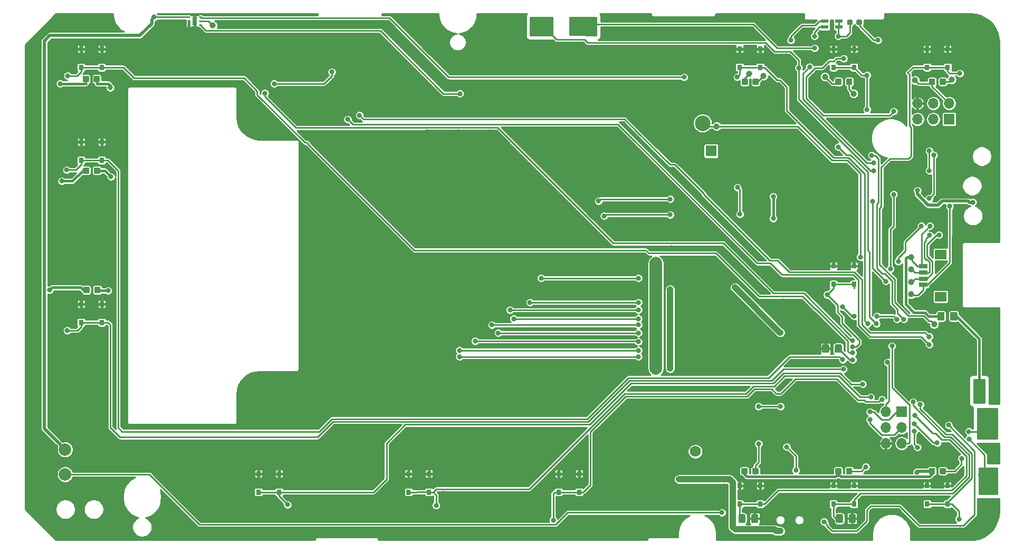
<source format=gtl>
G04 #@! TF.GenerationSoftware,KiCad,Pcbnew,(5.1.5)-3*
G04 #@! TF.CreationDate,2020-05-18T23:19:18-04:00*
G04 #@! TF.ProjectId,CPU,4350552e-6b69-4636-9164-5f7063625858,rev?*
G04 #@! TF.SameCoordinates,Original*
G04 #@! TF.FileFunction,Copper,L1,Top*
G04 #@! TF.FilePolarity,Positive*
%FSLAX46Y46*%
G04 Gerber Fmt 4.6, Leading zero omitted, Abs format (unit mm)*
G04 Created by KiCad (PCBNEW (5.1.5)-3) date 2020-05-18 23:19:18*
%MOMM*%
%LPD*%
G04 APERTURE LIST*
%ADD10C,1.778000*%
%ADD11R,1.778000X1.778000*%
%ADD12C,1.000000*%
%ADD13C,2.000000*%
%ADD14C,0.100000*%
%ADD15R,1.200000X0.600000*%
%ADD16R,1.350000X0.700000*%
%ADD17R,1.900000X1.500000*%
%ADD18R,0.800000X0.850000*%
%ADD19R,0.650000X1.350000*%
%ADD20R,1.700000X1.700000*%
%ADD21O,1.700000X1.700000*%
%ADD22C,0.800000*%
%ADD23C,2.500000*%
%ADD24C,0.250000*%
%ADD25C,0.400000*%
%ADD26C,0.500000*%
%ADD27C,1.000000*%
%ADD28C,2.000000*%
%ADD29C,0.254000*%
G04 APERTURE END LIST*
D10*
X138330000Y-116230000D03*
D11*
X140870000Y-67970000D03*
D12*
X173000000Y-85000000D03*
X173000000Y-87000000D03*
X173000000Y-89000000D03*
X173000000Y-91000000D03*
D13*
X37200000Y-119910000D03*
X37200000Y-115910000D03*
G04 #@! TA.AperFunction,SMDPad,CuDef*
D14*
G36*
X40887703Y-55900722D02*
G01*
X40902264Y-55902882D01*
X40916543Y-55906459D01*
X40930403Y-55911418D01*
X40943710Y-55917712D01*
X40956336Y-55925280D01*
X40968159Y-55934048D01*
X40979066Y-55943934D01*
X40988952Y-55954841D01*
X40997720Y-55966664D01*
X41005288Y-55979290D01*
X41011582Y-55992597D01*
X41016541Y-56006457D01*
X41020118Y-56020736D01*
X41022278Y-56035297D01*
X41023000Y-56050000D01*
X41023000Y-56750000D01*
X41022278Y-56764703D01*
X41020118Y-56779264D01*
X41016541Y-56793543D01*
X41011582Y-56807403D01*
X41005288Y-56820710D01*
X40997720Y-56833336D01*
X40988952Y-56845159D01*
X40979066Y-56856066D01*
X40968159Y-56865952D01*
X40956336Y-56874720D01*
X40943710Y-56882288D01*
X40930403Y-56888582D01*
X40916543Y-56893541D01*
X40902264Y-56897118D01*
X40887703Y-56899278D01*
X40873000Y-56900000D01*
X40173000Y-56900000D01*
X40158297Y-56899278D01*
X40143736Y-56897118D01*
X40129457Y-56893541D01*
X40115597Y-56888582D01*
X40102290Y-56882288D01*
X40089664Y-56874720D01*
X40077841Y-56865952D01*
X40066934Y-56856066D01*
X40057048Y-56845159D01*
X40048280Y-56833336D01*
X40040712Y-56820710D01*
X40034418Y-56807403D01*
X40029459Y-56793543D01*
X40025882Y-56779264D01*
X40023722Y-56764703D01*
X40023000Y-56750000D01*
X40023000Y-56050000D01*
X40023722Y-56035297D01*
X40025882Y-56020736D01*
X40029459Y-56006457D01*
X40034418Y-55992597D01*
X40040712Y-55979290D01*
X40048280Y-55966664D01*
X40057048Y-55954841D01*
X40066934Y-55943934D01*
X40077841Y-55934048D01*
X40089664Y-55925280D01*
X40102290Y-55917712D01*
X40115597Y-55911418D01*
X40129457Y-55906459D01*
X40143736Y-55902882D01*
X40158297Y-55900722D01*
X40173000Y-55900000D01*
X40873000Y-55900000D01*
X40887703Y-55900722D01*
G37*
G04 #@! TD.AperFunction*
G04 #@! TA.AperFunction,SMDPad,CuDef*
G36*
X42641703Y-55900722D02*
G01*
X42656264Y-55902882D01*
X42670543Y-55906459D01*
X42684403Y-55911418D01*
X42697710Y-55917712D01*
X42710336Y-55925280D01*
X42722159Y-55934048D01*
X42733066Y-55943934D01*
X42742952Y-55954841D01*
X42751720Y-55966664D01*
X42759288Y-55979290D01*
X42765582Y-55992597D01*
X42770541Y-56006457D01*
X42774118Y-56020736D01*
X42776278Y-56035297D01*
X42777000Y-56050000D01*
X42777000Y-56750000D01*
X42776278Y-56764703D01*
X42774118Y-56779264D01*
X42770541Y-56793543D01*
X42765582Y-56807403D01*
X42759288Y-56820710D01*
X42751720Y-56833336D01*
X42742952Y-56845159D01*
X42733066Y-56856066D01*
X42722159Y-56865952D01*
X42710336Y-56874720D01*
X42697710Y-56882288D01*
X42684403Y-56888582D01*
X42670543Y-56893541D01*
X42656264Y-56897118D01*
X42641703Y-56899278D01*
X42627000Y-56900000D01*
X41927000Y-56900000D01*
X41912297Y-56899278D01*
X41897736Y-56897118D01*
X41883457Y-56893541D01*
X41869597Y-56888582D01*
X41856290Y-56882288D01*
X41843664Y-56874720D01*
X41831841Y-56865952D01*
X41820934Y-56856066D01*
X41811048Y-56845159D01*
X41802280Y-56833336D01*
X41794712Y-56820710D01*
X41788418Y-56807403D01*
X41783459Y-56793543D01*
X41779882Y-56779264D01*
X41777722Y-56764703D01*
X41777000Y-56750000D01*
X41777000Y-56050000D01*
X41777722Y-56035297D01*
X41779882Y-56020736D01*
X41783459Y-56006457D01*
X41788418Y-55992597D01*
X41794712Y-55979290D01*
X41802280Y-55966664D01*
X41811048Y-55954841D01*
X41820934Y-55943934D01*
X41831841Y-55934048D01*
X41843664Y-55925280D01*
X41856290Y-55917712D01*
X41869597Y-55911418D01*
X41883457Y-55906459D01*
X41897736Y-55902882D01*
X41912297Y-55900722D01*
X41927000Y-55900000D01*
X42627000Y-55900000D01*
X42641703Y-55900722D01*
G37*
G04 #@! TD.AperFunction*
D15*
X159100000Y-48075000D03*
X159100000Y-47125000D03*
X161400000Y-47125000D03*
X161400000Y-48075000D03*
G04 #@! TA.AperFunction,SMDPad,CuDef*
D14*
G36*
X163406609Y-46886059D02*
G01*
X163427960Y-46889226D01*
X163448898Y-46894471D01*
X163469221Y-46901743D01*
X163488734Y-46910971D01*
X163507248Y-46922068D01*
X163524585Y-46934926D01*
X163540578Y-46949422D01*
X163555074Y-46965415D01*
X163567932Y-46982752D01*
X163579029Y-47001266D01*
X163588257Y-47020779D01*
X163595529Y-47041102D01*
X163600774Y-47062040D01*
X163603941Y-47083391D01*
X163605000Y-47104950D01*
X163605000Y-47495050D01*
X163603941Y-47516609D01*
X163600774Y-47537960D01*
X163595529Y-47558898D01*
X163588257Y-47579221D01*
X163579029Y-47598734D01*
X163567932Y-47617248D01*
X163555074Y-47634585D01*
X163540578Y-47650578D01*
X163524585Y-47665074D01*
X163507248Y-47677932D01*
X163488734Y-47689029D01*
X163469221Y-47698257D01*
X163448898Y-47705529D01*
X163427960Y-47710774D01*
X163406609Y-47713941D01*
X163385050Y-47715000D01*
X162914950Y-47715000D01*
X162893391Y-47713941D01*
X162872040Y-47710774D01*
X162851102Y-47705529D01*
X162830779Y-47698257D01*
X162811266Y-47689029D01*
X162792752Y-47677932D01*
X162775415Y-47665074D01*
X162759422Y-47650578D01*
X162744926Y-47634585D01*
X162732068Y-47617248D01*
X162720971Y-47598734D01*
X162711743Y-47579221D01*
X162704471Y-47558898D01*
X162699226Y-47537960D01*
X162696059Y-47516609D01*
X162695000Y-47495050D01*
X162695000Y-47104950D01*
X162696059Y-47083391D01*
X162699226Y-47062040D01*
X162704471Y-47041102D01*
X162711743Y-47020779D01*
X162720971Y-47001266D01*
X162732068Y-46982752D01*
X162744926Y-46965415D01*
X162759422Y-46949422D01*
X162775415Y-46934926D01*
X162792752Y-46922068D01*
X162811266Y-46910971D01*
X162830779Y-46901743D01*
X162851102Y-46894471D01*
X162872040Y-46889226D01*
X162893391Y-46886059D01*
X162914950Y-46885000D01*
X163385050Y-46885000D01*
X163406609Y-46886059D01*
G37*
G04 #@! TD.AperFunction*
G04 #@! TA.AperFunction,SMDPad,CuDef*
G36*
X164906609Y-46886059D02*
G01*
X164927960Y-46889226D01*
X164948898Y-46894471D01*
X164969221Y-46901743D01*
X164988734Y-46910971D01*
X165007248Y-46922068D01*
X165024585Y-46934926D01*
X165040578Y-46949422D01*
X165055074Y-46965415D01*
X165067932Y-46982752D01*
X165079029Y-47001266D01*
X165088257Y-47020779D01*
X165095529Y-47041102D01*
X165100774Y-47062040D01*
X165103941Y-47083391D01*
X165105000Y-47104950D01*
X165105000Y-47495050D01*
X165103941Y-47516609D01*
X165100774Y-47537960D01*
X165095529Y-47558898D01*
X165088257Y-47579221D01*
X165079029Y-47598734D01*
X165067932Y-47617248D01*
X165055074Y-47634585D01*
X165040578Y-47650578D01*
X165024585Y-47665074D01*
X165007248Y-47677932D01*
X164988734Y-47689029D01*
X164969221Y-47698257D01*
X164948898Y-47705529D01*
X164927960Y-47710774D01*
X164906609Y-47713941D01*
X164885050Y-47715000D01*
X164414950Y-47715000D01*
X164393391Y-47713941D01*
X164372040Y-47710774D01*
X164351102Y-47705529D01*
X164330779Y-47698257D01*
X164311266Y-47689029D01*
X164292752Y-47677932D01*
X164275415Y-47665074D01*
X164259422Y-47650578D01*
X164244926Y-47634585D01*
X164232068Y-47617248D01*
X164220971Y-47598734D01*
X164211743Y-47579221D01*
X164204471Y-47558898D01*
X164199226Y-47537960D01*
X164196059Y-47516609D01*
X164195000Y-47495050D01*
X164195000Y-47104950D01*
X164196059Y-47083391D01*
X164199226Y-47062040D01*
X164204471Y-47041102D01*
X164211743Y-47020779D01*
X164220971Y-47001266D01*
X164232068Y-46982752D01*
X164244926Y-46965415D01*
X164259422Y-46949422D01*
X164275415Y-46934926D01*
X164292752Y-46922068D01*
X164311266Y-46910971D01*
X164330779Y-46901743D01*
X164351102Y-46894471D01*
X164372040Y-46889226D01*
X164393391Y-46886059D01*
X164414950Y-46885000D01*
X164885050Y-46885000D01*
X164906609Y-46886059D01*
G37*
G04 #@! TD.AperFunction*
G04 #@! TA.AperFunction,SMDPad,CuDef*
G36*
X40922201Y-70620722D02*
G01*
X40936762Y-70622882D01*
X40951041Y-70626459D01*
X40964901Y-70631418D01*
X40978208Y-70637712D01*
X40990834Y-70645280D01*
X41002657Y-70654048D01*
X41013564Y-70663934D01*
X41023450Y-70674841D01*
X41032218Y-70686664D01*
X41039786Y-70699290D01*
X41046080Y-70712597D01*
X41051039Y-70726457D01*
X41054616Y-70740736D01*
X41056776Y-70755297D01*
X41057498Y-70770000D01*
X41057498Y-71470000D01*
X41056776Y-71484703D01*
X41054616Y-71499264D01*
X41051039Y-71513543D01*
X41046080Y-71527403D01*
X41039786Y-71540710D01*
X41032218Y-71553336D01*
X41023450Y-71565159D01*
X41013564Y-71576066D01*
X41002657Y-71585952D01*
X40990834Y-71594720D01*
X40978208Y-71602288D01*
X40964901Y-71608582D01*
X40951041Y-71613541D01*
X40936762Y-71617118D01*
X40922201Y-71619278D01*
X40907498Y-71620000D01*
X40207498Y-71620000D01*
X40192795Y-71619278D01*
X40178234Y-71617118D01*
X40163955Y-71613541D01*
X40150095Y-71608582D01*
X40136788Y-71602288D01*
X40124162Y-71594720D01*
X40112339Y-71585952D01*
X40101432Y-71576066D01*
X40091546Y-71565159D01*
X40082778Y-71553336D01*
X40075210Y-71540710D01*
X40068916Y-71527403D01*
X40063957Y-71513543D01*
X40060380Y-71499264D01*
X40058220Y-71484703D01*
X40057498Y-71470000D01*
X40057498Y-70770000D01*
X40058220Y-70755297D01*
X40060380Y-70740736D01*
X40063957Y-70726457D01*
X40068916Y-70712597D01*
X40075210Y-70699290D01*
X40082778Y-70686664D01*
X40091546Y-70674841D01*
X40101432Y-70663934D01*
X40112339Y-70654048D01*
X40124162Y-70645280D01*
X40136788Y-70637712D01*
X40150095Y-70631418D01*
X40163955Y-70626459D01*
X40178234Y-70622882D01*
X40192795Y-70620722D01*
X40207498Y-70620000D01*
X40907498Y-70620000D01*
X40922201Y-70620722D01*
G37*
G04 #@! TD.AperFunction*
G04 #@! TA.AperFunction,SMDPad,CuDef*
G36*
X42676201Y-70620722D02*
G01*
X42690762Y-70622882D01*
X42705041Y-70626459D01*
X42718901Y-70631418D01*
X42732208Y-70637712D01*
X42744834Y-70645280D01*
X42756657Y-70654048D01*
X42767564Y-70663934D01*
X42777450Y-70674841D01*
X42786218Y-70686664D01*
X42793786Y-70699290D01*
X42800080Y-70712597D01*
X42805039Y-70726457D01*
X42808616Y-70740736D01*
X42810776Y-70755297D01*
X42811498Y-70770000D01*
X42811498Y-71470000D01*
X42810776Y-71484703D01*
X42808616Y-71499264D01*
X42805039Y-71513543D01*
X42800080Y-71527403D01*
X42793786Y-71540710D01*
X42786218Y-71553336D01*
X42777450Y-71565159D01*
X42767564Y-71576066D01*
X42756657Y-71585952D01*
X42744834Y-71594720D01*
X42732208Y-71602288D01*
X42718901Y-71608582D01*
X42705041Y-71613541D01*
X42690762Y-71617118D01*
X42676201Y-71619278D01*
X42661498Y-71620000D01*
X41961498Y-71620000D01*
X41946795Y-71619278D01*
X41932234Y-71617118D01*
X41917955Y-71613541D01*
X41904095Y-71608582D01*
X41890788Y-71602288D01*
X41878162Y-71594720D01*
X41866339Y-71585952D01*
X41855432Y-71576066D01*
X41845546Y-71565159D01*
X41836778Y-71553336D01*
X41829210Y-71540710D01*
X41822916Y-71527403D01*
X41817957Y-71513543D01*
X41814380Y-71499264D01*
X41812220Y-71484703D01*
X41811498Y-71470000D01*
X41811498Y-70770000D01*
X41812220Y-70755297D01*
X41814380Y-70740736D01*
X41817957Y-70726457D01*
X41822916Y-70712597D01*
X41829210Y-70699290D01*
X41836778Y-70686664D01*
X41845546Y-70674841D01*
X41855432Y-70663934D01*
X41866339Y-70654048D01*
X41878162Y-70645280D01*
X41890788Y-70637712D01*
X41904095Y-70631418D01*
X41917955Y-70626459D01*
X41932234Y-70622882D01*
X41946795Y-70620722D01*
X41961498Y-70620000D01*
X42661498Y-70620000D01*
X42676201Y-70620722D01*
G37*
G04 #@! TD.AperFunction*
G04 #@! TA.AperFunction,SMDPad,CuDef*
G36*
X40987703Y-89800722D02*
G01*
X41002264Y-89802882D01*
X41016543Y-89806459D01*
X41030403Y-89811418D01*
X41043710Y-89817712D01*
X41056336Y-89825280D01*
X41068159Y-89834048D01*
X41079066Y-89843934D01*
X41088952Y-89854841D01*
X41097720Y-89866664D01*
X41105288Y-89879290D01*
X41111582Y-89892597D01*
X41116541Y-89906457D01*
X41120118Y-89920736D01*
X41122278Y-89935297D01*
X41123000Y-89950000D01*
X41123000Y-90650000D01*
X41122278Y-90664703D01*
X41120118Y-90679264D01*
X41116541Y-90693543D01*
X41111582Y-90707403D01*
X41105288Y-90720710D01*
X41097720Y-90733336D01*
X41088952Y-90745159D01*
X41079066Y-90756066D01*
X41068159Y-90765952D01*
X41056336Y-90774720D01*
X41043710Y-90782288D01*
X41030403Y-90788582D01*
X41016543Y-90793541D01*
X41002264Y-90797118D01*
X40987703Y-90799278D01*
X40973000Y-90800000D01*
X40273000Y-90800000D01*
X40258297Y-90799278D01*
X40243736Y-90797118D01*
X40229457Y-90793541D01*
X40215597Y-90788582D01*
X40202290Y-90782288D01*
X40189664Y-90774720D01*
X40177841Y-90765952D01*
X40166934Y-90756066D01*
X40157048Y-90745159D01*
X40148280Y-90733336D01*
X40140712Y-90720710D01*
X40134418Y-90707403D01*
X40129459Y-90693543D01*
X40125882Y-90679264D01*
X40123722Y-90664703D01*
X40123000Y-90650000D01*
X40123000Y-89950000D01*
X40123722Y-89935297D01*
X40125882Y-89920736D01*
X40129459Y-89906457D01*
X40134418Y-89892597D01*
X40140712Y-89879290D01*
X40148280Y-89866664D01*
X40157048Y-89854841D01*
X40166934Y-89843934D01*
X40177841Y-89834048D01*
X40189664Y-89825280D01*
X40202290Y-89817712D01*
X40215597Y-89811418D01*
X40229457Y-89806459D01*
X40243736Y-89802882D01*
X40258297Y-89800722D01*
X40273000Y-89800000D01*
X40973000Y-89800000D01*
X40987703Y-89800722D01*
G37*
G04 #@! TD.AperFunction*
G04 #@! TA.AperFunction,SMDPad,CuDef*
G36*
X42741703Y-89800722D02*
G01*
X42756264Y-89802882D01*
X42770543Y-89806459D01*
X42784403Y-89811418D01*
X42797710Y-89817712D01*
X42810336Y-89825280D01*
X42822159Y-89834048D01*
X42833066Y-89843934D01*
X42842952Y-89854841D01*
X42851720Y-89866664D01*
X42859288Y-89879290D01*
X42865582Y-89892597D01*
X42870541Y-89906457D01*
X42874118Y-89920736D01*
X42876278Y-89935297D01*
X42877000Y-89950000D01*
X42877000Y-90650000D01*
X42876278Y-90664703D01*
X42874118Y-90679264D01*
X42870541Y-90693543D01*
X42865582Y-90707403D01*
X42859288Y-90720710D01*
X42851720Y-90733336D01*
X42842952Y-90745159D01*
X42833066Y-90756066D01*
X42822159Y-90765952D01*
X42810336Y-90774720D01*
X42797710Y-90782288D01*
X42784403Y-90788582D01*
X42770543Y-90793541D01*
X42756264Y-90797118D01*
X42741703Y-90799278D01*
X42727000Y-90800000D01*
X42027000Y-90800000D01*
X42012297Y-90799278D01*
X41997736Y-90797118D01*
X41983457Y-90793541D01*
X41969597Y-90788582D01*
X41956290Y-90782288D01*
X41943664Y-90774720D01*
X41931841Y-90765952D01*
X41920934Y-90756066D01*
X41911048Y-90745159D01*
X41902280Y-90733336D01*
X41894712Y-90720710D01*
X41888418Y-90707403D01*
X41883459Y-90693543D01*
X41879882Y-90679264D01*
X41877722Y-90664703D01*
X41877000Y-90650000D01*
X41877000Y-89950000D01*
X41877722Y-89935297D01*
X41879882Y-89920736D01*
X41883459Y-89906457D01*
X41888418Y-89892597D01*
X41894712Y-89879290D01*
X41902280Y-89866664D01*
X41911048Y-89854841D01*
X41920934Y-89843934D01*
X41931841Y-89834048D01*
X41943664Y-89825280D01*
X41956290Y-89817712D01*
X41969597Y-89811418D01*
X41983457Y-89806459D01*
X41997736Y-89802882D01*
X42012297Y-89800722D01*
X42027000Y-89800000D01*
X42727000Y-89800000D01*
X42741703Y-89800722D01*
G37*
G04 #@! TD.AperFunction*
G04 #@! TA.AperFunction,SMDPad,CuDef*
G36*
X146595367Y-118880722D02*
G01*
X146609928Y-118882882D01*
X146624207Y-118886459D01*
X146638067Y-118891418D01*
X146651374Y-118897712D01*
X146664000Y-118905280D01*
X146675823Y-118914048D01*
X146686730Y-118923934D01*
X146696616Y-118934841D01*
X146705384Y-118946664D01*
X146712952Y-118959290D01*
X146719246Y-118972597D01*
X146724205Y-118986457D01*
X146727782Y-119000736D01*
X146729942Y-119015297D01*
X146730664Y-119030000D01*
X146730664Y-119730000D01*
X146729942Y-119744703D01*
X146727782Y-119759264D01*
X146724205Y-119773543D01*
X146719246Y-119787403D01*
X146712952Y-119800710D01*
X146705384Y-119813336D01*
X146696616Y-119825159D01*
X146686730Y-119836066D01*
X146675823Y-119845952D01*
X146664000Y-119854720D01*
X146651374Y-119862288D01*
X146638067Y-119868582D01*
X146624207Y-119873541D01*
X146609928Y-119877118D01*
X146595367Y-119879278D01*
X146580664Y-119880000D01*
X145880664Y-119880000D01*
X145865961Y-119879278D01*
X145851400Y-119877118D01*
X145837121Y-119873541D01*
X145823261Y-119868582D01*
X145809954Y-119862288D01*
X145797328Y-119854720D01*
X145785505Y-119845952D01*
X145774598Y-119836066D01*
X145764712Y-119825159D01*
X145755944Y-119813336D01*
X145748376Y-119800710D01*
X145742082Y-119787403D01*
X145737123Y-119773543D01*
X145733546Y-119759264D01*
X145731386Y-119744703D01*
X145730664Y-119730000D01*
X145730664Y-119030000D01*
X145731386Y-119015297D01*
X145733546Y-119000736D01*
X145737123Y-118986457D01*
X145742082Y-118972597D01*
X145748376Y-118959290D01*
X145755944Y-118946664D01*
X145764712Y-118934841D01*
X145774598Y-118923934D01*
X145785505Y-118914048D01*
X145797328Y-118905280D01*
X145809954Y-118897712D01*
X145823261Y-118891418D01*
X145837121Y-118886459D01*
X145851400Y-118882882D01*
X145865961Y-118880722D01*
X145880664Y-118880000D01*
X146580664Y-118880000D01*
X146595367Y-118880722D01*
G37*
G04 #@! TD.AperFunction*
G04 #@! TA.AperFunction,SMDPad,CuDef*
G36*
X148349367Y-118880722D02*
G01*
X148363928Y-118882882D01*
X148378207Y-118886459D01*
X148392067Y-118891418D01*
X148405374Y-118897712D01*
X148418000Y-118905280D01*
X148429823Y-118914048D01*
X148440730Y-118923934D01*
X148450616Y-118934841D01*
X148459384Y-118946664D01*
X148466952Y-118959290D01*
X148473246Y-118972597D01*
X148478205Y-118986457D01*
X148481782Y-119000736D01*
X148483942Y-119015297D01*
X148484664Y-119030000D01*
X148484664Y-119730000D01*
X148483942Y-119744703D01*
X148481782Y-119759264D01*
X148478205Y-119773543D01*
X148473246Y-119787403D01*
X148466952Y-119800710D01*
X148459384Y-119813336D01*
X148450616Y-119825159D01*
X148440730Y-119836066D01*
X148429823Y-119845952D01*
X148418000Y-119854720D01*
X148405374Y-119862288D01*
X148392067Y-119868582D01*
X148378207Y-119873541D01*
X148363928Y-119877118D01*
X148349367Y-119879278D01*
X148334664Y-119880000D01*
X147634664Y-119880000D01*
X147619961Y-119879278D01*
X147605400Y-119877118D01*
X147591121Y-119873541D01*
X147577261Y-119868582D01*
X147563954Y-119862288D01*
X147551328Y-119854720D01*
X147539505Y-119845952D01*
X147528598Y-119836066D01*
X147518712Y-119825159D01*
X147509944Y-119813336D01*
X147502376Y-119800710D01*
X147496082Y-119787403D01*
X147491123Y-119773543D01*
X147487546Y-119759264D01*
X147485386Y-119744703D01*
X147484664Y-119730000D01*
X147484664Y-119030000D01*
X147485386Y-119015297D01*
X147487546Y-119000736D01*
X147491123Y-118986457D01*
X147496082Y-118972597D01*
X147502376Y-118959290D01*
X147509944Y-118946664D01*
X147518712Y-118934841D01*
X147528598Y-118923934D01*
X147539505Y-118914048D01*
X147551328Y-118905280D01*
X147563954Y-118897712D01*
X147577261Y-118891418D01*
X147591121Y-118886459D01*
X147605400Y-118882882D01*
X147619961Y-118880722D01*
X147634664Y-118880000D01*
X148334664Y-118880000D01*
X148349367Y-118880722D01*
G37*
G04 #@! TD.AperFunction*
G04 #@! TA.AperFunction,SMDPad,CuDef*
G36*
X161636919Y-118880722D02*
G01*
X161651480Y-118882882D01*
X161665759Y-118886459D01*
X161679619Y-118891418D01*
X161692926Y-118897712D01*
X161705552Y-118905280D01*
X161717375Y-118914048D01*
X161728282Y-118923934D01*
X161738168Y-118934841D01*
X161746936Y-118946664D01*
X161754504Y-118959290D01*
X161760798Y-118972597D01*
X161765757Y-118986457D01*
X161769334Y-119000736D01*
X161771494Y-119015297D01*
X161772216Y-119030000D01*
X161772216Y-119730000D01*
X161771494Y-119744703D01*
X161769334Y-119759264D01*
X161765757Y-119773543D01*
X161760798Y-119787403D01*
X161754504Y-119800710D01*
X161746936Y-119813336D01*
X161738168Y-119825159D01*
X161728282Y-119836066D01*
X161717375Y-119845952D01*
X161705552Y-119854720D01*
X161692926Y-119862288D01*
X161679619Y-119868582D01*
X161665759Y-119873541D01*
X161651480Y-119877118D01*
X161636919Y-119879278D01*
X161622216Y-119880000D01*
X160922216Y-119880000D01*
X160907513Y-119879278D01*
X160892952Y-119877118D01*
X160878673Y-119873541D01*
X160864813Y-119868582D01*
X160851506Y-119862288D01*
X160838880Y-119854720D01*
X160827057Y-119845952D01*
X160816150Y-119836066D01*
X160806264Y-119825159D01*
X160797496Y-119813336D01*
X160789928Y-119800710D01*
X160783634Y-119787403D01*
X160778675Y-119773543D01*
X160775098Y-119759264D01*
X160772938Y-119744703D01*
X160772216Y-119730000D01*
X160772216Y-119030000D01*
X160772938Y-119015297D01*
X160775098Y-119000736D01*
X160778675Y-118986457D01*
X160783634Y-118972597D01*
X160789928Y-118959290D01*
X160797496Y-118946664D01*
X160806264Y-118934841D01*
X160816150Y-118923934D01*
X160827057Y-118914048D01*
X160838880Y-118905280D01*
X160851506Y-118897712D01*
X160864813Y-118891418D01*
X160878673Y-118886459D01*
X160892952Y-118882882D01*
X160907513Y-118880722D01*
X160922216Y-118880000D01*
X161622216Y-118880000D01*
X161636919Y-118880722D01*
G37*
G04 #@! TD.AperFunction*
G04 #@! TA.AperFunction,SMDPad,CuDef*
G36*
X163390919Y-118880722D02*
G01*
X163405480Y-118882882D01*
X163419759Y-118886459D01*
X163433619Y-118891418D01*
X163446926Y-118897712D01*
X163459552Y-118905280D01*
X163471375Y-118914048D01*
X163482282Y-118923934D01*
X163492168Y-118934841D01*
X163500936Y-118946664D01*
X163508504Y-118959290D01*
X163514798Y-118972597D01*
X163519757Y-118986457D01*
X163523334Y-119000736D01*
X163525494Y-119015297D01*
X163526216Y-119030000D01*
X163526216Y-119730000D01*
X163525494Y-119744703D01*
X163523334Y-119759264D01*
X163519757Y-119773543D01*
X163514798Y-119787403D01*
X163508504Y-119800710D01*
X163500936Y-119813336D01*
X163492168Y-119825159D01*
X163482282Y-119836066D01*
X163471375Y-119845952D01*
X163459552Y-119854720D01*
X163446926Y-119862288D01*
X163433619Y-119868582D01*
X163419759Y-119873541D01*
X163405480Y-119877118D01*
X163390919Y-119879278D01*
X163376216Y-119880000D01*
X162676216Y-119880000D01*
X162661513Y-119879278D01*
X162646952Y-119877118D01*
X162632673Y-119873541D01*
X162618813Y-119868582D01*
X162605506Y-119862288D01*
X162592880Y-119854720D01*
X162581057Y-119845952D01*
X162570150Y-119836066D01*
X162560264Y-119825159D01*
X162551496Y-119813336D01*
X162543928Y-119800710D01*
X162537634Y-119787403D01*
X162532675Y-119773543D01*
X162529098Y-119759264D01*
X162526938Y-119744703D01*
X162526216Y-119730000D01*
X162526216Y-119030000D01*
X162526938Y-119015297D01*
X162529098Y-119000736D01*
X162532675Y-118986457D01*
X162537634Y-118972597D01*
X162543928Y-118959290D01*
X162551496Y-118946664D01*
X162560264Y-118934841D01*
X162570150Y-118923934D01*
X162581057Y-118914048D01*
X162592880Y-118905280D01*
X162605506Y-118897712D01*
X162618813Y-118891418D01*
X162632673Y-118886459D01*
X162646952Y-118882882D01*
X162661513Y-118880722D01*
X162676216Y-118880000D01*
X163376216Y-118880000D01*
X163390919Y-118880722D01*
G37*
G04 #@! TD.AperFunction*
G04 #@! TA.AperFunction,SMDPad,CuDef*
G36*
X176678482Y-118880722D02*
G01*
X176693043Y-118882882D01*
X176707322Y-118886459D01*
X176721182Y-118891418D01*
X176734489Y-118897712D01*
X176747115Y-118905280D01*
X176758938Y-118914048D01*
X176769845Y-118923934D01*
X176779731Y-118934841D01*
X176788499Y-118946664D01*
X176796067Y-118959290D01*
X176802361Y-118972597D01*
X176807320Y-118986457D01*
X176810897Y-119000736D01*
X176813057Y-119015297D01*
X176813779Y-119030000D01*
X176813779Y-119730000D01*
X176813057Y-119744703D01*
X176810897Y-119759264D01*
X176807320Y-119773543D01*
X176802361Y-119787403D01*
X176796067Y-119800710D01*
X176788499Y-119813336D01*
X176779731Y-119825159D01*
X176769845Y-119836066D01*
X176758938Y-119845952D01*
X176747115Y-119854720D01*
X176734489Y-119862288D01*
X176721182Y-119868582D01*
X176707322Y-119873541D01*
X176693043Y-119877118D01*
X176678482Y-119879278D01*
X176663779Y-119880000D01*
X175963779Y-119880000D01*
X175949076Y-119879278D01*
X175934515Y-119877118D01*
X175920236Y-119873541D01*
X175906376Y-119868582D01*
X175893069Y-119862288D01*
X175880443Y-119854720D01*
X175868620Y-119845952D01*
X175857713Y-119836066D01*
X175847827Y-119825159D01*
X175839059Y-119813336D01*
X175831491Y-119800710D01*
X175825197Y-119787403D01*
X175820238Y-119773543D01*
X175816661Y-119759264D01*
X175814501Y-119744703D01*
X175813779Y-119730000D01*
X175813779Y-119030000D01*
X175814501Y-119015297D01*
X175816661Y-119000736D01*
X175820238Y-118986457D01*
X175825197Y-118972597D01*
X175831491Y-118959290D01*
X175839059Y-118946664D01*
X175847827Y-118934841D01*
X175857713Y-118923934D01*
X175868620Y-118914048D01*
X175880443Y-118905280D01*
X175893069Y-118897712D01*
X175906376Y-118891418D01*
X175920236Y-118886459D01*
X175934515Y-118882882D01*
X175949076Y-118880722D01*
X175963779Y-118880000D01*
X176663779Y-118880000D01*
X176678482Y-118880722D01*
G37*
G04 #@! TD.AperFunction*
G04 #@! TA.AperFunction,SMDPad,CuDef*
G36*
X178432482Y-118880722D02*
G01*
X178447043Y-118882882D01*
X178461322Y-118886459D01*
X178475182Y-118891418D01*
X178488489Y-118897712D01*
X178501115Y-118905280D01*
X178512938Y-118914048D01*
X178523845Y-118923934D01*
X178533731Y-118934841D01*
X178542499Y-118946664D01*
X178550067Y-118959290D01*
X178556361Y-118972597D01*
X178561320Y-118986457D01*
X178564897Y-119000736D01*
X178567057Y-119015297D01*
X178567779Y-119030000D01*
X178567779Y-119730000D01*
X178567057Y-119744703D01*
X178564897Y-119759264D01*
X178561320Y-119773543D01*
X178556361Y-119787403D01*
X178550067Y-119800710D01*
X178542499Y-119813336D01*
X178533731Y-119825159D01*
X178523845Y-119836066D01*
X178512938Y-119845952D01*
X178501115Y-119854720D01*
X178488489Y-119862288D01*
X178475182Y-119868582D01*
X178461322Y-119873541D01*
X178447043Y-119877118D01*
X178432482Y-119879278D01*
X178417779Y-119880000D01*
X177717779Y-119880000D01*
X177703076Y-119879278D01*
X177688515Y-119877118D01*
X177674236Y-119873541D01*
X177660376Y-119868582D01*
X177647069Y-119862288D01*
X177634443Y-119854720D01*
X177622620Y-119845952D01*
X177611713Y-119836066D01*
X177601827Y-119825159D01*
X177593059Y-119813336D01*
X177585491Y-119800710D01*
X177579197Y-119787403D01*
X177574238Y-119773543D01*
X177570661Y-119759264D01*
X177568501Y-119744703D01*
X177567779Y-119730000D01*
X177567779Y-119030000D01*
X177568501Y-119015297D01*
X177570661Y-119000736D01*
X177574238Y-118986457D01*
X177579197Y-118972597D01*
X177585491Y-118959290D01*
X177593059Y-118946664D01*
X177601827Y-118934841D01*
X177611713Y-118923934D01*
X177622620Y-118914048D01*
X177634443Y-118905280D01*
X177647069Y-118897712D01*
X177660376Y-118891418D01*
X177674236Y-118886459D01*
X177688515Y-118882882D01*
X177703076Y-118880722D01*
X177717779Y-118880000D01*
X178417779Y-118880000D01*
X178432482Y-118880722D01*
G37*
G04 #@! TD.AperFunction*
G04 #@! TA.AperFunction,SMDPad,CuDef*
G36*
X146637703Y-56350722D02*
G01*
X146652264Y-56352882D01*
X146666543Y-56356459D01*
X146680403Y-56361418D01*
X146693710Y-56367712D01*
X146706336Y-56375280D01*
X146718159Y-56384048D01*
X146729066Y-56393934D01*
X146738952Y-56404841D01*
X146747720Y-56416664D01*
X146755288Y-56429290D01*
X146761582Y-56442597D01*
X146766541Y-56456457D01*
X146770118Y-56470736D01*
X146772278Y-56485297D01*
X146773000Y-56500000D01*
X146773000Y-57200000D01*
X146772278Y-57214703D01*
X146770118Y-57229264D01*
X146766541Y-57243543D01*
X146761582Y-57257403D01*
X146755288Y-57270710D01*
X146747720Y-57283336D01*
X146738952Y-57295159D01*
X146729066Y-57306066D01*
X146718159Y-57315952D01*
X146706336Y-57324720D01*
X146693710Y-57332288D01*
X146680403Y-57338582D01*
X146666543Y-57343541D01*
X146652264Y-57347118D01*
X146637703Y-57349278D01*
X146623000Y-57350000D01*
X145923000Y-57350000D01*
X145908297Y-57349278D01*
X145893736Y-57347118D01*
X145879457Y-57343541D01*
X145865597Y-57338582D01*
X145852290Y-57332288D01*
X145839664Y-57324720D01*
X145827841Y-57315952D01*
X145816934Y-57306066D01*
X145807048Y-57295159D01*
X145798280Y-57283336D01*
X145790712Y-57270710D01*
X145784418Y-57257403D01*
X145779459Y-57243543D01*
X145775882Y-57229264D01*
X145773722Y-57214703D01*
X145773000Y-57200000D01*
X145773000Y-56500000D01*
X145773722Y-56485297D01*
X145775882Y-56470736D01*
X145779459Y-56456457D01*
X145784418Y-56442597D01*
X145790712Y-56429290D01*
X145798280Y-56416664D01*
X145807048Y-56404841D01*
X145816934Y-56393934D01*
X145827841Y-56384048D01*
X145839664Y-56375280D01*
X145852290Y-56367712D01*
X145865597Y-56361418D01*
X145879457Y-56356459D01*
X145893736Y-56352882D01*
X145908297Y-56350722D01*
X145923000Y-56350000D01*
X146623000Y-56350000D01*
X146637703Y-56350722D01*
G37*
G04 #@! TD.AperFunction*
G04 #@! TA.AperFunction,SMDPad,CuDef*
G36*
X148391703Y-56350722D02*
G01*
X148406264Y-56352882D01*
X148420543Y-56356459D01*
X148434403Y-56361418D01*
X148447710Y-56367712D01*
X148460336Y-56375280D01*
X148472159Y-56384048D01*
X148483066Y-56393934D01*
X148492952Y-56404841D01*
X148501720Y-56416664D01*
X148509288Y-56429290D01*
X148515582Y-56442597D01*
X148520541Y-56456457D01*
X148524118Y-56470736D01*
X148526278Y-56485297D01*
X148527000Y-56500000D01*
X148527000Y-57200000D01*
X148526278Y-57214703D01*
X148524118Y-57229264D01*
X148520541Y-57243543D01*
X148515582Y-57257403D01*
X148509288Y-57270710D01*
X148501720Y-57283336D01*
X148492952Y-57295159D01*
X148483066Y-57306066D01*
X148472159Y-57315952D01*
X148460336Y-57324720D01*
X148447710Y-57332288D01*
X148434403Y-57338582D01*
X148420543Y-57343541D01*
X148406264Y-57347118D01*
X148391703Y-57349278D01*
X148377000Y-57350000D01*
X147677000Y-57350000D01*
X147662297Y-57349278D01*
X147647736Y-57347118D01*
X147633457Y-57343541D01*
X147619597Y-57338582D01*
X147606290Y-57332288D01*
X147593664Y-57324720D01*
X147581841Y-57315952D01*
X147570934Y-57306066D01*
X147561048Y-57295159D01*
X147552280Y-57283336D01*
X147544712Y-57270710D01*
X147538418Y-57257403D01*
X147533459Y-57243543D01*
X147529882Y-57229264D01*
X147527722Y-57214703D01*
X147527000Y-57200000D01*
X147527000Y-56500000D01*
X147527722Y-56485297D01*
X147529882Y-56470736D01*
X147533459Y-56456457D01*
X147538418Y-56442597D01*
X147544712Y-56429290D01*
X147552280Y-56416664D01*
X147561048Y-56404841D01*
X147570934Y-56393934D01*
X147581841Y-56384048D01*
X147593664Y-56375280D01*
X147606290Y-56367712D01*
X147619597Y-56361418D01*
X147633457Y-56356459D01*
X147647736Y-56352882D01*
X147662297Y-56350722D01*
X147677000Y-56350000D01*
X148377000Y-56350000D01*
X148391703Y-56350722D01*
G37*
G04 #@! TD.AperFunction*
G04 #@! TA.AperFunction,SMDPad,CuDef*
G36*
X161637703Y-56350722D02*
G01*
X161652264Y-56352882D01*
X161666543Y-56356459D01*
X161680403Y-56361418D01*
X161693710Y-56367712D01*
X161706336Y-56375280D01*
X161718159Y-56384048D01*
X161729066Y-56393934D01*
X161738952Y-56404841D01*
X161747720Y-56416664D01*
X161755288Y-56429290D01*
X161761582Y-56442597D01*
X161766541Y-56456457D01*
X161770118Y-56470736D01*
X161772278Y-56485297D01*
X161773000Y-56500000D01*
X161773000Y-57200000D01*
X161772278Y-57214703D01*
X161770118Y-57229264D01*
X161766541Y-57243543D01*
X161761582Y-57257403D01*
X161755288Y-57270710D01*
X161747720Y-57283336D01*
X161738952Y-57295159D01*
X161729066Y-57306066D01*
X161718159Y-57315952D01*
X161706336Y-57324720D01*
X161693710Y-57332288D01*
X161680403Y-57338582D01*
X161666543Y-57343541D01*
X161652264Y-57347118D01*
X161637703Y-57349278D01*
X161623000Y-57350000D01*
X160923000Y-57350000D01*
X160908297Y-57349278D01*
X160893736Y-57347118D01*
X160879457Y-57343541D01*
X160865597Y-57338582D01*
X160852290Y-57332288D01*
X160839664Y-57324720D01*
X160827841Y-57315952D01*
X160816934Y-57306066D01*
X160807048Y-57295159D01*
X160798280Y-57283336D01*
X160790712Y-57270710D01*
X160784418Y-57257403D01*
X160779459Y-57243543D01*
X160775882Y-57229264D01*
X160773722Y-57214703D01*
X160773000Y-57200000D01*
X160773000Y-56500000D01*
X160773722Y-56485297D01*
X160775882Y-56470736D01*
X160779459Y-56456457D01*
X160784418Y-56442597D01*
X160790712Y-56429290D01*
X160798280Y-56416664D01*
X160807048Y-56404841D01*
X160816934Y-56393934D01*
X160827841Y-56384048D01*
X160839664Y-56375280D01*
X160852290Y-56367712D01*
X160865597Y-56361418D01*
X160879457Y-56356459D01*
X160893736Y-56352882D01*
X160908297Y-56350722D01*
X160923000Y-56350000D01*
X161623000Y-56350000D01*
X161637703Y-56350722D01*
G37*
G04 #@! TD.AperFunction*
G04 #@! TA.AperFunction,SMDPad,CuDef*
G36*
X163391703Y-56350722D02*
G01*
X163406264Y-56352882D01*
X163420543Y-56356459D01*
X163434403Y-56361418D01*
X163447710Y-56367712D01*
X163460336Y-56375280D01*
X163472159Y-56384048D01*
X163483066Y-56393934D01*
X163492952Y-56404841D01*
X163501720Y-56416664D01*
X163509288Y-56429290D01*
X163515582Y-56442597D01*
X163520541Y-56456457D01*
X163524118Y-56470736D01*
X163526278Y-56485297D01*
X163527000Y-56500000D01*
X163527000Y-57200000D01*
X163526278Y-57214703D01*
X163524118Y-57229264D01*
X163520541Y-57243543D01*
X163515582Y-57257403D01*
X163509288Y-57270710D01*
X163501720Y-57283336D01*
X163492952Y-57295159D01*
X163483066Y-57306066D01*
X163472159Y-57315952D01*
X163460336Y-57324720D01*
X163447710Y-57332288D01*
X163434403Y-57338582D01*
X163420543Y-57343541D01*
X163406264Y-57347118D01*
X163391703Y-57349278D01*
X163377000Y-57350000D01*
X162677000Y-57350000D01*
X162662297Y-57349278D01*
X162647736Y-57347118D01*
X162633457Y-57343541D01*
X162619597Y-57338582D01*
X162606290Y-57332288D01*
X162593664Y-57324720D01*
X162581841Y-57315952D01*
X162570934Y-57306066D01*
X162561048Y-57295159D01*
X162552280Y-57283336D01*
X162544712Y-57270710D01*
X162538418Y-57257403D01*
X162533459Y-57243543D01*
X162529882Y-57229264D01*
X162527722Y-57214703D01*
X162527000Y-57200000D01*
X162527000Y-56500000D01*
X162527722Y-56485297D01*
X162529882Y-56470736D01*
X162533459Y-56456457D01*
X162538418Y-56442597D01*
X162544712Y-56429290D01*
X162552280Y-56416664D01*
X162561048Y-56404841D01*
X162570934Y-56393934D01*
X162581841Y-56384048D01*
X162593664Y-56375280D01*
X162606290Y-56367712D01*
X162619597Y-56361418D01*
X162633457Y-56356459D01*
X162647736Y-56352882D01*
X162662297Y-56350722D01*
X162677000Y-56350000D01*
X163377000Y-56350000D01*
X163391703Y-56350722D01*
G37*
G04 #@! TD.AperFunction*
G04 #@! TA.AperFunction,SMDPad,CuDef*
G36*
X176678482Y-56350722D02*
G01*
X176693043Y-56352882D01*
X176707322Y-56356459D01*
X176721182Y-56361418D01*
X176734489Y-56367712D01*
X176747115Y-56375280D01*
X176758938Y-56384048D01*
X176769845Y-56393934D01*
X176779731Y-56404841D01*
X176788499Y-56416664D01*
X176796067Y-56429290D01*
X176802361Y-56442597D01*
X176807320Y-56456457D01*
X176810897Y-56470736D01*
X176813057Y-56485297D01*
X176813779Y-56500000D01*
X176813779Y-57200000D01*
X176813057Y-57214703D01*
X176810897Y-57229264D01*
X176807320Y-57243543D01*
X176802361Y-57257403D01*
X176796067Y-57270710D01*
X176788499Y-57283336D01*
X176779731Y-57295159D01*
X176769845Y-57306066D01*
X176758938Y-57315952D01*
X176747115Y-57324720D01*
X176734489Y-57332288D01*
X176721182Y-57338582D01*
X176707322Y-57343541D01*
X176693043Y-57347118D01*
X176678482Y-57349278D01*
X176663779Y-57350000D01*
X175963779Y-57350000D01*
X175949076Y-57349278D01*
X175934515Y-57347118D01*
X175920236Y-57343541D01*
X175906376Y-57338582D01*
X175893069Y-57332288D01*
X175880443Y-57324720D01*
X175868620Y-57315952D01*
X175857713Y-57306066D01*
X175847827Y-57295159D01*
X175839059Y-57283336D01*
X175831491Y-57270710D01*
X175825197Y-57257403D01*
X175820238Y-57243543D01*
X175816661Y-57229264D01*
X175814501Y-57214703D01*
X175813779Y-57200000D01*
X175813779Y-56500000D01*
X175814501Y-56485297D01*
X175816661Y-56470736D01*
X175820238Y-56456457D01*
X175825197Y-56442597D01*
X175831491Y-56429290D01*
X175839059Y-56416664D01*
X175847827Y-56404841D01*
X175857713Y-56393934D01*
X175868620Y-56384048D01*
X175880443Y-56375280D01*
X175893069Y-56367712D01*
X175906376Y-56361418D01*
X175920236Y-56356459D01*
X175934515Y-56352882D01*
X175949076Y-56350722D01*
X175963779Y-56350000D01*
X176663779Y-56350000D01*
X176678482Y-56350722D01*
G37*
G04 #@! TD.AperFunction*
G04 #@! TA.AperFunction,SMDPad,CuDef*
G36*
X178432482Y-56350722D02*
G01*
X178447043Y-56352882D01*
X178461322Y-56356459D01*
X178475182Y-56361418D01*
X178488489Y-56367712D01*
X178501115Y-56375280D01*
X178512938Y-56384048D01*
X178523845Y-56393934D01*
X178533731Y-56404841D01*
X178542499Y-56416664D01*
X178550067Y-56429290D01*
X178556361Y-56442597D01*
X178561320Y-56456457D01*
X178564897Y-56470736D01*
X178567057Y-56485297D01*
X178567779Y-56500000D01*
X178567779Y-57200000D01*
X178567057Y-57214703D01*
X178564897Y-57229264D01*
X178561320Y-57243543D01*
X178556361Y-57257403D01*
X178550067Y-57270710D01*
X178542499Y-57283336D01*
X178533731Y-57295159D01*
X178523845Y-57306066D01*
X178512938Y-57315952D01*
X178501115Y-57324720D01*
X178488489Y-57332288D01*
X178475182Y-57338582D01*
X178461322Y-57343541D01*
X178447043Y-57347118D01*
X178432482Y-57349278D01*
X178417779Y-57350000D01*
X177717779Y-57350000D01*
X177703076Y-57349278D01*
X177688515Y-57347118D01*
X177674236Y-57343541D01*
X177660376Y-57338582D01*
X177647069Y-57332288D01*
X177634443Y-57324720D01*
X177622620Y-57315952D01*
X177611713Y-57306066D01*
X177601827Y-57295159D01*
X177593059Y-57283336D01*
X177585491Y-57270710D01*
X177579197Y-57257403D01*
X177574238Y-57243543D01*
X177570661Y-57229264D01*
X177568501Y-57214703D01*
X177567779Y-57200000D01*
X177567779Y-56500000D01*
X177568501Y-56485297D01*
X177570661Y-56470736D01*
X177574238Y-56456457D01*
X177579197Y-56442597D01*
X177585491Y-56429290D01*
X177593059Y-56416664D01*
X177601827Y-56404841D01*
X177611713Y-56393934D01*
X177622620Y-56384048D01*
X177634443Y-56375280D01*
X177647069Y-56367712D01*
X177660376Y-56361418D01*
X177674236Y-56356459D01*
X177688515Y-56352882D01*
X177703076Y-56350722D01*
X177717779Y-56350000D01*
X178417779Y-56350000D01*
X178432482Y-56350722D01*
G37*
G04 #@! TD.AperFunction*
D16*
X174950000Y-89472372D03*
X174950000Y-88472372D03*
X174950000Y-87472372D03*
X174950000Y-86472372D03*
D17*
X177725000Y-91372372D03*
X177725000Y-84572372D03*
D18*
X43084498Y-54540607D03*
X39784498Y-54540607D03*
X43084498Y-51590607D03*
X39784498Y-51590607D03*
X163799216Y-89381979D03*
X160499216Y-89381979D03*
X163799216Y-86431979D03*
X160499216Y-86431979D03*
X148757664Y-124679542D03*
X145457664Y-124679542D03*
X148757664Y-121729542D03*
X145457664Y-121729542D03*
X163799216Y-124679542D03*
X160499216Y-124679542D03*
X163799216Y-121729542D03*
X160499216Y-121729542D03*
X178840779Y-124679542D03*
X175540779Y-124679542D03*
X178840779Y-121729542D03*
X175540779Y-121729542D03*
X43084498Y-69461847D03*
X39784498Y-69461847D03*
X43084498Y-66511847D03*
X39784498Y-66511847D03*
X43084498Y-95503815D03*
X39784498Y-95503815D03*
X43084498Y-92553815D03*
X39784498Y-92553815D03*
X71544310Y-122756309D03*
X68244310Y-122756309D03*
X71544310Y-119806309D03*
X68244310Y-119806309D03*
X95620839Y-122756309D03*
X92320839Y-122756309D03*
X95620839Y-119806309D03*
X92320839Y-119806309D03*
X119697369Y-122756309D03*
X116397369Y-122756309D03*
X119697369Y-119806309D03*
X116397369Y-119806309D03*
X148757664Y-54528472D03*
X145457664Y-54528472D03*
X148757664Y-51578472D03*
X145457664Y-51578472D03*
X163799216Y-54528472D03*
X160499216Y-54528472D03*
X163799216Y-51578472D03*
X160499216Y-51578472D03*
X178840779Y-54528472D03*
X175540779Y-54528472D03*
X178840779Y-51578472D03*
X175540779Y-51578472D03*
D19*
X58000000Y-47110000D03*
G04 #@! TA.AperFunction,SMDPad,CuDef*
D14*
G36*
X59087252Y-46335601D02*
G01*
X59099386Y-46337401D01*
X59111286Y-46340381D01*
X59122835Y-46344514D01*
X59133925Y-46349759D01*
X59144446Y-46356065D01*
X59154299Y-46363373D01*
X59163388Y-46371611D01*
X59171626Y-46380700D01*
X59178934Y-46390553D01*
X59185240Y-46401074D01*
X59190485Y-46412164D01*
X59194618Y-46423713D01*
X59197598Y-46435613D01*
X59199398Y-46447747D01*
X59200000Y-46459999D01*
X59200000Y-46460001D01*
X59199398Y-46472253D01*
X59197598Y-46484387D01*
X59194618Y-46496287D01*
X59190485Y-46507836D01*
X59185240Y-46518926D01*
X59178934Y-46529447D01*
X59171626Y-46539300D01*
X59163388Y-46548389D01*
X59154299Y-46556627D01*
X59144446Y-46563935D01*
X59133925Y-46570241D01*
X59122835Y-46575486D01*
X59111286Y-46579619D01*
X59099386Y-46582599D01*
X59087252Y-46584399D01*
X59075000Y-46585001D01*
X58825000Y-46585001D01*
X58812748Y-46584399D01*
X58800614Y-46582599D01*
X58788714Y-46579619D01*
X58777165Y-46575486D01*
X58766075Y-46570241D01*
X58755554Y-46563935D01*
X58745701Y-46556627D01*
X58736612Y-46548389D01*
X58728374Y-46539300D01*
X58721066Y-46529447D01*
X58714760Y-46518926D01*
X58709515Y-46507836D01*
X58705382Y-46496287D01*
X58702402Y-46484387D01*
X58700602Y-46472253D01*
X58700000Y-46460001D01*
X58700000Y-46459999D01*
X58700602Y-46447747D01*
X58702402Y-46435613D01*
X58705382Y-46423713D01*
X58709515Y-46412164D01*
X58714760Y-46401074D01*
X58721066Y-46390553D01*
X58728374Y-46380700D01*
X58736612Y-46371611D01*
X58745701Y-46363373D01*
X58755554Y-46356065D01*
X58766075Y-46349759D01*
X58777165Y-46344514D01*
X58788714Y-46340381D01*
X58800614Y-46337401D01*
X58812748Y-46335601D01*
X58825000Y-46334999D01*
X59075000Y-46334999D01*
X59087252Y-46335601D01*
G37*
G04 #@! TD.AperFunction*
G04 #@! TA.AperFunction,SMDPad,CuDef*
G36*
X59087252Y-46985601D02*
G01*
X59099386Y-46987401D01*
X59111286Y-46990381D01*
X59122835Y-46994514D01*
X59133925Y-46999759D01*
X59144446Y-47006065D01*
X59154299Y-47013373D01*
X59163388Y-47021611D01*
X59171626Y-47030700D01*
X59178934Y-47040553D01*
X59185240Y-47051074D01*
X59190485Y-47062164D01*
X59194618Y-47073713D01*
X59197598Y-47085613D01*
X59199398Y-47097747D01*
X59200000Y-47109999D01*
X59200000Y-47110001D01*
X59199398Y-47122253D01*
X59197598Y-47134387D01*
X59194618Y-47146287D01*
X59190485Y-47157836D01*
X59185240Y-47168926D01*
X59178934Y-47179447D01*
X59171626Y-47189300D01*
X59163388Y-47198389D01*
X59154299Y-47206627D01*
X59144446Y-47213935D01*
X59133925Y-47220241D01*
X59122835Y-47225486D01*
X59111286Y-47229619D01*
X59099386Y-47232599D01*
X59087252Y-47234399D01*
X59075000Y-47235001D01*
X58825000Y-47235001D01*
X58812748Y-47234399D01*
X58800614Y-47232599D01*
X58788714Y-47229619D01*
X58777165Y-47225486D01*
X58766075Y-47220241D01*
X58755554Y-47213935D01*
X58745701Y-47206627D01*
X58736612Y-47198389D01*
X58728374Y-47189300D01*
X58721066Y-47179447D01*
X58714760Y-47168926D01*
X58709515Y-47157836D01*
X58705382Y-47146287D01*
X58702402Y-47134387D01*
X58700602Y-47122253D01*
X58700000Y-47110001D01*
X58700000Y-47109999D01*
X58700602Y-47097747D01*
X58702402Y-47085613D01*
X58705382Y-47073713D01*
X58709515Y-47062164D01*
X58714760Y-47051074D01*
X58721066Y-47040553D01*
X58728374Y-47030700D01*
X58736612Y-47021611D01*
X58745701Y-47013373D01*
X58755554Y-47006065D01*
X58766075Y-46999759D01*
X58777165Y-46994514D01*
X58788714Y-46990381D01*
X58800614Y-46987401D01*
X58812748Y-46985601D01*
X58825000Y-46984999D01*
X59075000Y-46984999D01*
X59087252Y-46985601D01*
G37*
G04 #@! TD.AperFunction*
G04 #@! TA.AperFunction,SMDPad,CuDef*
G36*
X59087252Y-47635601D02*
G01*
X59099386Y-47637401D01*
X59111286Y-47640381D01*
X59122835Y-47644514D01*
X59133925Y-47649759D01*
X59144446Y-47656065D01*
X59154299Y-47663373D01*
X59163388Y-47671611D01*
X59171626Y-47680700D01*
X59178934Y-47690553D01*
X59185240Y-47701074D01*
X59190485Y-47712164D01*
X59194618Y-47723713D01*
X59197598Y-47735613D01*
X59199398Y-47747747D01*
X59200000Y-47759999D01*
X59200000Y-47760001D01*
X59199398Y-47772253D01*
X59197598Y-47784387D01*
X59194618Y-47796287D01*
X59190485Y-47807836D01*
X59185240Y-47818926D01*
X59178934Y-47829447D01*
X59171626Y-47839300D01*
X59163388Y-47848389D01*
X59154299Y-47856627D01*
X59144446Y-47863935D01*
X59133925Y-47870241D01*
X59122835Y-47875486D01*
X59111286Y-47879619D01*
X59099386Y-47882599D01*
X59087252Y-47884399D01*
X59075000Y-47885001D01*
X58825000Y-47885001D01*
X58812748Y-47884399D01*
X58800614Y-47882599D01*
X58788714Y-47879619D01*
X58777165Y-47875486D01*
X58766075Y-47870241D01*
X58755554Y-47863935D01*
X58745701Y-47856627D01*
X58736612Y-47848389D01*
X58728374Y-47839300D01*
X58721066Y-47829447D01*
X58714760Y-47818926D01*
X58709515Y-47807836D01*
X58705382Y-47796287D01*
X58702402Y-47784387D01*
X58700602Y-47772253D01*
X58700000Y-47760001D01*
X58700000Y-47759999D01*
X58700602Y-47747747D01*
X58702402Y-47735613D01*
X58705382Y-47723713D01*
X58709515Y-47712164D01*
X58714760Y-47701074D01*
X58721066Y-47690553D01*
X58728374Y-47680700D01*
X58736612Y-47671611D01*
X58745701Y-47663373D01*
X58755554Y-47656065D01*
X58766075Y-47649759D01*
X58777165Y-47644514D01*
X58788714Y-47640381D01*
X58800614Y-47637401D01*
X58812748Y-47635601D01*
X58825000Y-47634999D01*
X59075000Y-47634999D01*
X59087252Y-47635601D01*
G37*
G04 #@! TD.AperFunction*
G04 #@! TA.AperFunction,SMDPad,CuDef*
G36*
X57187252Y-47640601D02*
G01*
X57199386Y-47642401D01*
X57211286Y-47645381D01*
X57222835Y-47649514D01*
X57233925Y-47654759D01*
X57244446Y-47661065D01*
X57254299Y-47668373D01*
X57263388Y-47676611D01*
X57271626Y-47685700D01*
X57278934Y-47695553D01*
X57285240Y-47706074D01*
X57290485Y-47717164D01*
X57294618Y-47728713D01*
X57297598Y-47740613D01*
X57299398Y-47752747D01*
X57300000Y-47764999D01*
X57300000Y-47765001D01*
X57299398Y-47777253D01*
X57297598Y-47789387D01*
X57294618Y-47801287D01*
X57290485Y-47812836D01*
X57285240Y-47823926D01*
X57278934Y-47834447D01*
X57271626Y-47844300D01*
X57263388Y-47853389D01*
X57254299Y-47861627D01*
X57244446Y-47868935D01*
X57233925Y-47875241D01*
X57222835Y-47880486D01*
X57211286Y-47884619D01*
X57199386Y-47887599D01*
X57187252Y-47889399D01*
X57175000Y-47890001D01*
X56925000Y-47890001D01*
X56912748Y-47889399D01*
X56900614Y-47887599D01*
X56888714Y-47884619D01*
X56877165Y-47880486D01*
X56866075Y-47875241D01*
X56855554Y-47868935D01*
X56845701Y-47861627D01*
X56836612Y-47853389D01*
X56828374Y-47844300D01*
X56821066Y-47834447D01*
X56814760Y-47823926D01*
X56809515Y-47812836D01*
X56805382Y-47801287D01*
X56802402Y-47789387D01*
X56800602Y-47777253D01*
X56800000Y-47765001D01*
X56800000Y-47764999D01*
X56800602Y-47752747D01*
X56802402Y-47740613D01*
X56805382Y-47728713D01*
X56809515Y-47717164D01*
X56814760Y-47706074D01*
X56821066Y-47695553D01*
X56828374Y-47685700D01*
X56836612Y-47676611D01*
X56845701Y-47668373D01*
X56855554Y-47661065D01*
X56866075Y-47654759D01*
X56877165Y-47649514D01*
X56888714Y-47645381D01*
X56900614Y-47642401D01*
X56912748Y-47640601D01*
X56925000Y-47639999D01*
X57175000Y-47639999D01*
X57187252Y-47640601D01*
G37*
G04 #@! TD.AperFunction*
G04 #@! TA.AperFunction,SMDPad,CuDef*
G36*
X57187252Y-46985601D02*
G01*
X57199386Y-46987401D01*
X57211286Y-46990381D01*
X57222835Y-46994514D01*
X57233925Y-46999759D01*
X57244446Y-47006065D01*
X57254299Y-47013373D01*
X57263388Y-47021611D01*
X57271626Y-47030700D01*
X57278934Y-47040553D01*
X57285240Y-47051074D01*
X57290485Y-47062164D01*
X57294618Y-47073713D01*
X57297598Y-47085613D01*
X57299398Y-47097747D01*
X57300000Y-47109999D01*
X57300000Y-47110001D01*
X57299398Y-47122253D01*
X57297598Y-47134387D01*
X57294618Y-47146287D01*
X57290485Y-47157836D01*
X57285240Y-47168926D01*
X57278934Y-47179447D01*
X57271626Y-47189300D01*
X57263388Y-47198389D01*
X57254299Y-47206627D01*
X57244446Y-47213935D01*
X57233925Y-47220241D01*
X57222835Y-47225486D01*
X57211286Y-47229619D01*
X57199386Y-47232599D01*
X57187252Y-47234399D01*
X57175000Y-47235001D01*
X56925000Y-47235001D01*
X56912748Y-47234399D01*
X56900614Y-47232599D01*
X56888714Y-47229619D01*
X56877165Y-47225486D01*
X56866075Y-47220241D01*
X56855554Y-47213935D01*
X56845701Y-47206627D01*
X56836612Y-47198389D01*
X56828374Y-47189300D01*
X56821066Y-47179447D01*
X56814760Y-47168926D01*
X56809515Y-47157836D01*
X56805382Y-47146287D01*
X56802402Y-47134387D01*
X56800602Y-47122253D01*
X56800000Y-47110001D01*
X56800000Y-47109999D01*
X56800602Y-47097747D01*
X56802402Y-47085613D01*
X56805382Y-47073713D01*
X56809515Y-47062164D01*
X56814760Y-47051074D01*
X56821066Y-47040553D01*
X56828374Y-47030700D01*
X56836612Y-47021611D01*
X56845701Y-47013373D01*
X56855554Y-47006065D01*
X56866075Y-46999759D01*
X56877165Y-46994514D01*
X56888714Y-46990381D01*
X56900614Y-46987401D01*
X56912748Y-46985601D01*
X56925000Y-46984999D01*
X57175000Y-46984999D01*
X57187252Y-46985601D01*
G37*
G04 #@! TD.AperFunction*
G04 #@! TA.AperFunction,SMDPad,CuDef*
G36*
X57187252Y-46335601D02*
G01*
X57199386Y-46337401D01*
X57211286Y-46340381D01*
X57222835Y-46344514D01*
X57233925Y-46349759D01*
X57244446Y-46356065D01*
X57254299Y-46363373D01*
X57263388Y-46371611D01*
X57271626Y-46380700D01*
X57278934Y-46390553D01*
X57285240Y-46401074D01*
X57290485Y-46412164D01*
X57294618Y-46423713D01*
X57297598Y-46435613D01*
X57299398Y-46447747D01*
X57300000Y-46459999D01*
X57300000Y-46460001D01*
X57299398Y-46472253D01*
X57297598Y-46484387D01*
X57294618Y-46496287D01*
X57290485Y-46507836D01*
X57285240Y-46518926D01*
X57278934Y-46529447D01*
X57271626Y-46539300D01*
X57263388Y-46548389D01*
X57254299Y-46556627D01*
X57244446Y-46563935D01*
X57233925Y-46570241D01*
X57222835Y-46575486D01*
X57211286Y-46579619D01*
X57199386Y-46582599D01*
X57187252Y-46584399D01*
X57175000Y-46585001D01*
X56925000Y-46585001D01*
X56912748Y-46584399D01*
X56900614Y-46582599D01*
X56888714Y-46579619D01*
X56877165Y-46575486D01*
X56866075Y-46570241D01*
X56855554Y-46563935D01*
X56845701Y-46556627D01*
X56836612Y-46548389D01*
X56828374Y-46539300D01*
X56821066Y-46529447D01*
X56814760Y-46518926D01*
X56809515Y-46507836D01*
X56805382Y-46496287D01*
X56802402Y-46484387D01*
X56800602Y-46472253D01*
X56800000Y-46460001D01*
X56800000Y-46459999D01*
X56800602Y-46447747D01*
X56802402Y-46435613D01*
X56805382Y-46423713D01*
X56809515Y-46412164D01*
X56814760Y-46401074D01*
X56821066Y-46390553D01*
X56828374Y-46380700D01*
X56836612Y-46371611D01*
X56845701Y-46363373D01*
X56855554Y-46356065D01*
X56866075Y-46349759D01*
X56877165Y-46344514D01*
X56888714Y-46340381D01*
X56900614Y-46337401D01*
X56912748Y-46335601D01*
X56925000Y-46334999D01*
X57175000Y-46334999D01*
X57187252Y-46335601D01*
G37*
G04 #@! TD.AperFunction*
G04 #@! TA.AperFunction,SMDPad,CuDef*
G36*
X148224505Y-126301204D02*
G01*
X148248773Y-126304804D01*
X148272572Y-126310765D01*
X148295671Y-126319030D01*
X148317850Y-126329520D01*
X148338893Y-126342132D01*
X148358599Y-126356747D01*
X148376777Y-126373223D01*
X148393253Y-126391401D01*
X148407868Y-126411107D01*
X148420480Y-126432150D01*
X148430970Y-126454329D01*
X148439235Y-126477428D01*
X148445196Y-126501227D01*
X148448796Y-126525495D01*
X148450000Y-126549999D01*
X148450000Y-127450001D01*
X148448796Y-127474505D01*
X148445196Y-127498773D01*
X148439235Y-127522572D01*
X148430970Y-127545671D01*
X148420480Y-127567850D01*
X148407868Y-127588893D01*
X148393253Y-127608599D01*
X148376777Y-127626777D01*
X148358599Y-127643253D01*
X148338893Y-127657868D01*
X148317850Y-127670480D01*
X148295671Y-127680970D01*
X148272572Y-127689235D01*
X148248773Y-127695196D01*
X148224505Y-127698796D01*
X148200001Y-127700000D01*
X147549999Y-127700000D01*
X147525495Y-127698796D01*
X147501227Y-127695196D01*
X147477428Y-127689235D01*
X147454329Y-127680970D01*
X147432150Y-127670480D01*
X147411107Y-127657868D01*
X147391401Y-127643253D01*
X147373223Y-127626777D01*
X147356747Y-127608599D01*
X147342132Y-127588893D01*
X147329520Y-127567850D01*
X147319030Y-127545671D01*
X147310765Y-127522572D01*
X147304804Y-127498773D01*
X147301204Y-127474505D01*
X147300000Y-127450001D01*
X147300000Y-126549999D01*
X147301204Y-126525495D01*
X147304804Y-126501227D01*
X147310765Y-126477428D01*
X147319030Y-126454329D01*
X147329520Y-126432150D01*
X147342132Y-126411107D01*
X147356747Y-126391401D01*
X147373223Y-126373223D01*
X147391401Y-126356747D01*
X147411107Y-126342132D01*
X147432150Y-126329520D01*
X147454329Y-126319030D01*
X147477428Y-126310765D01*
X147501227Y-126304804D01*
X147525495Y-126301204D01*
X147549999Y-126300000D01*
X148200001Y-126300000D01*
X148224505Y-126301204D01*
G37*
G04 #@! TD.AperFunction*
G04 #@! TA.AperFunction,SMDPad,CuDef*
G36*
X146174505Y-126301204D02*
G01*
X146198773Y-126304804D01*
X146222572Y-126310765D01*
X146245671Y-126319030D01*
X146267850Y-126329520D01*
X146288893Y-126342132D01*
X146308599Y-126356747D01*
X146326777Y-126373223D01*
X146343253Y-126391401D01*
X146357868Y-126411107D01*
X146370480Y-126432150D01*
X146380970Y-126454329D01*
X146389235Y-126477428D01*
X146395196Y-126501227D01*
X146398796Y-126525495D01*
X146400000Y-126549999D01*
X146400000Y-127450001D01*
X146398796Y-127474505D01*
X146395196Y-127498773D01*
X146389235Y-127522572D01*
X146380970Y-127545671D01*
X146370480Y-127567850D01*
X146357868Y-127588893D01*
X146343253Y-127608599D01*
X146326777Y-127626777D01*
X146308599Y-127643253D01*
X146288893Y-127657868D01*
X146267850Y-127670480D01*
X146245671Y-127680970D01*
X146222572Y-127689235D01*
X146198773Y-127695196D01*
X146174505Y-127698796D01*
X146150001Y-127700000D01*
X145499999Y-127700000D01*
X145475495Y-127698796D01*
X145451227Y-127695196D01*
X145427428Y-127689235D01*
X145404329Y-127680970D01*
X145382150Y-127670480D01*
X145361107Y-127657868D01*
X145341401Y-127643253D01*
X145323223Y-127626777D01*
X145306747Y-127608599D01*
X145292132Y-127588893D01*
X145279520Y-127567850D01*
X145269030Y-127545671D01*
X145260765Y-127522572D01*
X145254804Y-127498773D01*
X145251204Y-127474505D01*
X145250000Y-127450001D01*
X145250000Y-126549999D01*
X145251204Y-126525495D01*
X145254804Y-126501227D01*
X145260765Y-126477428D01*
X145269030Y-126454329D01*
X145279520Y-126432150D01*
X145292132Y-126411107D01*
X145306747Y-126391401D01*
X145323223Y-126373223D01*
X145341401Y-126356747D01*
X145361107Y-126342132D01*
X145382150Y-126329520D01*
X145404329Y-126319030D01*
X145427428Y-126310765D01*
X145451227Y-126304804D01*
X145475495Y-126301204D01*
X145499999Y-126300000D01*
X146150001Y-126300000D01*
X146174505Y-126301204D01*
G37*
G04 #@! TD.AperFunction*
G04 #@! TA.AperFunction,SMDPad,CuDef*
G36*
X161824505Y-126301204D02*
G01*
X161848773Y-126304804D01*
X161872572Y-126310765D01*
X161895671Y-126319030D01*
X161917850Y-126329520D01*
X161938893Y-126342132D01*
X161958599Y-126356747D01*
X161976777Y-126373223D01*
X161993253Y-126391401D01*
X162007868Y-126411107D01*
X162020480Y-126432150D01*
X162030970Y-126454329D01*
X162039235Y-126477428D01*
X162045196Y-126501227D01*
X162048796Y-126525495D01*
X162050000Y-126549999D01*
X162050000Y-127450001D01*
X162048796Y-127474505D01*
X162045196Y-127498773D01*
X162039235Y-127522572D01*
X162030970Y-127545671D01*
X162020480Y-127567850D01*
X162007868Y-127588893D01*
X161993253Y-127608599D01*
X161976777Y-127626777D01*
X161958599Y-127643253D01*
X161938893Y-127657868D01*
X161917850Y-127670480D01*
X161895671Y-127680970D01*
X161872572Y-127689235D01*
X161848773Y-127695196D01*
X161824505Y-127698796D01*
X161800001Y-127700000D01*
X161149999Y-127700000D01*
X161125495Y-127698796D01*
X161101227Y-127695196D01*
X161077428Y-127689235D01*
X161054329Y-127680970D01*
X161032150Y-127670480D01*
X161011107Y-127657868D01*
X160991401Y-127643253D01*
X160973223Y-127626777D01*
X160956747Y-127608599D01*
X160942132Y-127588893D01*
X160929520Y-127567850D01*
X160919030Y-127545671D01*
X160910765Y-127522572D01*
X160904804Y-127498773D01*
X160901204Y-127474505D01*
X160900000Y-127450001D01*
X160900000Y-126549999D01*
X160901204Y-126525495D01*
X160904804Y-126501227D01*
X160910765Y-126477428D01*
X160919030Y-126454329D01*
X160929520Y-126432150D01*
X160942132Y-126411107D01*
X160956747Y-126391401D01*
X160973223Y-126373223D01*
X160991401Y-126356747D01*
X161011107Y-126342132D01*
X161032150Y-126329520D01*
X161054329Y-126319030D01*
X161077428Y-126310765D01*
X161101227Y-126304804D01*
X161125495Y-126301204D01*
X161149999Y-126300000D01*
X161800001Y-126300000D01*
X161824505Y-126301204D01*
G37*
G04 #@! TD.AperFunction*
G04 #@! TA.AperFunction,SMDPad,CuDef*
G36*
X163874505Y-126301204D02*
G01*
X163898773Y-126304804D01*
X163922572Y-126310765D01*
X163945671Y-126319030D01*
X163967850Y-126329520D01*
X163988893Y-126342132D01*
X164008599Y-126356747D01*
X164026777Y-126373223D01*
X164043253Y-126391401D01*
X164057868Y-126411107D01*
X164070480Y-126432150D01*
X164080970Y-126454329D01*
X164089235Y-126477428D01*
X164095196Y-126501227D01*
X164098796Y-126525495D01*
X164100000Y-126549999D01*
X164100000Y-127450001D01*
X164098796Y-127474505D01*
X164095196Y-127498773D01*
X164089235Y-127522572D01*
X164080970Y-127545671D01*
X164070480Y-127567850D01*
X164057868Y-127588893D01*
X164043253Y-127608599D01*
X164026777Y-127626777D01*
X164008599Y-127643253D01*
X163988893Y-127657868D01*
X163967850Y-127670480D01*
X163945671Y-127680970D01*
X163922572Y-127689235D01*
X163898773Y-127695196D01*
X163874505Y-127698796D01*
X163850001Y-127700000D01*
X163199999Y-127700000D01*
X163175495Y-127698796D01*
X163151227Y-127695196D01*
X163127428Y-127689235D01*
X163104329Y-127680970D01*
X163082150Y-127670480D01*
X163061107Y-127657868D01*
X163041401Y-127643253D01*
X163023223Y-127626777D01*
X163006747Y-127608599D01*
X162992132Y-127588893D01*
X162979520Y-127567850D01*
X162969030Y-127545671D01*
X162960765Y-127522572D01*
X162954804Y-127498773D01*
X162951204Y-127474505D01*
X162950000Y-127450001D01*
X162950000Y-126549999D01*
X162951204Y-126525495D01*
X162954804Y-126501227D01*
X162960765Y-126477428D01*
X162969030Y-126454329D01*
X162979520Y-126432150D01*
X162992132Y-126411107D01*
X163006747Y-126391401D01*
X163023223Y-126373223D01*
X163041401Y-126356747D01*
X163061107Y-126342132D01*
X163082150Y-126329520D01*
X163104329Y-126319030D01*
X163127428Y-126310765D01*
X163151227Y-126304804D01*
X163175495Y-126301204D01*
X163199999Y-126300000D01*
X163850001Y-126300000D01*
X163874505Y-126301204D01*
G37*
G04 #@! TD.AperFunction*
D20*
X171450000Y-109855000D03*
D21*
X168910000Y-109855000D03*
X171450000Y-112395000D03*
X168910000Y-112395000D03*
X171450000Y-114935000D03*
X168910000Y-114935000D03*
D20*
X179070000Y-62865000D03*
D21*
X179070000Y-60325000D03*
X176530000Y-62865000D03*
X176530000Y-60325000D03*
X173990000Y-62865000D03*
X173990000Y-60325000D03*
D12*
X141750000Y-64000000D03*
G04 #@! TA.AperFunction,SMDPad,CuDef*
D14*
G36*
X178124505Y-93801204D02*
G01*
X178148773Y-93804804D01*
X178172572Y-93810765D01*
X178195671Y-93819030D01*
X178217850Y-93829520D01*
X178238893Y-93842132D01*
X178258599Y-93856747D01*
X178276777Y-93873223D01*
X178293253Y-93891401D01*
X178307868Y-93911107D01*
X178320480Y-93932150D01*
X178330970Y-93954329D01*
X178339235Y-93977428D01*
X178345196Y-94001227D01*
X178348796Y-94025495D01*
X178350000Y-94049999D01*
X178350000Y-94950001D01*
X178348796Y-94974505D01*
X178345196Y-94998773D01*
X178339235Y-95022572D01*
X178330970Y-95045671D01*
X178320480Y-95067850D01*
X178307868Y-95088893D01*
X178293253Y-95108599D01*
X178276777Y-95126777D01*
X178258599Y-95143253D01*
X178238893Y-95157868D01*
X178217850Y-95170480D01*
X178195671Y-95180970D01*
X178172572Y-95189235D01*
X178148773Y-95195196D01*
X178124505Y-95198796D01*
X178100001Y-95200000D01*
X177449999Y-95200000D01*
X177425495Y-95198796D01*
X177401227Y-95195196D01*
X177377428Y-95189235D01*
X177354329Y-95180970D01*
X177332150Y-95170480D01*
X177311107Y-95157868D01*
X177291401Y-95143253D01*
X177273223Y-95126777D01*
X177256747Y-95108599D01*
X177242132Y-95088893D01*
X177229520Y-95067850D01*
X177219030Y-95045671D01*
X177210765Y-95022572D01*
X177204804Y-94998773D01*
X177201204Y-94974505D01*
X177200000Y-94950001D01*
X177200000Y-94049999D01*
X177201204Y-94025495D01*
X177204804Y-94001227D01*
X177210765Y-93977428D01*
X177219030Y-93954329D01*
X177229520Y-93932150D01*
X177242132Y-93911107D01*
X177256747Y-93891401D01*
X177273223Y-93873223D01*
X177291401Y-93856747D01*
X177311107Y-93842132D01*
X177332150Y-93829520D01*
X177354329Y-93819030D01*
X177377428Y-93810765D01*
X177401227Y-93804804D01*
X177425495Y-93801204D01*
X177449999Y-93800000D01*
X178100001Y-93800000D01*
X178124505Y-93801204D01*
G37*
G04 #@! TD.AperFunction*
G04 #@! TA.AperFunction,SMDPad,CuDef*
G36*
X180174505Y-93801204D02*
G01*
X180198773Y-93804804D01*
X180222572Y-93810765D01*
X180245671Y-93819030D01*
X180267850Y-93829520D01*
X180288893Y-93842132D01*
X180308599Y-93856747D01*
X180326777Y-93873223D01*
X180343253Y-93891401D01*
X180357868Y-93911107D01*
X180370480Y-93932150D01*
X180380970Y-93954329D01*
X180389235Y-93977428D01*
X180395196Y-94001227D01*
X180398796Y-94025495D01*
X180400000Y-94049999D01*
X180400000Y-94950001D01*
X180398796Y-94974505D01*
X180395196Y-94998773D01*
X180389235Y-95022572D01*
X180380970Y-95045671D01*
X180370480Y-95067850D01*
X180357868Y-95088893D01*
X180343253Y-95108599D01*
X180326777Y-95126777D01*
X180308599Y-95143253D01*
X180288893Y-95157868D01*
X180267850Y-95170480D01*
X180245671Y-95180970D01*
X180222572Y-95189235D01*
X180198773Y-95195196D01*
X180174505Y-95198796D01*
X180150001Y-95200000D01*
X179499999Y-95200000D01*
X179475495Y-95198796D01*
X179451227Y-95195196D01*
X179427428Y-95189235D01*
X179404329Y-95180970D01*
X179382150Y-95170480D01*
X179361107Y-95157868D01*
X179341401Y-95143253D01*
X179323223Y-95126777D01*
X179306747Y-95108599D01*
X179292132Y-95088893D01*
X179279520Y-95067850D01*
X179269030Y-95045671D01*
X179260765Y-95022572D01*
X179254804Y-94998773D01*
X179251204Y-94974505D01*
X179250000Y-94950001D01*
X179250000Y-94049999D01*
X179251204Y-94025495D01*
X179254804Y-94001227D01*
X179260765Y-93977428D01*
X179269030Y-93954329D01*
X179279520Y-93932150D01*
X179292132Y-93911107D01*
X179306747Y-93891401D01*
X179323223Y-93873223D01*
X179341401Y-93856747D01*
X179361107Y-93842132D01*
X179382150Y-93829520D01*
X179404329Y-93819030D01*
X179427428Y-93810765D01*
X179451227Y-93804804D01*
X179475495Y-93801204D01*
X179499999Y-93800000D01*
X180150001Y-93800000D01*
X180174505Y-93801204D01*
G37*
G04 #@! TD.AperFunction*
D12*
X183900000Y-106600000D03*
G04 #@! TA.AperFunction,SMDPad,CuDef*
D14*
G36*
X161639505Y-98996204D02*
G01*
X161663773Y-98999804D01*
X161687572Y-99005765D01*
X161710671Y-99014030D01*
X161732850Y-99024520D01*
X161753893Y-99037132D01*
X161773599Y-99051747D01*
X161791777Y-99068223D01*
X161808253Y-99086401D01*
X161822868Y-99106107D01*
X161835480Y-99127150D01*
X161845970Y-99149329D01*
X161854235Y-99172428D01*
X161860196Y-99196227D01*
X161863796Y-99220495D01*
X161865000Y-99244999D01*
X161865000Y-100145001D01*
X161863796Y-100169505D01*
X161860196Y-100193773D01*
X161854235Y-100217572D01*
X161845970Y-100240671D01*
X161835480Y-100262850D01*
X161822868Y-100283893D01*
X161808253Y-100303599D01*
X161791777Y-100321777D01*
X161773599Y-100338253D01*
X161753893Y-100352868D01*
X161732850Y-100365480D01*
X161710671Y-100375970D01*
X161687572Y-100384235D01*
X161663773Y-100390196D01*
X161639505Y-100393796D01*
X161615001Y-100395000D01*
X160964999Y-100395000D01*
X160940495Y-100393796D01*
X160916227Y-100390196D01*
X160892428Y-100384235D01*
X160869329Y-100375970D01*
X160847150Y-100365480D01*
X160826107Y-100352868D01*
X160806401Y-100338253D01*
X160788223Y-100321777D01*
X160771747Y-100303599D01*
X160757132Y-100283893D01*
X160744520Y-100262850D01*
X160734030Y-100240671D01*
X160725765Y-100217572D01*
X160719804Y-100193773D01*
X160716204Y-100169505D01*
X160715000Y-100145001D01*
X160715000Y-99244999D01*
X160716204Y-99220495D01*
X160719804Y-99196227D01*
X160725765Y-99172428D01*
X160734030Y-99149329D01*
X160744520Y-99127150D01*
X160757132Y-99106107D01*
X160771747Y-99086401D01*
X160788223Y-99068223D01*
X160806401Y-99051747D01*
X160826107Y-99037132D01*
X160847150Y-99024520D01*
X160869329Y-99014030D01*
X160892428Y-99005765D01*
X160916227Y-98999804D01*
X160940495Y-98996204D01*
X160964999Y-98995000D01*
X161615001Y-98995000D01*
X161639505Y-98996204D01*
G37*
G04 #@! TD.AperFunction*
G04 #@! TA.AperFunction,SMDPad,CuDef*
G36*
X159589505Y-98996204D02*
G01*
X159613773Y-98999804D01*
X159637572Y-99005765D01*
X159660671Y-99014030D01*
X159682850Y-99024520D01*
X159703893Y-99037132D01*
X159723599Y-99051747D01*
X159741777Y-99068223D01*
X159758253Y-99086401D01*
X159772868Y-99106107D01*
X159785480Y-99127150D01*
X159795970Y-99149329D01*
X159804235Y-99172428D01*
X159810196Y-99196227D01*
X159813796Y-99220495D01*
X159815000Y-99244999D01*
X159815000Y-100145001D01*
X159813796Y-100169505D01*
X159810196Y-100193773D01*
X159804235Y-100217572D01*
X159795970Y-100240671D01*
X159785480Y-100262850D01*
X159772868Y-100283893D01*
X159758253Y-100303599D01*
X159741777Y-100321777D01*
X159723599Y-100338253D01*
X159703893Y-100352868D01*
X159682850Y-100365480D01*
X159660671Y-100375970D01*
X159637572Y-100384235D01*
X159613773Y-100390196D01*
X159589505Y-100393796D01*
X159565001Y-100395000D01*
X158914999Y-100395000D01*
X158890495Y-100393796D01*
X158866227Y-100390196D01*
X158842428Y-100384235D01*
X158819329Y-100375970D01*
X158797150Y-100365480D01*
X158776107Y-100352868D01*
X158756401Y-100338253D01*
X158738223Y-100321777D01*
X158721747Y-100303599D01*
X158707132Y-100283893D01*
X158694520Y-100262850D01*
X158684030Y-100240671D01*
X158675765Y-100217572D01*
X158669804Y-100193773D01*
X158666204Y-100169505D01*
X158665000Y-100145001D01*
X158665000Y-99244999D01*
X158666204Y-99220495D01*
X158669804Y-99196227D01*
X158675765Y-99172428D01*
X158684030Y-99149329D01*
X158694520Y-99127150D01*
X158707132Y-99106107D01*
X158721747Y-99086401D01*
X158738223Y-99068223D01*
X158756401Y-99051747D01*
X158776107Y-99037132D01*
X158797150Y-99024520D01*
X158819329Y-99014030D01*
X158842428Y-99005765D01*
X158866227Y-98999804D01*
X158890495Y-98996204D01*
X158914999Y-98995000D01*
X159565001Y-98995000D01*
X159589505Y-98996204D01*
G37*
G04 #@! TD.AperFunction*
D12*
X120015000Y-47625000D03*
X113665000Y-47625000D03*
D13*
X184785000Y-113030000D03*
X184785000Y-120015000D03*
D22*
X167250000Y-99300000D03*
X36650000Y-47400000D03*
X45550000Y-52650000D03*
X40900000Y-46400000D03*
X32150000Y-51750000D03*
X168800000Y-99300000D03*
X171200000Y-99300000D03*
X170700000Y-103700000D03*
X168750000Y-100650000D03*
X167200000Y-100650000D03*
X167005000Y-104400000D03*
X171600000Y-103000000D03*
X168275000Y-104400000D03*
X171600000Y-104400000D03*
X180975000Y-110600000D03*
X177200000Y-121750000D03*
X162100000Y-121750000D03*
X185250000Y-94000000D03*
X183850000Y-94000000D03*
X182300000Y-94200000D03*
X181050000Y-94100000D03*
X175500000Y-77500000D03*
X185750000Y-81650000D03*
X181650000Y-79850000D03*
X182880000Y-103505000D03*
X165050000Y-112250000D03*
X165300000Y-108900000D03*
X122300000Y-126950000D03*
X123800000Y-126950000D03*
X125550000Y-126950000D03*
X127200000Y-126950000D03*
X152900000Y-83950000D03*
X157850000Y-83850000D03*
X152900000Y-89100000D03*
X157900000Y-89050000D03*
X161250000Y-82500000D03*
X163500000Y-82500000D03*
X162350000Y-83800000D03*
X164900000Y-50650000D03*
X161925000Y-50800000D03*
X178562000Y-74549000D03*
X65300000Y-59900000D03*
X75300000Y-59900000D03*
X80300000Y-59900000D03*
X85300000Y-59900000D03*
X90300000Y-59900000D03*
X95300000Y-59900000D03*
X100300000Y-59900000D03*
X105300000Y-59900000D03*
X110300000Y-59900000D03*
X115300000Y-59900000D03*
X120300000Y-59900000D03*
X125300000Y-59900000D03*
X130300000Y-59900000D03*
X135300000Y-59900000D03*
X140300000Y-59900000D03*
X145300000Y-59900000D03*
X66400000Y-63800000D03*
X70300000Y-64900000D03*
X75300000Y-65150000D03*
X80300000Y-65250000D03*
X85300000Y-65350000D03*
X90050000Y-65250000D03*
X95300000Y-64900000D03*
X100300000Y-64900000D03*
X105300000Y-64900000D03*
X110300000Y-64900000D03*
X115300000Y-64900000D03*
X120300000Y-64900000D03*
X125300000Y-64900000D03*
X130300000Y-64900000D03*
X135300000Y-64900000D03*
X140400000Y-65600000D03*
X145300000Y-64900000D03*
X75300000Y-69900000D03*
X80300000Y-69900000D03*
X85300000Y-69900000D03*
X90300000Y-69900000D03*
X95000000Y-70450000D03*
X100300000Y-69900000D03*
X105300000Y-69900000D03*
X110300000Y-69900000D03*
X115300000Y-69900000D03*
X120300000Y-69900000D03*
X125300000Y-69900000D03*
X130300000Y-69900000D03*
X134700000Y-70900000D03*
X145300000Y-69900000D03*
X75300000Y-74900000D03*
X80300000Y-74900000D03*
X85300000Y-74900000D03*
X90300000Y-74900000D03*
X95300000Y-74900000D03*
X99900000Y-75400000D03*
X105300000Y-74900000D03*
X110300000Y-74900000D03*
X115300000Y-74900000D03*
X120300000Y-74900000D03*
X125300000Y-74900000D03*
X130300000Y-74900000D03*
X134300000Y-74400000D03*
X75300000Y-79900000D03*
X80300000Y-79900000D03*
X85300000Y-79900000D03*
X90300000Y-79900000D03*
X95300000Y-79900000D03*
X100300000Y-79900000D03*
X104800000Y-80300000D03*
X110300000Y-79900000D03*
X115300000Y-79900000D03*
X120300000Y-79900000D03*
X125300000Y-79900000D03*
X130300000Y-79900000D03*
X134700000Y-79900000D03*
X75300000Y-84900000D03*
X80300000Y-84900000D03*
X85300000Y-84900000D03*
X90300000Y-84900000D03*
X95300000Y-84900000D03*
X100300000Y-84900000D03*
X105300000Y-84900000D03*
X115300000Y-84900000D03*
X120300000Y-84900000D03*
X125300000Y-84900000D03*
X130300000Y-84900000D03*
X134500000Y-83500000D03*
X75300000Y-89900000D03*
X80300000Y-89900000D03*
X85300000Y-89900000D03*
X90300000Y-89900000D03*
X95300000Y-89900000D03*
X100300000Y-89900000D03*
X105300000Y-89900000D03*
X75300000Y-94900000D03*
X80300000Y-94900000D03*
X85300000Y-94900000D03*
X90300000Y-94900000D03*
X95300000Y-94900000D03*
X75300000Y-99900000D03*
X80300000Y-99900000D03*
X85300000Y-99900000D03*
X90300000Y-99900000D03*
X95300000Y-99900000D03*
X66200000Y-105500000D03*
X70300000Y-104900000D03*
X75300000Y-104900000D03*
X80300000Y-104900000D03*
X85300000Y-104900000D03*
X90300000Y-104900000D03*
X95300000Y-104900000D03*
X146150000Y-106200000D03*
X65300000Y-109900000D03*
X70300000Y-109900000D03*
X75300000Y-109900000D03*
X80300000Y-109900000D03*
X85300000Y-109900000D03*
X90300000Y-109900000D03*
X95300000Y-109900000D03*
X50300000Y-114900000D03*
X55300000Y-114900000D03*
X60300000Y-114900000D03*
X65300000Y-114900000D03*
X70300000Y-114900000D03*
X75300000Y-114900000D03*
X80300000Y-114900000D03*
X85300000Y-114900000D03*
X90300000Y-114900000D03*
X95300000Y-114900000D03*
X144800000Y-114550000D03*
X55300000Y-119900000D03*
X60300000Y-119900000D03*
X65300000Y-119900000D03*
X70300000Y-119900000D03*
X75300000Y-119900000D03*
X80300000Y-119900000D03*
X85300000Y-119900000D03*
X90300000Y-119900000D03*
X143000000Y-121800000D03*
X142500000Y-129500000D03*
X54650000Y-125600000D03*
X60300000Y-124900000D03*
X65300000Y-124900000D03*
X69900000Y-126800000D03*
X75300000Y-124900000D03*
X80300000Y-124900000D03*
X85300000Y-124900000D03*
X90300000Y-124900000D03*
X140300000Y-124900000D03*
X142250000Y-128000000D03*
X51800000Y-129300000D03*
X135050000Y-129400000D03*
X145300000Y-129900000D03*
X151750000Y-106200000D03*
X156150000Y-106200000D03*
X161150000Y-106200000D03*
X146150000Y-111200000D03*
X149500000Y-110000000D03*
X160250000Y-113500000D03*
X161150000Y-111200000D03*
X142350000Y-124600000D03*
X141850000Y-123250000D03*
X97950000Y-120000000D03*
X97900000Y-123000000D03*
X55450000Y-128550000D03*
X52900000Y-127500000D03*
X49150000Y-118600000D03*
X114450000Y-126550000D03*
X110900000Y-126950000D03*
X106150000Y-126900000D03*
X100050000Y-126900000D03*
X93900000Y-126900000D03*
X32150000Y-56750000D03*
X32150000Y-61750000D03*
X32150000Y-66750000D03*
X32150000Y-71750000D03*
X32150000Y-76750000D03*
X32150000Y-81750000D03*
X32150000Y-86750000D03*
X32150000Y-91750000D03*
X32150000Y-96750000D03*
X32150000Y-101750000D03*
X32150000Y-106750000D03*
X32150000Y-111750000D03*
X32150000Y-116750000D03*
X32150000Y-121750000D03*
X32850000Y-125450000D03*
X36450000Y-128800000D03*
X39950000Y-128500000D03*
X44250000Y-128450000D03*
X45150000Y-123950000D03*
X39850000Y-123000000D03*
X36300000Y-102300000D03*
X43180000Y-104775000D03*
X32150000Y-106750000D03*
X39100000Y-108850000D03*
X43180000Y-108585000D03*
X32150000Y-111750000D03*
X37150000Y-111750000D03*
X45800000Y-114650000D03*
X41800000Y-113850000D03*
X40200000Y-104800000D03*
X38150000Y-76750000D03*
X44150000Y-76750000D03*
X32150000Y-81750000D03*
X38150000Y-81750000D03*
X44150000Y-81750000D03*
X32150000Y-86750000D03*
X38150000Y-86750000D03*
X44150000Y-86750000D03*
X32150000Y-91750000D03*
X37900000Y-91050000D03*
X44900000Y-91600000D03*
X37250000Y-60000000D03*
X37250000Y-63350000D03*
X42850000Y-63500000D03*
X45500000Y-61950000D03*
X46450000Y-56900000D03*
X45950000Y-67500000D03*
X49350000Y-52600000D03*
X49750000Y-55500000D03*
X85350000Y-56600000D03*
X90350000Y-56600000D03*
X80350000Y-56600000D03*
X73025000Y-51435000D03*
X107900000Y-57300000D03*
X97900000Y-57300000D03*
X142900000Y-57300000D03*
X112900000Y-57300000D03*
X122900000Y-57300000D03*
X137900000Y-57300000D03*
X102900000Y-57300000D03*
X117900000Y-57300000D03*
X132900000Y-57300000D03*
X127900000Y-57300000D03*
X123800000Y-49850000D03*
X143800000Y-49850000D03*
X113800000Y-50800000D03*
X138800000Y-49850000D03*
X151765000Y-49850000D03*
X118800000Y-50800000D03*
X133800000Y-49850000D03*
X148800000Y-49850000D03*
X128800000Y-49850000D03*
X131500000Y-52200000D03*
X101500000Y-52200000D03*
X121500000Y-52200000D03*
X136500000Y-52200000D03*
X126500000Y-52200000D03*
X96500000Y-52200000D03*
X111500000Y-52200000D03*
X139100000Y-54100000D03*
X149700000Y-62250000D03*
X149700000Y-67250000D03*
X149700000Y-72250000D03*
X154850000Y-72500000D03*
X154850000Y-61200000D03*
X154850000Y-66200000D03*
X153500000Y-75450000D03*
X158500000Y-75450000D03*
X163500000Y-75450000D03*
X158500000Y-65250000D03*
X158500000Y-72500000D03*
X162400000Y-72300000D03*
X152900000Y-52700000D03*
X151850000Y-55200000D03*
X148000000Y-89700000D03*
X148000000Y-79700000D03*
X148000000Y-84700000D03*
X152750000Y-80300000D03*
X157750000Y-80300000D03*
X162750000Y-80300000D03*
X152400000Y-92050000D03*
X158100000Y-91100000D03*
X157000000Y-94450000D03*
X152000000Y-94450000D03*
X158000000Y-99650000D03*
X148000000Y-99650000D03*
X153000000Y-99650000D03*
X158400000Y-102150000D03*
X148400000Y-102150000D03*
X153400000Y-102150000D03*
X160450000Y-93450000D03*
X163200000Y-95850000D03*
X155250000Y-129750000D03*
X170400000Y-121300000D03*
X172850000Y-125650000D03*
X185300000Y-125150000D03*
X180850000Y-128850000D03*
X154250000Y-124500000D03*
X159600000Y-60650000D03*
X167900000Y-61500000D03*
X155500000Y-62900000D03*
X157700000Y-58150000D03*
X157300000Y-55950000D03*
X169500000Y-60400000D03*
X166450000Y-63400000D03*
X164900000Y-65550000D03*
X182500000Y-63150000D03*
X176530000Y-64770000D03*
X182000000Y-64500000D03*
X185750000Y-66900000D03*
X186200000Y-70050000D03*
X179500000Y-57750000D03*
X171250000Y-57050000D03*
X170150000Y-55250000D03*
X182350000Y-50200000D03*
X176600000Y-93600000D03*
X177250000Y-89500000D03*
X177150000Y-86350000D03*
X176700000Y-83000000D03*
X169550000Y-93250000D03*
X180650000Y-78200000D03*
X170600000Y-50200000D03*
X167750000Y-52400000D03*
X167800000Y-55150000D03*
X106350000Y-52200000D03*
X116700000Y-52200000D03*
X162500000Y-118000000D03*
X177000000Y-125500000D03*
X174500000Y-126500000D03*
X147000000Y-125500000D03*
X133500000Y-127500000D03*
X150250000Y-112500000D03*
X153250000Y-112750000D03*
X157750000Y-124500000D03*
X161750000Y-123500000D03*
X156750000Y-121250000D03*
X152000000Y-123500000D03*
X147000000Y-123000000D03*
X152250000Y-111250000D03*
X110490000Y-46990000D03*
X171200000Y-100700000D03*
X171450000Y-81280000D03*
X168910000Y-81280000D03*
X114700000Y-103600000D03*
X119700000Y-103600000D03*
X114700000Y-108600000D03*
X119700000Y-108600000D03*
X129800000Y-116700000D03*
X124800000Y-111700000D03*
X129800000Y-111700000D03*
X124800000Y-116700000D03*
X125200000Y-102900000D03*
X124800000Y-105400000D03*
X128900000Y-102900000D03*
X129500000Y-106100000D03*
X156800000Y-69100000D03*
X96500000Y-48895000D03*
X92710000Y-48895000D03*
X92710000Y-46990000D03*
X96520000Y-46990000D03*
X88265000Y-47625000D03*
X90170000Y-49530000D03*
X83185000Y-47625000D03*
X83185000Y-49530000D03*
X86360000Y-49530000D03*
X80350000Y-53975000D03*
X85090000Y-53975000D03*
X175310800Y-107035600D03*
X181610000Y-107950000D03*
X182245000Y-111760000D03*
X178435000Y-107315000D03*
X165735000Y-114300000D03*
X173990000Y-95885000D03*
X171246800Y-91846400D03*
X167513000Y-103073200D03*
X168605200Y-103149400D03*
X180060600Y-74549000D03*
D12*
X172212000Y-71323200D03*
D22*
X186690000Y-116205000D03*
X161290000Y-49530000D03*
X34700000Y-90300000D03*
X36650000Y-72800000D03*
X36400000Y-57150000D03*
D12*
X147000000Y-55600000D03*
X159150000Y-56050000D03*
X173600000Y-56600000D03*
D22*
X169175000Y-101920028D03*
X173890264Y-119550000D03*
X163611185Y-101520195D03*
X173990000Y-74295000D03*
X182880000Y-76200000D03*
X51500000Y-46450000D03*
X152000000Y-97119999D03*
X144700000Y-89900000D03*
D12*
X134300000Y-90200000D03*
X134300000Y-102900000D03*
D22*
X134300000Y-78200000D03*
X123700000Y-78400000D03*
X134300000Y-75700000D03*
X122800000Y-76000000D03*
X100550000Y-58750000D03*
X145100000Y-73800000D03*
X145500000Y-78100000D03*
X136550000Y-56100000D03*
X166800000Y-76100000D03*
X168910000Y-88900000D03*
X100500000Y-101000000D03*
X129200000Y-101000000D03*
X100500000Y-99999997D03*
X129200000Y-99999997D03*
X103000000Y-98500000D03*
X129200000Y-98600000D03*
X105700000Y-95900000D03*
X129200000Y-95900000D03*
X106700000Y-97200000D03*
X129200000Y-97200000D03*
X129200000Y-93500000D03*
X108600000Y-93500000D03*
X109200000Y-94900000D03*
X129200000Y-94900000D03*
X111800000Y-92300000D03*
X129200000Y-92300000D03*
X113600000Y-88400000D03*
X129200000Y-88400000D03*
X176620000Y-68652108D03*
X175895000Y-75565000D03*
X170905000Y-85725000D03*
X174625000Y-80010000D03*
X175895000Y-67945000D03*
X175895000Y-71120000D03*
X170180000Y-74930000D03*
X169642359Y-86897641D03*
D13*
X132000000Y-86000000D03*
D12*
X135700000Y-120700000D03*
D13*
X132000000Y-102900000D03*
D12*
X152000000Y-129000000D03*
D22*
X142600000Y-126050000D03*
X148500000Y-109000000D03*
X152000000Y-109000000D03*
X37600000Y-55900000D03*
X163600000Y-100400000D03*
X37450000Y-71000000D03*
X162000000Y-101500000D03*
X37550000Y-96800000D03*
X162100000Y-103000000D03*
X166370000Y-111125000D03*
X72900000Y-124786999D03*
X165200000Y-105400000D03*
X166370000Y-109855000D03*
X173445000Y-111760000D03*
X177165000Y-114845000D03*
X182245000Y-113030000D03*
X96750000Y-124900000D03*
X166500000Y-107500000D03*
X173445000Y-112975000D03*
X173990000Y-115570000D03*
X182285153Y-114259847D03*
X115550000Y-127250000D03*
X168300000Y-107900000D03*
X145050000Y-56100000D03*
X166000000Y-95700000D03*
X165900000Y-55800000D03*
X167400000Y-95700000D03*
X165900000Y-61300000D03*
X161290000Y-67310000D03*
X180800000Y-55500000D03*
D12*
X176675000Y-95786423D03*
D22*
X163600000Y-99400000D03*
X159500000Y-91050000D03*
X173558200Y-110439200D03*
X173300000Y-108275010D03*
X180650000Y-127100000D03*
X174450000Y-108700000D03*
X44450000Y-57800000D03*
X44550000Y-72100000D03*
X44100000Y-90400000D03*
X148500000Y-115000000D03*
X165700000Y-118700000D03*
X181100000Y-117350000D03*
D12*
X149300000Y-55900000D03*
X163750000Y-58750000D03*
X179500000Y-56500000D03*
D22*
X157480000Y-49530000D03*
X167640000Y-50165000D03*
X70740000Y-57150000D03*
X80010000Y-55245000D03*
X82550000Y-62865000D03*
X175895000Y-99060000D03*
X169900000Y-99300000D03*
D12*
X60900000Y-47799999D03*
D22*
X179000000Y-112000000D03*
X159000000Y-127500000D03*
X153000000Y-115500000D03*
X154475000Y-119250000D03*
X150850000Y-75300000D03*
X150850000Y-78800000D03*
X162140010Y-53124990D03*
X170180000Y-61595000D03*
X179171600Y-76860400D03*
X177450000Y-81450000D03*
X175950000Y-81500000D03*
X176000000Y-80000000D03*
X171800000Y-95000000D03*
X166640251Y-68673473D03*
X170700000Y-95000000D03*
X162000000Y-93000000D03*
D23*
X139500000Y-63500000D03*
D22*
X167500000Y-94500000D03*
X164825019Y-85000000D03*
X163799207Y-94500000D03*
X153670000Y-50165000D03*
X167005000Y-69850000D03*
X156693346Y-54458346D03*
X157480000Y-51435000D03*
X167005000Y-71120000D03*
X154940000Y-54610000D03*
X163600000Y-98400000D03*
X69252653Y-58670000D03*
X84455000Y-62230000D03*
X175895000Y-97790000D03*
D24*
X177220458Y-121729542D02*
X177200000Y-121750000D01*
X178840779Y-121729542D02*
X177220458Y-121729542D01*
X177179542Y-121729542D02*
X177200000Y-121750000D01*
X175540779Y-121729542D02*
X177179542Y-121729542D01*
X162120458Y-121729542D02*
X162100000Y-121750000D01*
X163799216Y-121729542D02*
X162120458Y-121729542D01*
X162079542Y-121729542D02*
X162100000Y-121750000D01*
X160499216Y-121729542D02*
X162079542Y-121729542D01*
D25*
X160872206Y-120280010D02*
X161272216Y-119880000D01*
X146630674Y-120280010D02*
X160872206Y-120280010D01*
X146230664Y-119880000D02*
X146630674Y-120280010D01*
X146230664Y-119380000D02*
X146230664Y-119880000D01*
X176313779Y-119880000D02*
X176313779Y-119380000D01*
X175913769Y-120280010D02*
X176313779Y-119880000D01*
X161272216Y-119880000D02*
X161672226Y-120280010D01*
X161672226Y-120280010D02*
X175913769Y-120280010D01*
X161272216Y-119380000D02*
X161272216Y-119880000D01*
X40057498Y-71120000D02*
X38377498Y-72800000D01*
X40557498Y-71120000D02*
X40057498Y-71120000D01*
X38377498Y-72800000D02*
X36650000Y-72800000D01*
X40557498Y-57150000D02*
X40057498Y-57150000D01*
X40057498Y-57150000D02*
X36400000Y-57150000D01*
D24*
X146230664Y-57150000D02*
X146230664Y-56369336D01*
X146230664Y-56369336D02*
X147000000Y-55600000D01*
X161272216Y-57150000D02*
X160250000Y-57150000D01*
X160250000Y-57150000D02*
X159150000Y-56050000D01*
X176313779Y-57150000D02*
X174150000Y-57150000D01*
X174150000Y-57150000D02*
X173600000Y-56600000D01*
D26*
X173930000Y-119380000D02*
X173890264Y-119419736D01*
X173890264Y-119419736D02*
X173890264Y-119550000D01*
D24*
X40523000Y-57115502D02*
X40523000Y-56400000D01*
X40557498Y-57150000D02*
X40523000Y-57115502D01*
D25*
X40123000Y-90300000D02*
X40623000Y-90300000D01*
X39723001Y-89900001D02*
X40123000Y-90300000D01*
X35099999Y-89900001D02*
X39723001Y-89900001D01*
X34700000Y-90300000D02*
X35099999Y-89900001D01*
D24*
X161290000Y-48185000D02*
X161400000Y-48075000D01*
X161290000Y-49530000D02*
X161290000Y-48185000D01*
X161400000Y-48075000D02*
X161400000Y-47125000D01*
X161290000Y-49530000D02*
X162560000Y-49530000D01*
X163150000Y-48940000D02*
X163150000Y-47300000D01*
X162560000Y-49530000D02*
X163150000Y-48940000D01*
X168910000Y-108652919D02*
X169449990Y-108112929D01*
X168910000Y-109855000D02*
X168910000Y-108652919D01*
X169449990Y-108112929D02*
X169449990Y-102195018D01*
X169449990Y-102195018D02*
X169175000Y-101920028D01*
D26*
X176313779Y-119380000D02*
X173930000Y-119380000D01*
D24*
X161290000Y-99695000D02*
X163115195Y-101520195D01*
X163115195Y-101520195D02*
X163611185Y-101520195D01*
X176313779Y-57568779D02*
X179070000Y-60325000D01*
X176313779Y-56850000D02*
X176313779Y-57568779D01*
D26*
X173990000Y-74918002D02*
X173990000Y-74295000D01*
X175721997Y-76649999D02*
X173990000Y-74918002D01*
X182880000Y-76200000D02*
X182314315Y-76200000D01*
X182124714Y-76010399D02*
X177931599Y-76010399D01*
X182314315Y-76200000D02*
X182124714Y-76010399D01*
X177931599Y-76010399D02*
X177291999Y-76649999D01*
X177291999Y-76649999D02*
X175721997Y-76649999D01*
D24*
X57040000Y-46450000D02*
X57050000Y-46460000D01*
X51500000Y-46450000D02*
X57040000Y-46450000D01*
D26*
X49188715Y-49406037D02*
X34756037Y-49406037D01*
X51100001Y-47494751D02*
X49188715Y-49406037D01*
X51500000Y-46450000D02*
X51100001Y-46849999D01*
X51100001Y-46849999D02*
X51100001Y-47494751D01*
X33849999Y-50312075D02*
X33849999Y-112559999D01*
X36200001Y-114910001D02*
X37200000Y-115910000D01*
X33849999Y-112559999D02*
X36200001Y-114910001D01*
X34756037Y-49406037D02*
X33849999Y-50312075D01*
D27*
X134300000Y-90200000D02*
X134300000Y-102900000D01*
X151919999Y-97119999D02*
X152000000Y-97119999D01*
X144700000Y-89900000D02*
X151919999Y-97119999D01*
D24*
X134300000Y-78200000D02*
X123900000Y-78200000D01*
X123900000Y-78200000D02*
X123700000Y-78400000D01*
X134300000Y-75700000D02*
X123100000Y-75700000D01*
X123100000Y-75700000D02*
X122800000Y-76000000D01*
X87575000Y-48625000D02*
X87775000Y-48625000D01*
X87775000Y-48625000D02*
X97900000Y-58750000D01*
X97900000Y-58750000D02*
X100550000Y-58750000D01*
X58950000Y-47760000D02*
X59815000Y-48625000D01*
X59815000Y-48625000D02*
X87575000Y-48625000D01*
X145499999Y-74199999D02*
X145500000Y-77000000D01*
X145500000Y-77000000D02*
X145500000Y-78100000D01*
X145100000Y-73800000D02*
X145499999Y-74199999D01*
X59075000Y-46585000D02*
X86635000Y-46585000D01*
X58950000Y-46460000D02*
X59075000Y-46585000D01*
X86635000Y-46585000D02*
X89235000Y-46585000D01*
X89235000Y-46585000D02*
X98750000Y-56100000D01*
X98750000Y-56100000D02*
X136550000Y-56100000D01*
X166800000Y-84850000D02*
X166800000Y-76100000D01*
X168910000Y-88900000D02*
X166800000Y-86790000D01*
X166800000Y-86790000D02*
X166800000Y-84850000D01*
X100500000Y-101000000D02*
X129200000Y-101000000D01*
X100500000Y-99999997D02*
X129200000Y-99999997D01*
X103000000Y-98500000D02*
X129100000Y-98500000D01*
X129100000Y-98500000D02*
X129200000Y-98600000D01*
X105700000Y-95900000D02*
X129200000Y-95900000D01*
X106700000Y-97200000D02*
X129200000Y-97200000D01*
X108600000Y-93500000D02*
X129200000Y-93500000D01*
X109200000Y-94900000D02*
X129200000Y-94900000D01*
X111800000Y-92300000D02*
X129200000Y-92300000D01*
X113600000Y-88400000D02*
X129200000Y-88400000D01*
X176620000Y-74840000D02*
X176530000Y-74930000D01*
X176620000Y-68652108D02*
X176620000Y-74840000D01*
X176530000Y-74930000D02*
X175895000Y-75565000D01*
X170905000Y-85159315D02*
X172085000Y-83979315D01*
X170905000Y-85725000D02*
X170905000Y-85159315D01*
X172085000Y-83979315D02*
X172085000Y-82550000D01*
X172085000Y-82550000D02*
X174625000Y-80010000D01*
X175895000Y-67945000D02*
X175895000Y-71120000D01*
X170180000Y-74930000D02*
X170180000Y-80010000D01*
X169642359Y-80547641D02*
X170180000Y-80010000D01*
X169642359Y-86897641D02*
X169642359Y-80547641D01*
D28*
X132000000Y-86000000D02*
X132000000Y-87414213D01*
X132000000Y-87414213D02*
X132000000Y-102900000D01*
D27*
X143857663Y-120700000D02*
X144357663Y-121200000D01*
X135700000Y-120700000D02*
X143857663Y-120700000D01*
X151292894Y-129000000D02*
X151042894Y-128750000D01*
X144750000Y-128750000D02*
X144357663Y-128357663D01*
X151042894Y-128750000D02*
X144750000Y-128750000D01*
X152000000Y-129000000D02*
X151292894Y-129000000D01*
X144357663Y-128357663D02*
X144357663Y-121200000D01*
D24*
X38614213Y-119910000D02*
X37200000Y-119910000D01*
X142600000Y-126050000D02*
X117823002Y-126050000D01*
X117823002Y-126050000D02*
X115898001Y-127975001D01*
X115898001Y-127975001D02*
X58754903Y-127975001D01*
X50689902Y-119910000D02*
X38614213Y-119910000D01*
X58754903Y-127975001D02*
X50689902Y-119910000D01*
X148500000Y-109000000D02*
X151500000Y-109000000D01*
X151500000Y-109000000D02*
X152000000Y-109000000D01*
X39784498Y-55215607D02*
X39100105Y-55900000D01*
X39784498Y-54540607D02*
X39784498Y-55215607D01*
X39100105Y-55900000D02*
X37600000Y-55900000D01*
X40434498Y-54540607D02*
X43084498Y-54540607D01*
X39784498Y-54540607D02*
X40434498Y-54540607D01*
X65925001Y-56225001D02*
X48219989Y-56225001D01*
X68024999Y-58948001D02*
X68024999Y-58324999D01*
X48219989Y-56225001D02*
X46535595Y-54540607D01*
X75676998Y-66600000D02*
X68024999Y-58948001D01*
X76000000Y-66600000D02*
X75676998Y-66600000D01*
X76126998Y-66726998D02*
X76000000Y-66600000D01*
X76126998Y-66800000D02*
X76126998Y-66726998D01*
X93226998Y-83900000D02*
X76126998Y-66800000D01*
X94500000Y-83900000D02*
X93226998Y-83900000D01*
X162800000Y-98477095D02*
X157763306Y-93440401D01*
X141626998Y-84400000D02*
X130873002Y-84400000D01*
X162800000Y-100165685D02*
X162800000Y-98477095D01*
X68024999Y-58324999D02*
X65925001Y-56225001D01*
X130375508Y-83902506D02*
X94500000Y-83900000D01*
X163600000Y-100400000D02*
X163034315Y-100400000D01*
X163034315Y-100400000D02*
X162800000Y-100165685D01*
X157640401Y-93440401D02*
X155524999Y-91324999D01*
X46535595Y-54540607D02*
X43084498Y-54540607D01*
X155524999Y-91324999D02*
X148551997Y-91324999D01*
X157763306Y-93440401D02*
X157640401Y-93440401D01*
X148551997Y-91324999D02*
X141626998Y-84400000D01*
X130873002Y-84400000D02*
X130375508Y-83902506D01*
X39784498Y-70136847D02*
X38921345Y-71000000D01*
X39784498Y-69461847D02*
X39784498Y-70136847D01*
X38921345Y-71000000D02*
X37450000Y-71000000D01*
X43084498Y-69461847D02*
X39784498Y-69461847D01*
X45720000Y-112395000D02*
X46355000Y-113030000D01*
X45720000Y-71120000D02*
X45720000Y-112395000D01*
X43084498Y-69461847D02*
X44061847Y-69461847D01*
X80000000Y-111000000D02*
X121000000Y-111000000D01*
X46355000Y-113030000D02*
X77970000Y-113030000D01*
X44061847Y-69461847D02*
X45720000Y-71120000D01*
X161500000Y-101000000D02*
X162000000Y-101500000D01*
X77970000Y-113030000D02*
X80000000Y-111000000D01*
X121000000Y-111000000D02*
X127600000Y-104400000D01*
X127600000Y-104400000D02*
X150076998Y-104400000D01*
X150076998Y-104400000D02*
X153476998Y-101000000D01*
X153476998Y-101000000D02*
X161500000Y-101000000D01*
X39784498Y-96178815D02*
X39784498Y-95503815D01*
X39163313Y-96800000D02*
X39784498Y-96178815D01*
X37550000Y-96800000D02*
X39163313Y-96800000D01*
X43084498Y-95503815D02*
X39784498Y-95503815D01*
X80186400Y-111450010D02*
X114950010Y-111450010D01*
X78905013Y-112731397D02*
X80186400Y-111450010D01*
X114950010Y-111450010D02*
X121186401Y-111450009D01*
X127786400Y-104850010D02*
X150649990Y-104850010D01*
X121186401Y-111450009D02*
X127786400Y-104850010D01*
X150649990Y-104850010D02*
X152500000Y-103000000D01*
X152500000Y-103000000D02*
X162100000Y-103000000D01*
X170600001Y-113244999D02*
X171450000Y-112395000D01*
X168249316Y-113570001D02*
X170274999Y-113570001D01*
X166370000Y-111690685D02*
X168249316Y-113570001D01*
X170274999Y-113570001D02*
X170600001Y-113244999D01*
X166370000Y-111125000D02*
X166370000Y-111690685D01*
X78905013Y-112731397D02*
X78156400Y-113480010D01*
X77711411Y-113924999D02*
X78156400Y-113480010D01*
X43084498Y-95503815D02*
X44068815Y-95503815D01*
X44450000Y-95885000D02*
X44450000Y-112395000D01*
X44450000Y-112395000D02*
X45979999Y-113924999D01*
X44068815Y-95503815D02*
X44450000Y-95885000D01*
X45979999Y-113924999D02*
X77711411Y-113924999D01*
X71544310Y-123431309D02*
X72900000Y-124786999D01*
X71544310Y-122756309D02*
X71544310Y-123431309D01*
X68244310Y-122756309D02*
X71544310Y-122756309D01*
X86732921Y-122756309D02*
X71544310Y-122756309D01*
X88789221Y-120700009D02*
X86732921Y-122756309D01*
X165200000Y-105400000D02*
X163326998Y-105400000D01*
X163326998Y-105400000D02*
X161600000Y-103673002D01*
X88789221Y-120700009D02*
X88789221Y-114910779D01*
X88789221Y-114910779D02*
X91799980Y-111900020D01*
X91799980Y-111900020D02*
X121399980Y-111900020D01*
X127999980Y-105300020D02*
X150836391Y-105300019D01*
X121399980Y-111900020D02*
X127999980Y-105300020D01*
X152463408Y-103673002D02*
X161600000Y-103673002D01*
X150836391Y-105300019D02*
X152463408Y-103673002D01*
X169379002Y-111125000D02*
X168275000Y-111125000D01*
X171450000Y-109855000D02*
X170649002Y-109855000D01*
X170649002Y-109855000D02*
X169379002Y-111125000D01*
X168275000Y-111125000D02*
X167005000Y-109855000D01*
X167005000Y-109855000D02*
X166370000Y-109855000D01*
X173445000Y-111760000D02*
X176530000Y-114845000D01*
X176530000Y-114845000D02*
X177165000Y-114845000D01*
X182245000Y-113030000D02*
X184785000Y-113030000D01*
X96750000Y-124334315D02*
X96750000Y-124900000D01*
X96270839Y-122756309D02*
X96750000Y-123235470D01*
X96750000Y-123235470D02*
X96750000Y-124334315D01*
X95620839Y-122756309D02*
X95000000Y-122750000D01*
X95000000Y-122750000D02*
X92320839Y-122756309D01*
X96270839Y-122756309D02*
X95620839Y-122756309D01*
X164800000Y-107500000D02*
X166500000Y-107500000D01*
X111661411Y-122274999D02*
X127011409Y-106925001D01*
X127011409Y-106925001D02*
X146498001Y-106925001D01*
X146498001Y-106925001D02*
X147672974Y-105750028D01*
X96270839Y-122756309D02*
X96752149Y-122274999D01*
X147672974Y-105750028D02*
X151022790Y-105750028D01*
X96752149Y-122274999D02*
X111661411Y-122274999D01*
X151022790Y-105750028D02*
X152649808Y-104123012D01*
X163609412Y-106309412D02*
X164800000Y-107500000D01*
X152649808Y-104123012D02*
X161413600Y-104123012D01*
X161413600Y-104123012D02*
X163600000Y-106309412D01*
X163600000Y-106309412D02*
X163609412Y-106309412D01*
X173445000Y-112975000D02*
X173445000Y-115025000D01*
X173445000Y-115025000D02*
X173990000Y-115570000D01*
X184785000Y-116759694D02*
X182285153Y-114259847D01*
X184785000Y-120015000D02*
X184785000Y-116759694D01*
X115747369Y-122756309D02*
X116397369Y-122756309D01*
X115550000Y-122953678D02*
X115747369Y-122756309D01*
X115550000Y-127250000D02*
X115550000Y-122953678D01*
X119697369Y-122756309D02*
X119047369Y-122756309D01*
X116397369Y-122756309D02*
X119697369Y-122756309D01*
X120347369Y-122756309D02*
X119697369Y-122756309D01*
X121500000Y-121603678D02*
X120347369Y-122756309D01*
X121500000Y-113072820D02*
X121500000Y-121603678D01*
X127197809Y-107375011D02*
X121500000Y-113072820D01*
X146684401Y-107375011D02*
X127197809Y-107375011D01*
X147859374Y-106200038D02*
X146684401Y-107375011D01*
X165698002Y-108225000D02*
X165473002Y-108000000D01*
X161063590Y-104600000D02*
X154423002Y-104600000D01*
X152098001Y-106925001D02*
X151325001Y-106925001D01*
X165473002Y-108000000D02*
X164463590Y-108000000D01*
X167775000Y-108225000D02*
X165698002Y-108225000D01*
X168100000Y-107900000D02*
X167775000Y-108225000D01*
X164463590Y-108000000D02*
X161063590Y-104600000D01*
X154423002Y-104600000D02*
X152098001Y-106925001D01*
X151325001Y-106925001D02*
X150600038Y-106200038D01*
X168300000Y-107900000D02*
X168100000Y-107900000D01*
X150600038Y-106200038D02*
X147859374Y-106200038D01*
X145457664Y-54528472D02*
X148757664Y-54528472D01*
X145457664Y-55692336D02*
X145050000Y-56100000D01*
X145457664Y-54528472D02*
X145457664Y-55692336D01*
X151429192Y-56550000D02*
X149407664Y-54528472D01*
X165550019Y-95250019D02*
X165550019Y-71648327D01*
X149407664Y-54528472D02*
X148757664Y-54528472D01*
X166000000Y-95700000D02*
X165550019Y-95250019D01*
X162931702Y-69030010D02*
X160557008Y-69030010D01*
X151913590Y-56550000D02*
X151429192Y-56550000D01*
X153035000Y-61508002D02*
X153035000Y-57671410D01*
X165550019Y-71648327D02*
X162931702Y-69030010D01*
X153035000Y-57671410D02*
X151913590Y-56550000D01*
X160557008Y-69030010D02*
X153035000Y-61508002D01*
X163799216Y-54553472D02*
X165045744Y-55800000D01*
X163799216Y-54528472D02*
X163799216Y-54553472D01*
X165045744Y-55800000D02*
X165900000Y-55800000D01*
X161149216Y-54528472D02*
X163799216Y-54528472D01*
X160499216Y-54528472D02*
X161149216Y-54528472D01*
X165900000Y-60734315D02*
X165900000Y-55800000D01*
X165900000Y-61300000D02*
X165900000Y-60734315D01*
X166400000Y-94700000D02*
X167400000Y-95700000D01*
X166300000Y-94600000D02*
X166400000Y-94700000D01*
X166000029Y-83899971D02*
X166300000Y-84199942D01*
X166300000Y-84199942D02*
X166300000Y-94600000D01*
X166000029Y-83899971D02*
X166000029Y-74664971D01*
X166000029Y-74664971D02*
X166000029Y-71317124D01*
X166000029Y-71317124D02*
X163262905Y-68580000D01*
X163262905Y-68580000D02*
X162560000Y-68580000D01*
X162560000Y-68580000D02*
X161290000Y-67310000D01*
X178840779Y-55203472D02*
X179137307Y-55500000D01*
X179137307Y-55500000D02*
X180800000Y-55500000D01*
X176190779Y-54528472D02*
X178840779Y-54528472D01*
X175540779Y-54528472D02*
X176190779Y-54528472D01*
X178840779Y-55203472D02*
X178840779Y-54528472D01*
X175843948Y-95286424D02*
X176175001Y-95286424D01*
X174982534Y-94425010D02*
X175843948Y-95286424D01*
X172530009Y-94425009D02*
X174982534Y-94425010D01*
X170348011Y-92243011D02*
X172530009Y-94425009D01*
X176175001Y-95286424D02*
X176675000Y-95786423D01*
X167925009Y-86205597D02*
X170348010Y-88628598D01*
X172691573Y-63954173D02*
X172982298Y-64244898D01*
X170348010Y-88628598D02*
X170348011Y-92243011D01*
X172400000Y-55400000D02*
X172691573Y-55691573D01*
X173271528Y-54528472D02*
X172400000Y-55400000D01*
X172691573Y-55691573D02*
X172691573Y-63954173D01*
X167925009Y-77184991D02*
X167925009Y-86205597D01*
X175540779Y-54528472D02*
X173271528Y-54528472D01*
X168180011Y-76929989D02*
X167925009Y-77184991D01*
X172982298Y-64244898D02*
X172982298Y-68780396D01*
X172982298Y-68780396D02*
X172571131Y-69191563D01*
X172571131Y-69191563D02*
X169568437Y-69191563D01*
X169568437Y-69191563D02*
X168180011Y-70579989D01*
X168180011Y-70579989D02*
X168180011Y-76929989D01*
X160499216Y-89381979D02*
X163799216Y-89381979D01*
X163799216Y-89381979D02*
X163799216Y-90056979D01*
X160499216Y-89381979D02*
X160499216Y-90056979D01*
X160493021Y-90056979D02*
X159500000Y-91050000D01*
X160499216Y-90056979D02*
X160493021Y-90056979D01*
X164165685Y-99400000D02*
X164650000Y-98915685D01*
X163600000Y-99400000D02*
X164165685Y-99400000D01*
X161175001Y-92725001D02*
X161175001Y-93865001D01*
X159500000Y-91050000D02*
X161175001Y-92725001D01*
X164650000Y-98376998D02*
X164650000Y-98915685D01*
X161925000Y-95651998D02*
X164650000Y-98376998D01*
X161925000Y-94615000D02*
X161925000Y-95651998D01*
X161175001Y-93865001D02*
X161925000Y-94615000D01*
X148107664Y-124679542D02*
X145457664Y-124679542D01*
X148757664Y-124679542D02*
X148107664Y-124679542D01*
X145457664Y-126632664D02*
X145825000Y-127000000D01*
X145457664Y-124679542D02*
X145457664Y-126632664D01*
X181825001Y-117001999D02*
X179173002Y-114350000D01*
X149407664Y-124679542D02*
X151607663Y-122479543D01*
X148757664Y-124679542D02*
X149407664Y-124679542D01*
X151607663Y-122479543D02*
X179500780Y-122479543D01*
X179500780Y-122479543D02*
X181825001Y-120155322D01*
X181825001Y-120155322D02*
X181825001Y-117001999D01*
X177850000Y-114350000D02*
X176850000Y-113350000D01*
X179173002Y-114350000D02*
X177850000Y-114350000D01*
X176469000Y-113350000D02*
X173558200Y-110439200D01*
X176850000Y-113350000D02*
X176469000Y-113350000D01*
X163799216Y-124679542D02*
X160499216Y-124679542D01*
X160499216Y-126599216D02*
X160499216Y-124679542D01*
X161475000Y-127000000D02*
X160900000Y-127000000D01*
X160900000Y-127000000D02*
X160499216Y-126599216D01*
X164874206Y-122929552D02*
X163799216Y-124004542D01*
X179687181Y-122929552D02*
X164874206Y-122929552D01*
X163799216Y-124004542D02*
X163799216Y-124679542D01*
X182275011Y-120341722D02*
X179687181Y-122929552D01*
X173300000Y-108865685D02*
X178334305Y-113899990D01*
X179359402Y-113899990D02*
X182275010Y-116815598D01*
X178334305Y-113899990D02*
X179359402Y-113899990D01*
X173300000Y-108275010D02*
X173300000Y-108865685D01*
X182275010Y-116815598D02*
X182275011Y-120341722D01*
X179490779Y-124679542D02*
X180650000Y-125838763D01*
X178840779Y-124679542D02*
X179490779Y-124679542D01*
X180650000Y-125838763D02*
X180650000Y-127100000D01*
X178840779Y-124679542D02*
X175540779Y-124679542D01*
X178520705Y-113449980D02*
X174450000Y-109379275D01*
X178840779Y-124412364D02*
X182725020Y-120528121D01*
X179545802Y-113449980D02*
X178520705Y-113449980D01*
X178840779Y-124679542D02*
X178840779Y-124412364D01*
X182725020Y-120528121D02*
X182725019Y-116629197D01*
X182725019Y-116629197D02*
X179545802Y-113449980D01*
X174450000Y-109379275D02*
X174450000Y-108700000D01*
D25*
X42311498Y-57150000D02*
X44150000Y-57150000D01*
X44150000Y-57150000D02*
X44450000Y-57450000D01*
X44450000Y-57450000D02*
X44450000Y-57800000D01*
D24*
X42277000Y-57115502D02*
X42277000Y-56400000D01*
X42311498Y-57150000D02*
X42277000Y-57115502D01*
D25*
X43570000Y-71120000D02*
X42311498Y-71120000D01*
X44550000Y-72100000D02*
X43570000Y-71120000D01*
X42477000Y-90400000D02*
X42377000Y-90300000D01*
X44100000Y-90400000D02*
X42477000Y-90400000D01*
D24*
X148500000Y-118000000D02*
X147984664Y-118515336D01*
X147984664Y-118515336D02*
X147984664Y-119380000D01*
X148500000Y-118000000D02*
X148500000Y-115000000D01*
X163026216Y-119380000D02*
X163526216Y-119380000D01*
X163026216Y-119380000D02*
X165120000Y-119380000D01*
X165120000Y-119380000D02*
X165120000Y-119280000D01*
X165120000Y-119280000D02*
X165700000Y-118700000D01*
X178567779Y-119380000D02*
X178587779Y-119400000D01*
X178067779Y-119380000D02*
X178567779Y-119380000D01*
X178587779Y-119400000D02*
X180000000Y-119400000D01*
X180000000Y-119400000D02*
X181050000Y-118350000D01*
X181050000Y-118350000D02*
X181050000Y-117400000D01*
X181050000Y-117400000D02*
X181100000Y-117350000D01*
X148350000Y-56850000D02*
X149300000Y-55900000D01*
X148027000Y-56850000D02*
X148350000Y-56850000D01*
X163026216Y-57150000D02*
X163026216Y-58026216D01*
X163026216Y-58026216D02*
X163750000Y-58750000D01*
X179150000Y-56850000D02*
X179500000Y-56500000D01*
X178067779Y-56850000D02*
X179150000Y-56850000D01*
X157480000Y-49530000D02*
X157480000Y-48895000D01*
X157480000Y-48895000D02*
X158115000Y-48260000D01*
X158250000Y-48075000D02*
X159100000Y-48075000D01*
X158115000Y-48210000D02*
X158250000Y-48075000D01*
X158115000Y-48260000D02*
X158115000Y-48210000D01*
X164650000Y-47300000D02*
X164650000Y-47810000D01*
X164650000Y-47810000D02*
X166370000Y-49530000D01*
X166370000Y-49530000D02*
X167005000Y-50165000D01*
X167005000Y-50165000D02*
X167640000Y-50165000D01*
X70740000Y-57150000D02*
X78740000Y-57150000D01*
X78740000Y-57150000D02*
X80010000Y-55880000D01*
X80010000Y-55880000D02*
X80010000Y-55245000D01*
X125926998Y-63700000D02*
X148226998Y-86000000D01*
X150351996Y-86000000D02*
X152201996Y-87850000D01*
X148226998Y-86000000D02*
X150351996Y-86000000D01*
X152201996Y-87850000D02*
X163677239Y-87850000D01*
X84890000Y-63700000D02*
X125926998Y-63700000D01*
X84890000Y-63700000D02*
X83385000Y-63700000D01*
X83385000Y-63700000D02*
X82550000Y-62865000D01*
X163677239Y-87850000D02*
X164278620Y-88451381D01*
X164278620Y-88451381D02*
X164524217Y-88696978D01*
X164524217Y-88696978D02*
X164524217Y-95825783D01*
X164524217Y-95945627D02*
X166368590Y-97790000D01*
X164524217Y-95825783D02*
X164524217Y-95945627D01*
X166368590Y-97790000D02*
X174625000Y-97790000D01*
X174625000Y-97790000D02*
X175895000Y-99060000D01*
X172652081Y-114935000D02*
X171450000Y-114935000D01*
X172720000Y-114867081D02*
X172652081Y-114935000D01*
X172720000Y-108768012D02*
X172720000Y-114867081D01*
X169900000Y-99300000D02*
X169900001Y-105948013D01*
X169900001Y-105948013D02*
X172720000Y-108768012D01*
X60210001Y-47110000D02*
X58950000Y-47110000D01*
X60900000Y-47799999D02*
X60210001Y-47110000D01*
X183175029Y-116175029D02*
X179000000Y-112000000D01*
X183175029Y-126324971D02*
X183175029Y-116175029D01*
X159399999Y-128149999D02*
X160250000Y-129000000D01*
X160250000Y-129000000D02*
X164242476Y-129000000D01*
X159000000Y-127500000D02*
X159399999Y-127899999D01*
X159399999Y-127899999D02*
X159399999Y-128149999D01*
X165875010Y-125624990D02*
X166500000Y-125000000D01*
X165875010Y-127367466D02*
X165875010Y-125624990D01*
X164242476Y-129000000D02*
X165875010Y-127367466D01*
X181375001Y-128124999D02*
X183175029Y-126324971D01*
X166500000Y-125000000D02*
X171126998Y-125000000D01*
X171126998Y-125000000D02*
X174251997Y-128124999D01*
X174251997Y-128124999D02*
X181375001Y-128124999D01*
X153000000Y-115500000D02*
X154475000Y-116975000D01*
X154475000Y-116975000D02*
X154475000Y-119250000D01*
D25*
X150850000Y-75300000D02*
X150850000Y-78550000D01*
X150850000Y-78550000D02*
X150850000Y-78800000D01*
D24*
X160600000Y-53500000D02*
X160975010Y-53124990D01*
X159860000Y-53500000D02*
X160600000Y-53500000D01*
X158750000Y-54610000D02*
X159860000Y-53500000D01*
X157566998Y-54610000D02*
X158750000Y-54610000D01*
X170180000Y-61595000D02*
X169549999Y-62225001D01*
X158861411Y-62225001D02*
X156100000Y-59463590D01*
X169549999Y-62225001D02*
X158861411Y-62225001D01*
X156100000Y-59463590D02*
X156100000Y-56076998D01*
X160975010Y-53124990D02*
X162140010Y-53124990D01*
X156100000Y-56076998D02*
X157566998Y-54610000D01*
X174950000Y-89472372D02*
X174827628Y-89472372D01*
X174950000Y-90072372D02*
X174950000Y-89472372D01*
X174107106Y-91100000D02*
X174950000Y-90257106D01*
X174950000Y-90257106D02*
X174950000Y-90072372D01*
X173400000Y-91100000D02*
X174107106Y-91100000D01*
X179150000Y-85882374D02*
X179150000Y-81600000D01*
X174950000Y-89472372D02*
X175560002Y-89472372D01*
X179171600Y-81578400D02*
X179171600Y-76860400D01*
X179150000Y-81600000D02*
X179171600Y-81578400D01*
X175560002Y-89472372D02*
X179150000Y-85882374D01*
X174950000Y-88472372D02*
X175511410Y-88472372D01*
X176400011Y-87583771D02*
X176400010Y-85675970D01*
X175511410Y-88472372D02*
X176400011Y-87583771D01*
X176400010Y-85675970D02*
X175550020Y-84825980D01*
X175550020Y-82972982D02*
X177023002Y-81500000D01*
X175550020Y-84825980D02*
X175550020Y-82972982D01*
X177023002Y-81500000D02*
X177400000Y-81500000D01*
X177400000Y-81500000D02*
X177450000Y-81450000D01*
X173627628Y-88472372D02*
X173050000Y-89050000D01*
X174950000Y-88472372D02*
X173627628Y-88472372D01*
X175950001Y-87397371D02*
X175950001Y-85862371D01*
X174950000Y-87472372D02*
X175875000Y-87472372D01*
X175950001Y-85862371D02*
X175587630Y-85500000D01*
X175875000Y-87472372D02*
X175950001Y-87397371D01*
X175450000Y-85500000D02*
X175100010Y-85150010D01*
X175587630Y-85500000D02*
X175450000Y-85500000D01*
X175100010Y-82672992D02*
X175323002Y-82450000D01*
X175100010Y-85150010D02*
X175100010Y-82672992D01*
X175323002Y-82450000D02*
X175375001Y-82398001D01*
X175375001Y-82074999D02*
X175950000Y-81500000D01*
X175375001Y-82398001D02*
X175375001Y-82074999D01*
X173572372Y-87472372D02*
X173050000Y-86950000D01*
X174950000Y-87472372D02*
X173572372Y-87472372D01*
X173150000Y-85457106D02*
X173150000Y-84750000D01*
X174025000Y-86472372D02*
X173150000Y-85597372D01*
X173150000Y-85597372D02*
X173150000Y-85457106D01*
X174950000Y-86472372D02*
X174025000Y-86472372D01*
X174650000Y-82050000D02*
X174650000Y-86172372D01*
X174650000Y-86172372D02*
X174950000Y-86472372D01*
X174650000Y-82050000D02*
X174650000Y-81350000D01*
X174650000Y-81350000D02*
X176000000Y-80000000D01*
D25*
X177775000Y-94500000D02*
X175800000Y-94500000D01*
X175800000Y-94500000D02*
X175200000Y-93900000D01*
X175200000Y-93900000D02*
X173400000Y-93900000D01*
X172099999Y-92599999D02*
X172099999Y-85200001D01*
X173400000Y-93900000D02*
X172099999Y-92599999D01*
X172099999Y-85200001D02*
X172300000Y-85000000D01*
X172300000Y-85000000D02*
X173000000Y-85000000D01*
D24*
X171800000Y-95000000D02*
X170815000Y-94015000D01*
X170815000Y-93441998D02*
X169898001Y-92524999D01*
X170815000Y-94015000D02*
X170815000Y-93441998D01*
X168713002Y-87630000D02*
X168276410Y-87630000D01*
X169898001Y-92524999D02*
X169898001Y-88814999D01*
X169898001Y-88814999D02*
X168713002Y-87630000D01*
X167205936Y-68673473D02*
X166640251Y-68673473D01*
X167730001Y-69197538D02*
X167205936Y-68673473D01*
X167730001Y-76243001D02*
X167730001Y-69197538D01*
X167474999Y-76498003D02*
X167730001Y-76243001D01*
X167474999Y-86828589D02*
X167474999Y-76498003D01*
X168276410Y-87630000D02*
X167474999Y-86828589D01*
X139500000Y-64000000D02*
X139500000Y-64000000D01*
X139500000Y-63500000D02*
X139500000Y-64000000D01*
X170200000Y-94500000D02*
X170700000Y-95000000D01*
X167500000Y-94500000D02*
X170200000Y-94500000D01*
X163500000Y-94500000D02*
X163799207Y-94500000D01*
X162000000Y-93000000D02*
X163500000Y-94500000D01*
X154805000Y-64000000D02*
X141750000Y-64000000D01*
X160285020Y-69480020D02*
X154805000Y-64000000D01*
X164825019Y-85000000D02*
X164825019Y-71559737D01*
X162745302Y-69480020D02*
X160285020Y-69480020D01*
X164825019Y-71559737D02*
X162745302Y-69480020D01*
X140000000Y-64000000D02*
X139500000Y-63500000D01*
X141750000Y-64000000D02*
X140000000Y-64000000D01*
X183700000Y-106400000D02*
X183900000Y-106600000D01*
D25*
X183900000Y-98134002D02*
X183900000Y-105892894D01*
X180265998Y-94500000D02*
X183900000Y-98134002D01*
X183900000Y-105892894D02*
X183900000Y-106600000D01*
X179825000Y-94500000D02*
X180265998Y-94500000D01*
D24*
X158250000Y-47125000D02*
X157590000Y-47785000D01*
X159100000Y-47125000D02*
X158250000Y-47125000D01*
X159600000Y-47125000D02*
X159100000Y-47125000D01*
X157590000Y-47785000D02*
X155415000Y-47785000D01*
X155415000Y-47785000D02*
X153670000Y-49530000D01*
X153670000Y-49530000D02*
X153670000Y-50165000D01*
X167005000Y-69850000D02*
X165850000Y-69850000D01*
X165850000Y-69850000D02*
X155650000Y-59650000D01*
X155650000Y-55501692D02*
X155650000Y-59650000D01*
X156693346Y-54458346D02*
X155650000Y-55501692D01*
X147648002Y-47625000D02*
X151458002Y-51435000D01*
X120015000Y-47625000D02*
X147648002Y-47625000D01*
X151458002Y-51435000D02*
X157480000Y-51435000D01*
X166439315Y-71120000D02*
X167005000Y-71120000D01*
X154940000Y-54610000D02*
X154940000Y-59620685D01*
X154940000Y-59620685D02*
X166439315Y-71120000D01*
X154940000Y-53340000D02*
X153574999Y-51974999D01*
X151034999Y-51974999D02*
X149635001Y-50575001D01*
X115570000Y-49530000D02*
X113665000Y-47625000D01*
X154940000Y-54610000D02*
X154940000Y-53340000D01*
X153574999Y-51974999D02*
X151034999Y-51974999D01*
X149635001Y-50575001D02*
X121060001Y-50575001D01*
X120559999Y-50074999D02*
X116114999Y-50074999D01*
X121060001Y-50575001D02*
X120559999Y-50074999D01*
X116114999Y-50074999D02*
X115570000Y-49530000D01*
X69252653Y-59235685D02*
X69252653Y-58670000D01*
X94951999Y-64174999D02*
X94876998Y-64250000D01*
X155759315Y-90800000D02*
X150900000Y-90800000D01*
X163359315Y-98400000D02*
X155759315Y-90800000D01*
X74266968Y-64250000D02*
X69252653Y-59235685D01*
X94876998Y-64250000D02*
X74266968Y-64250000D01*
X150900000Y-90800000D02*
X142874999Y-82774999D01*
X106574999Y-64174999D02*
X94951999Y-64174999D01*
X142874999Y-82774999D02*
X125174999Y-82774999D01*
X125174999Y-82774999D02*
X106574999Y-64174999D01*
X127000000Y-62865000D02*
X128905000Y-64770000D01*
X86995000Y-62865000D02*
X127000000Y-62865000D01*
X135048001Y-70174999D02*
X139700000Y-74826998D01*
X128905000Y-64770000D02*
X134309999Y-70174999D01*
X134309999Y-70174999D02*
X135048001Y-70174999D01*
X139700000Y-74826998D02*
X139700000Y-74930000D01*
X139700000Y-74930000D02*
X149860000Y-85090000D01*
X151589991Y-85549991D02*
X153439990Y-87399990D01*
X149860000Y-85090000D02*
X150319991Y-85549991D01*
X150319991Y-85549991D02*
X151589991Y-85549991D01*
X153439990Y-87399990D02*
X163863640Y-87399991D01*
X163863640Y-87399991D02*
X164596824Y-88133175D01*
X164596824Y-88133175D02*
X165100000Y-88636351D01*
X165100000Y-88636351D02*
X165100000Y-95885000D01*
X86995000Y-62865000D02*
X85090000Y-62865000D01*
X85090000Y-62865000D02*
X84455000Y-62230000D01*
X165100000Y-95885000D02*
X166370000Y-97155000D01*
X166370000Y-97155000D02*
X175260000Y-97155000D01*
X175260000Y-97155000D02*
X175895000Y-97790000D01*
D29*
G36*
X44870085Y-46064639D02*
G01*
X44870214Y-46065948D01*
X44870358Y-46086597D01*
X44872149Y-46103635D01*
X44872149Y-46120756D01*
X44872699Y-46125991D01*
X44931668Y-46651708D01*
X44938771Y-46685127D01*
X44945409Y-46718649D01*
X44946965Y-46723677D01*
X45106923Y-47227930D01*
X45120394Y-47259359D01*
X45133405Y-47290926D01*
X45135908Y-47295557D01*
X45390762Y-47759135D01*
X45410054Y-47787309D01*
X45428976Y-47815789D01*
X45432331Y-47819845D01*
X45772375Y-48225094D01*
X45796802Y-48249014D01*
X45820865Y-48273246D01*
X45824945Y-48276574D01*
X46237225Y-48608055D01*
X46265806Y-48626758D01*
X46294145Y-48645872D01*
X46298792Y-48648344D01*
X46644427Y-48829037D01*
X34784365Y-48829037D01*
X34756036Y-48826247D01*
X34727707Y-48829037D01*
X34727701Y-48829037D01*
X34642925Y-48837387D01*
X34534161Y-48870380D01*
X34433922Y-48923958D01*
X34405879Y-48946973D01*
X34368072Y-48978000D01*
X34368070Y-48978002D01*
X34346063Y-48996063D01*
X34328002Y-49018070D01*
X33462037Y-49884036D01*
X33440025Y-49902101D01*
X33367920Y-49989961D01*
X33314342Y-50090200D01*
X33304392Y-50123001D01*
X33281348Y-50198964D01*
X33270209Y-50312075D01*
X33272999Y-50340406D01*
X33273000Y-112531658D01*
X33270209Y-112559999D01*
X33281348Y-112673110D01*
X33314343Y-112781875D01*
X33367921Y-112882114D01*
X33390549Y-112909686D01*
X33421962Y-112947963D01*
X33421965Y-112947966D01*
X33440026Y-112969973D01*
X33462033Y-112988034D01*
X35945357Y-115471358D01*
X35923996Y-115522928D01*
X35873000Y-115779302D01*
X35873000Y-116040698D01*
X35923996Y-116297072D01*
X36024028Y-116538570D01*
X36169252Y-116755913D01*
X36354087Y-116940748D01*
X36571430Y-117085972D01*
X36812928Y-117186004D01*
X37069302Y-117237000D01*
X37330698Y-117237000D01*
X37587072Y-117186004D01*
X37828570Y-117085972D01*
X38045913Y-116940748D01*
X38230748Y-116755913D01*
X38375972Y-116538570D01*
X38476004Y-116297072D01*
X38527000Y-116040698D01*
X38527000Y-115779302D01*
X38476004Y-115522928D01*
X38375972Y-115281430D01*
X38230748Y-115064087D01*
X38045913Y-114879252D01*
X37828570Y-114734028D01*
X37587072Y-114633996D01*
X37330698Y-114583000D01*
X37069302Y-114583000D01*
X36812928Y-114633996D01*
X36761358Y-114655357D01*
X34426999Y-112320998D01*
X34426999Y-92978815D01*
X39106158Y-92978815D01*
X39111506Y-93033116D01*
X39127345Y-93085331D01*
X39153067Y-93133452D01*
X39187682Y-93175631D01*
X39229861Y-93210246D01*
X39277982Y-93235968D01*
X39330197Y-93251807D01*
X39384498Y-93257155D01*
X39642248Y-93255815D01*
X39711498Y-93186565D01*
X39711498Y-92626815D01*
X39857498Y-92626815D01*
X39857498Y-93186565D01*
X39926748Y-93255815D01*
X40184498Y-93257155D01*
X40238799Y-93251807D01*
X40291014Y-93235968D01*
X40339135Y-93210246D01*
X40381314Y-93175631D01*
X40415929Y-93133452D01*
X40441651Y-93085331D01*
X40457490Y-93033116D01*
X40462838Y-92978815D01*
X42406158Y-92978815D01*
X42411506Y-93033116D01*
X42427345Y-93085331D01*
X42453067Y-93133452D01*
X42487682Y-93175631D01*
X42529861Y-93210246D01*
X42577982Y-93235968D01*
X42630197Y-93251807D01*
X42684498Y-93257155D01*
X42942248Y-93255815D01*
X43011498Y-93186565D01*
X43011498Y-92626815D01*
X43157498Y-92626815D01*
X43157498Y-93186565D01*
X43226748Y-93255815D01*
X43484498Y-93257155D01*
X43538799Y-93251807D01*
X43591014Y-93235968D01*
X43639135Y-93210246D01*
X43681314Y-93175631D01*
X43715929Y-93133452D01*
X43741651Y-93085331D01*
X43757490Y-93033116D01*
X43762838Y-92978815D01*
X43761498Y-92696065D01*
X43692248Y-92626815D01*
X43157498Y-92626815D01*
X43011498Y-92626815D01*
X42476748Y-92626815D01*
X42407498Y-92696065D01*
X42406158Y-92978815D01*
X40462838Y-92978815D01*
X40461498Y-92696065D01*
X40392248Y-92626815D01*
X39857498Y-92626815D01*
X39711498Y-92626815D01*
X39176748Y-92626815D01*
X39107498Y-92696065D01*
X39106158Y-92978815D01*
X34426999Y-92978815D01*
X34426999Y-92128815D01*
X39106158Y-92128815D01*
X39107498Y-92411565D01*
X39176748Y-92480815D01*
X39711498Y-92480815D01*
X39711498Y-91921065D01*
X39857498Y-91921065D01*
X39857498Y-92480815D01*
X40392248Y-92480815D01*
X40461498Y-92411565D01*
X40462838Y-92128815D01*
X42406158Y-92128815D01*
X42407498Y-92411565D01*
X42476748Y-92480815D01*
X43011498Y-92480815D01*
X43011498Y-91921065D01*
X43157498Y-91921065D01*
X43157498Y-92480815D01*
X43692248Y-92480815D01*
X43761498Y-92411565D01*
X43762838Y-92128815D01*
X43757490Y-92074514D01*
X43741651Y-92022299D01*
X43715929Y-91974178D01*
X43681314Y-91931999D01*
X43639135Y-91897384D01*
X43591014Y-91871662D01*
X43538799Y-91855823D01*
X43484498Y-91850475D01*
X43226748Y-91851815D01*
X43157498Y-91921065D01*
X43011498Y-91921065D01*
X42942248Y-91851815D01*
X42684498Y-91850475D01*
X42630197Y-91855823D01*
X42577982Y-91871662D01*
X42529861Y-91897384D01*
X42487682Y-91931999D01*
X42453067Y-91974178D01*
X42427345Y-92022299D01*
X42411506Y-92074514D01*
X42406158Y-92128815D01*
X40462838Y-92128815D01*
X40457490Y-92074514D01*
X40441651Y-92022299D01*
X40415929Y-91974178D01*
X40381314Y-91931999D01*
X40339135Y-91897384D01*
X40291014Y-91871662D01*
X40238799Y-91855823D01*
X40184498Y-91850475D01*
X39926748Y-91851815D01*
X39857498Y-91921065D01*
X39711498Y-91921065D01*
X39642248Y-91851815D01*
X39384498Y-91850475D01*
X39330197Y-91855823D01*
X39277982Y-91871662D01*
X39229861Y-91897384D01*
X39187682Y-91931999D01*
X39153067Y-91974178D01*
X39127345Y-92022299D01*
X39111506Y-92074514D01*
X39106158Y-92128815D01*
X34426999Y-92128815D01*
X34426999Y-90973819D01*
X34487942Y-90999062D01*
X34628397Y-91027000D01*
X34771603Y-91027000D01*
X34912058Y-90999062D01*
X35044364Y-90944259D01*
X35163436Y-90864698D01*
X35264698Y-90763436D01*
X35344259Y-90644364D01*
X35399062Y-90512058D01*
X35415981Y-90427001D01*
X39504712Y-90427001D01*
X39732049Y-90654339D01*
X39748552Y-90674448D01*
X39801071Y-90717549D01*
X39803614Y-90743367D01*
X39830848Y-90833145D01*
X39875074Y-90915886D01*
X39934591Y-90988409D01*
X40007114Y-91047926D01*
X40089855Y-91092152D01*
X40179633Y-91119386D01*
X40273000Y-91128582D01*
X40973000Y-91128582D01*
X41066367Y-91119386D01*
X41156145Y-91092152D01*
X41238886Y-91047926D01*
X41311409Y-90988409D01*
X41370926Y-90915886D01*
X41415152Y-90833145D01*
X41442386Y-90743367D01*
X41451582Y-90650000D01*
X41451582Y-89950000D01*
X41548418Y-89950000D01*
X41548418Y-90650000D01*
X41557614Y-90743367D01*
X41584848Y-90833145D01*
X41629074Y-90915886D01*
X41688591Y-90988409D01*
X41761114Y-91047926D01*
X41843855Y-91092152D01*
X41933633Y-91119386D01*
X42027000Y-91128582D01*
X42727000Y-91128582D01*
X42820367Y-91119386D01*
X42910145Y-91092152D01*
X42992886Y-91047926D01*
X43065409Y-90988409D01*
X43115805Y-90927000D01*
X43598866Y-90927000D01*
X43636564Y-90964698D01*
X43755636Y-91044259D01*
X43887942Y-91099062D01*
X44028397Y-91127000D01*
X44171603Y-91127000D01*
X44312058Y-91099062D01*
X44444364Y-91044259D01*
X44563436Y-90964698D01*
X44664698Y-90863436D01*
X44744259Y-90744364D01*
X44799062Y-90612058D01*
X44827000Y-90471603D01*
X44827000Y-90328397D01*
X44799062Y-90187942D01*
X44744259Y-90055636D01*
X44664698Y-89936564D01*
X44563436Y-89835302D01*
X44444364Y-89755741D01*
X44312058Y-89700938D01*
X44171603Y-89673000D01*
X44028397Y-89673000D01*
X43887942Y-89700938D01*
X43755636Y-89755741D01*
X43636564Y-89835302D01*
X43598866Y-89873000D01*
X43197998Y-89873000D01*
X43196386Y-89856633D01*
X43169152Y-89766855D01*
X43124926Y-89684114D01*
X43065409Y-89611591D01*
X42992886Y-89552074D01*
X42910145Y-89507848D01*
X42820367Y-89480614D01*
X42727000Y-89471418D01*
X42027000Y-89471418D01*
X41933633Y-89480614D01*
X41843855Y-89507848D01*
X41761114Y-89552074D01*
X41688591Y-89611591D01*
X41629074Y-89684114D01*
X41584848Y-89766855D01*
X41557614Y-89856633D01*
X41548418Y-89950000D01*
X41451582Y-89950000D01*
X41442386Y-89856633D01*
X41415152Y-89766855D01*
X41370926Y-89684114D01*
X41311409Y-89611591D01*
X41238886Y-89552074D01*
X41156145Y-89507848D01*
X41066367Y-89480614D01*
X40973000Y-89471418D01*
X40273000Y-89471418D01*
X40179633Y-89480614D01*
X40089855Y-89507848D01*
X40081389Y-89512373D01*
X40017203Y-89459697D01*
X39925651Y-89410762D01*
X39826311Y-89380627D01*
X39748882Y-89373001D01*
X39723001Y-89370452D01*
X39697120Y-89373001D01*
X35125879Y-89373001D01*
X35099998Y-89370452D01*
X34996689Y-89380627D01*
X34897349Y-89410762D01*
X34805797Y-89459697D01*
X34725551Y-89525553D01*
X34709048Y-89545662D01*
X34681710Y-89573000D01*
X34628397Y-89573000D01*
X34487942Y-89600938D01*
X34426999Y-89626181D01*
X34426999Y-66936847D01*
X39106158Y-66936847D01*
X39111506Y-66991148D01*
X39127345Y-67043363D01*
X39153067Y-67091484D01*
X39187682Y-67133663D01*
X39229861Y-67168278D01*
X39277982Y-67194000D01*
X39330197Y-67209839D01*
X39384498Y-67215187D01*
X39642248Y-67213847D01*
X39711498Y-67144597D01*
X39711498Y-66584847D01*
X39857498Y-66584847D01*
X39857498Y-67144597D01*
X39926748Y-67213847D01*
X40184498Y-67215187D01*
X40238799Y-67209839D01*
X40291014Y-67194000D01*
X40339135Y-67168278D01*
X40381314Y-67133663D01*
X40415929Y-67091484D01*
X40441651Y-67043363D01*
X40457490Y-66991148D01*
X40462838Y-66936847D01*
X42406158Y-66936847D01*
X42411506Y-66991148D01*
X42427345Y-67043363D01*
X42453067Y-67091484D01*
X42487682Y-67133663D01*
X42529861Y-67168278D01*
X42577982Y-67194000D01*
X42630197Y-67209839D01*
X42684498Y-67215187D01*
X42942248Y-67213847D01*
X43011498Y-67144597D01*
X43011498Y-66584847D01*
X43157498Y-66584847D01*
X43157498Y-67144597D01*
X43226748Y-67213847D01*
X43484498Y-67215187D01*
X43538799Y-67209839D01*
X43591014Y-67194000D01*
X43639135Y-67168278D01*
X43681314Y-67133663D01*
X43715929Y-67091484D01*
X43741651Y-67043363D01*
X43757490Y-66991148D01*
X43762838Y-66936847D01*
X43761498Y-66654097D01*
X43692248Y-66584847D01*
X43157498Y-66584847D01*
X43011498Y-66584847D01*
X42476748Y-66584847D01*
X42407498Y-66654097D01*
X42406158Y-66936847D01*
X40462838Y-66936847D01*
X40461498Y-66654097D01*
X40392248Y-66584847D01*
X39857498Y-66584847D01*
X39711498Y-66584847D01*
X39176748Y-66584847D01*
X39107498Y-66654097D01*
X39106158Y-66936847D01*
X34426999Y-66936847D01*
X34426999Y-66086847D01*
X39106158Y-66086847D01*
X39107498Y-66369597D01*
X39176748Y-66438847D01*
X39711498Y-66438847D01*
X39711498Y-65879097D01*
X39857498Y-65879097D01*
X39857498Y-66438847D01*
X40392248Y-66438847D01*
X40461498Y-66369597D01*
X40462838Y-66086847D01*
X42406158Y-66086847D01*
X42407498Y-66369597D01*
X42476748Y-66438847D01*
X43011498Y-66438847D01*
X43011498Y-65879097D01*
X43157498Y-65879097D01*
X43157498Y-66438847D01*
X43692248Y-66438847D01*
X43761498Y-66369597D01*
X43762838Y-66086847D01*
X43757490Y-66032546D01*
X43741651Y-65980331D01*
X43715929Y-65932210D01*
X43681314Y-65890031D01*
X43639135Y-65855416D01*
X43591014Y-65829694D01*
X43538799Y-65813855D01*
X43484498Y-65808507D01*
X43226748Y-65809847D01*
X43157498Y-65879097D01*
X43011498Y-65879097D01*
X42942248Y-65809847D01*
X42684498Y-65808507D01*
X42630197Y-65813855D01*
X42577982Y-65829694D01*
X42529861Y-65855416D01*
X42487682Y-65890031D01*
X42453067Y-65932210D01*
X42427345Y-65980331D01*
X42411506Y-66032546D01*
X42406158Y-66086847D01*
X40462838Y-66086847D01*
X40457490Y-66032546D01*
X40441651Y-65980331D01*
X40415929Y-65932210D01*
X40381314Y-65890031D01*
X40339135Y-65855416D01*
X40291014Y-65829694D01*
X40238799Y-65813855D01*
X40184498Y-65808507D01*
X39926748Y-65809847D01*
X39857498Y-65879097D01*
X39711498Y-65879097D01*
X39642248Y-65809847D01*
X39384498Y-65808507D01*
X39330197Y-65813855D01*
X39277982Y-65829694D01*
X39229861Y-65855416D01*
X39187682Y-65890031D01*
X39153067Y-65932210D01*
X39127345Y-65980331D01*
X39111506Y-66032546D01*
X39106158Y-66086847D01*
X34426999Y-66086847D01*
X34426999Y-52015607D01*
X39106158Y-52015607D01*
X39111506Y-52069908D01*
X39127345Y-52122123D01*
X39153067Y-52170244D01*
X39187682Y-52212423D01*
X39229861Y-52247038D01*
X39277982Y-52272760D01*
X39330197Y-52288599D01*
X39384498Y-52293947D01*
X39642248Y-52292607D01*
X39711498Y-52223357D01*
X39711498Y-51663607D01*
X39857498Y-51663607D01*
X39857498Y-52223357D01*
X39926748Y-52292607D01*
X40184498Y-52293947D01*
X40238799Y-52288599D01*
X40291014Y-52272760D01*
X40339135Y-52247038D01*
X40381314Y-52212423D01*
X40415929Y-52170244D01*
X40441651Y-52122123D01*
X40457490Y-52069908D01*
X40462838Y-52015607D01*
X42406158Y-52015607D01*
X42411506Y-52069908D01*
X42427345Y-52122123D01*
X42453067Y-52170244D01*
X42487682Y-52212423D01*
X42529861Y-52247038D01*
X42577982Y-52272760D01*
X42630197Y-52288599D01*
X42684498Y-52293947D01*
X42942248Y-52292607D01*
X43011498Y-52223357D01*
X43011498Y-51663607D01*
X43157498Y-51663607D01*
X43157498Y-52223357D01*
X43226748Y-52292607D01*
X43484498Y-52293947D01*
X43538799Y-52288599D01*
X43591014Y-52272760D01*
X43639135Y-52247038D01*
X43681314Y-52212423D01*
X43715929Y-52170244D01*
X43741651Y-52122123D01*
X43757490Y-52069908D01*
X43762838Y-52015607D01*
X43761498Y-51732857D01*
X43692248Y-51663607D01*
X43157498Y-51663607D01*
X43011498Y-51663607D01*
X42476748Y-51663607D01*
X42407498Y-51732857D01*
X42406158Y-52015607D01*
X40462838Y-52015607D01*
X40461498Y-51732857D01*
X40392248Y-51663607D01*
X39857498Y-51663607D01*
X39711498Y-51663607D01*
X39176748Y-51663607D01*
X39107498Y-51732857D01*
X39106158Y-52015607D01*
X34426999Y-52015607D01*
X34426999Y-51165607D01*
X39106158Y-51165607D01*
X39107498Y-51448357D01*
X39176748Y-51517607D01*
X39711498Y-51517607D01*
X39711498Y-50957857D01*
X39857498Y-50957857D01*
X39857498Y-51517607D01*
X40392248Y-51517607D01*
X40461498Y-51448357D01*
X40462838Y-51165607D01*
X42406158Y-51165607D01*
X42407498Y-51448357D01*
X42476748Y-51517607D01*
X43011498Y-51517607D01*
X43011498Y-50957857D01*
X43157498Y-50957857D01*
X43157498Y-51517607D01*
X43692248Y-51517607D01*
X43761498Y-51448357D01*
X43762838Y-51165607D01*
X43757490Y-51111306D01*
X43741651Y-51059091D01*
X43715929Y-51010970D01*
X43681314Y-50968791D01*
X43639135Y-50934176D01*
X43591014Y-50908454D01*
X43538799Y-50892615D01*
X43484498Y-50887267D01*
X43226748Y-50888607D01*
X43157498Y-50957857D01*
X43011498Y-50957857D01*
X42942248Y-50888607D01*
X42684498Y-50887267D01*
X42630197Y-50892615D01*
X42577982Y-50908454D01*
X42529861Y-50934176D01*
X42487682Y-50968791D01*
X42453067Y-51010970D01*
X42427345Y-51059091D01*
X42411506Y-51111306D01*
X42406158Y-51165607D01*
X40462838Y-51165607D01*
X40457490Y-51111306D01*
X40441651Y-51059091D01*
X40415929Y-51010970D01*
X40381314Y-50968791D01*
X40339135Y-50934176D01*
X40291014Y-50908454D01*
X40238799Y-50892615D01*
X40184498Y-50887267D01*
X39926748Y-50888607D01*
X39857498Y-50957857D01*
X39711498Y-50957857D01*
X39642248Y-50888607D01*
X39384498Y-50887267D01*
X39330197Y-50892615D01*
X39277982Y-50908454D01*
X39229861Y-50934176D01*
X39187682Y-50968791D01*
X39153067Y-51010970D01*
X39127345Y-51059091D01*
X39111506Y-51111306D01*
X39106158Y-51165607D01*
X34426999Y-51165607D01*
X34426999Y-50551076D01*
X34995039Y-49983037D01*
X49160384Y-49983037D01*
X49188715Y-49985827D01*
X49217046Y-49983037D01*
X49217051Y-49983037D01*
X49246760Y-49980111D01*
X49301826Y-49974688D01*
X49346485Y-49961140D01*
X49410591Y-49941694D01*
X49510830Y-49888116D01*
X49598689Y-49816011D01*
X49616754Y-49793999D01*
X51487963Y-47922790D01*
X51509975Y-47904725D01*
X51582080Y-47816866D01*
X51628076Y-47730813D01*
X51635658Y-47716628D01*
X51668652Y-47607863D01*
X51679792Y-47494751D01*
X51677001Y-47466412D01*
X51677001Y-47156035D01*
X51712058Y-47149062D01*
X51844364Y-47094259D01*
X51963436Y-47014698D01*
X52064698Y-46913436D01*
X52072339Y-46902000D01*
X56535714Y-46902000D01*
X56527008Y-46930699D01*
X56521660Y-46985000D01*
X56523000Y-47040750D01*
X56592250Y-47110000D01*
X56523000Y-47179250D01*
X56521660Y-47235000D01*
X56527008Y-47289301D01*
X56542847Y-47341516D01*
X56568569Y-47389637D01*
X56603184Y-47431816D01*
X56610110Y-47437500D01*
X56603184Y-47443184D01*
X56568569Y-47485363D01*
X56542847Y-47533484D01*
X56527008Y-47585699D01*
X56521660Y-47640000D01*
X56523000Y-47695750D01*
X56592250Y-47765000D01*
X56523000Y-47834250D01*
X56521660Y-47890000D01*
X56527008Y-47944301D01*
X56542847Y-47996516D01*
X56568569Y-48044637D01*
X56603184Y-48086816D01*
X56645363Y-48121431D01*
X56693484Y-48147153D01*
X56745699Y-48162992D01*
X56800000Y-48168340D01*
X56907750Y-48167000D01*
X56977000Y-48097750D01*
X56977000Y-47017000D01*
X57123000Y-47017000D01*
X57123000Y-48097750D01*
X57192250Y-48167000D01*
X57300000Y-48168340D01*
X57354301Y-48162992D01*
X57406516Y-48147153D01*
X57454637Y-48121431D01*
X57496816Y-48086816D01*
X57531431Y-48044637D01*
X57540698Y-48027301D01*
X57568484Y-48042153D01*
X57620699Y-48057992D01*
X57675000Y-48063340D01*
X57857750Y-48062000D01*
X57927000Y-47992750D01*
X57927000Y-47183000D01*
X57907000Y-47183000D01*
X57907000Y-47037000D01*
X57927000Y-47037000D01*
X57927000Y-46227250D01*
X57857750Y-46158000D01*
X57675000Y-46156660D01*
X57620699Y-46162008D01*
X57568484Y-46177847D01*
X57539922Y-46193114D01*
X57495731Y-46139268D01*
X57426997Y-46082859D01*
X57348578Y-46040944D01*
X57263489Y-46015132D01*
X57175000Y-46006417D01*
X57134795Y-46006417D01*
X57128607Y-46004540D01*
X57062205Y-45998000D01*
X57040000Y-45995813D01*
X57017795Y-45998000D01*
X52072339Y-45998000D01*
X52064698Y-45986564D01*
X52001255Y-45923121D01*
X77753974Y-45923121D01*
X77753974Y-46027601D01*
X77752150Y-46046121D01*
X77759429Y-46120026D01*
X77763365Y-46133000D01*
X59388093Y-46133000D01*
X59326997Y-46082859D01*
X59248578Y-46040944D01*
X59163489Y-46015132D01*
X59075000Y-46006417D01*
X58956133Y-46006417D01*
X58950000Y-46005813D01*
X58943867Y-46006417D01*
X58825000Y-46006417D01*
X58736511Y-46015132D01*
X58651422Y-46040944D01*
X58573003Y-46082859D01*
X58504269Y-46139268D01*
X58460078Y-46193114D01*
X58431516Y-46177847D01*
X58379301Y-46162008D01*
X58325000Y-46156660D01*
X58142250Y-46158000D01*
X58073000Y-46227250D01*
X58073000Y-47037000D01*
X58093000Y-47037000D01*
X58093000Y-47183000D01*
X58073000Y-47183000D01*
X58073000Y-47992750D01*
X58142250Y-48062000D01*
X58325000Y-48063340D01*
X58379301Y-48057992D01*
X58431516Y-48042153D01*
X58460078Y-48026886D01*
X58504269Y-48080732D01*
X58573003Y-48137141D01*
X58651422Y-48179056D01*
X58736511Y-48204868D01*
X58757735Y-48206958D01*
X59479681Y-48928905D01*
X59493841Y-48946159D01*
X59562667Y-49002643D01*
X59611243Y-49028607D01*
X59641190Y-49044614D01*
X59726392Y-49070460D01*
X59815000Y-49079187D01*
X59837205Y-49077000D01*
X87587777Y-49077000D01*
X97564686Y-59053911D01*
X97578841Y-59071159D01*
X97647667Y-59127643D01*
X97726190Y-59169614D01*
X97791562Y-59189444D01*
X97811392Y-59195460D01*
X97899999Y-59204187D01*
X97922204Y-59202000D01*
X99977661Y-59202000D01*
X99985302Y-59213436D01*
X100086564Y-59314698D01*
X100205636Y-59394259D01*
X100337942Y-59449062D01*
X100478397Y-59477000D01*
X100621603Y-59477000D01*
X100762058Y-59449062D01*
X100894364Y-59394259D01*
X101013436Y-59314698D01*
X101114698Y-59213436D01*
X101194259Y-59094364D01*
X101249062Y-58962058D01*
X101277000Y-58821603D01*
X101277000Y-58678397D01*
X101249062Y-58537942D01*
X101194259Y-58405636D01*
X101114698Y-58286564D01*
X101013436Y-58185302D01*
X100894364Y-58105741D01*
X100762058Y-58050938D01*
X100621603Y-58023000D01*
X100478397Y-58023000D01*
X100337942Y-58050938D01*
X100205636Y-58105741D01*
X100086564Y-58185302D01*
X99985302Y-58286564D01*
X99977661Y-58298000D01*
X98087225Y-58298000D01*
X88110323Y-48321100D01*
X88096159Y-48303841D01*
X88027333Y-48247357D01*
X87948810Y-48205386D01*
X87863607Y-48179540D01*
X87797205Y-48173000D01*
X87775000Y-48170813D01*
X87752795Y-48173000D01*
X61640635Y-48173000D01*
X61695218Y-48041226D01*
X61727000Y-47881451D01*
X61727000Y-47718547D01*
X61695218Y-47558772D01*
X61632877Y-47408268D01*
X61542372Y-47272818D01*
X61427181Y-47157627D01*
X61291731Y-47067122D01*
X61219010Y-47037000D01*
X89047777Y-47037000D01*
X98414681Y-56403905D01*
X98428841Y-56421159D01*
X98497667Y-56477643D01*
X98574196Y-56518548D01*
X98576190Y-56519614D01*
X98661392Y-56545460D01*
X98749999Y-56554187D01*
X98772204Y-56552000D01*
X135977661Y-56552000D01*
X135985302Y-56563436D01*
X136086564Y-56664698D01*
X136205636Y-56744259D01*
X136337942Y-56799062D01*
X136478397Y-56827000D01*
X136621603Y-56827000D01*
X136762058Y-56799062D01*
X136894364Y-56744259D01*
X137013436Y-56664698D01*
X137114698Y-56563436D01*
X137194259Y-56444364D01*
X137249062Y-56312058D01*
X137277000Y-56171603D01*
X137277000Y-56028397D01*
X137249062Y-55887942D01*
X137194259Y-55755636D01*
X137114698Y-55636564D01*
X137013436Y-55535302D01*
X136894364Y-55455741D01*
X136762058Y-55400938D01*
X136621603Y-55373000D01*
X136478397Y-55373000D01*
X136337942Y-55400938D01*
X136205636Y-55455741D01*
X136086564Y-55535302D01*
X135985302Y-55636564D01*
X135977661Y-55648000D01*
X98937224Y-55648000D01*
X95292696Y-52003472D01*
X144779324Y-52003472D01*
X144784672Y-52057773D01*
X144800511Y-52109988D01*
X144826233Y-52158109D01*
X144860848Y-52200288D01*
X144903027Y-52234903D01*
X144951148Y-52260625D01*
X145003363Y-52276464D01*
X145057664Y-52281812D01*
X145315414Y-52280472D01*
X145384664Y-52211222D01*
X145384664Y-51651472D01*
X145530664Y-51651472D01*
X145530664Y-52211222D01*
X145599914Y-52280472D01*
X145857664Y-52281812D01*
X145911965Y-52276464D01*
X145964180Y-52260625D01*
X146012301Y-52234903D01*
X146054480Y-52200288D01*
X146089095Y-52158109D01*
X146114817Y-52109988D01*
X146130656Y-52057773D01*
X146136004Y-52003472D01*
X148079324Y-52003472D01*
X148084672Y-52057773D01*
X148100511Y-52109988D01*
X148126233Y-52158109D01*
X148160848Y-52200288D01*
X148203027Y-52234903D01*
X148251148Y-52260625D01*
X148303363Y-52276464D01*
X148357664Y-52281812D01*
X148615414Y-52280472D01*
X148684664Y-52211222D01*
X148684664Y-51651472D01*
X148830664Y-51651472D01*
X148830664Y-52211222D01*
X148899914Y-52280472D01*
X149157664Y-52281812D01*
X149211965Y-52276464D01*
X149264180Y-52260625D01*
X149312301Y-52234903D01*
X149354480Y-52200288D01*
X149389095Y-52158109D01*
X149414817Y-52109988D01*
X149430656Y-52057773D01*
X149436004Y-52003472D01*
X149434664Y-51720722D01*
X149365414Y-51651472D01*
X148830664Y-51651472D01*
X148684664Y-51651472D01*
X148149914Y-51651472D01*
X148080664Y-51720722D01*
X148079324Y-52003472D01*
X146136004Y-52003472D01*
X146134664Y-51720722D01*
X146065414Y-51651472D01*
X145530664Y-51651472D01*
X145384664Y-51651472D01*
X144849914Y-51651472D01*
X144780664Y-51720722D01*
X144779324Y-52003472D01*
X95292696Y-52003472D01*
X89570323Y-46281100D01*
X89556159Y-46263841D01*
X89487333Y-46207357D01*
X89408810Y-46165386D01*
X89323607Y-46139540D01*
X89257205Y-46133000D01*
X89235000Y-46130813D01*
X89212795Y-46133000D01*
X88033467Y-46133000D01*
X88037403Y-46120026D01*
X88042368Y-46069619D01*
X88044682Y-46046121D01*
X88042858Y-46027602D01*
X88042858Y-45923121D01*
X97133304Y-45923121D01*
X97133304Y-46064639D01*
X97133433Y-46065948D01*
X97133577Y-46086596D01*
X97135367Y-46103626D01*
X97135367Y-46120754D01*
X97135917Y-46125990D01*
X97194885Y-46651704D01*
X97201995Y-46685153D01*
X97208627Y-46718645D01*
X97210183Y-46723674D01*
X97370140Y-47227921D01*
X97383593Y-47259308D01*
X97396622Y-47290918D01*
X97399126Y-47295548D01*
X97653978Y-47759123D01*
X97673280Y-47787313D01*
X97692192Y-47815777D01*
X97695547Y-47819833D01*
X98035588Y-48225078D01*
X98059998Y-48248982D01*
X98084078Y-48273230D01*
X98088157Y-48276557D01*
X98500434Y-48608037D01*
X98529015Y-48626740D01*
X98557354Y-48645854D01*
X98562002Y-48648326D01*
X99030812Y-48893414D01*
X99062475Y-48906206D01*
X99093993Y-48919455D01*
X99099032Y-48920976D01*
X99606518Y-49070337D01*
X99640074Y-49076738D01*
X99673553Y-49083610D01*
X99678792Y-49084124D01*
X100038591Y-49116869D01*
X99815343Y-49161275D01*
X99562330Y-49266077D01*
X99334624Y-49418225D01*
X99140975Y-49611874D01*
X98988827Y-49839580D01*
X98884025Y-50092593D01*
X98830598Y-50361191D01*
X98830598Y-50635051D01*
X98884025Y-50903649D01*
X98988827Y-51156662D01*
X99140975Y-51384368D01*
X99334624Y-51578017D01*
X99562330Y-51730165D01*
X99815343Y-51834967D01*
X100083941Y-51888394D01*
X100357801Y-51888394D01*
X100626399Y-51834967D01*
X100879412Y-51730165D01*
X101107118Y-51578017D01*
X101300767Y-51384368D01*
X101452915Y-51156662D01*
X101557717Y-50903649D01*
X101611144Y-50635051D01*
X101611144Y-50361191D01*
X101557717Y-50092593D01*
X101452915Y-49839580D01*
X101300767Y-49611874D01*
X101107118Y-49418225D01*
X100879412Y-49266077D01*
X100626399Y-49161275D01*
X100408614Y-49117955D01*
X100805313Y-49076260D01*
X100838797Y-49069387D01*
X100872348Y-49062986D01*
X100877388Y-49061465D01*
X101382740Y-48905033D01*
X101414231Y-48891796D01*
X101445920Y-48878992D01*
X101450568Y-48876521D01*
X101915911Y-48624911D01*
X101944255Y-48605793D01*
X101972830Y-48587093D01*
X101976910Y-48583766D01*
X102384519Y-48246562D01*
X102408584Y-48222328D01*
X102433008Y-48198410D01*
X102436364Y-48194354D01*
X102770714Y-47784401D01*
X102789628Y-47755934D01*
X102808927Y-47727747D01*
X102811431Y-47723117D01*
X103059786Y-47256029D01*
X103072786Y-47224488D01*
X103086268Y-47193032D01*
X103087824Y-47188003D01*
X103240725Y-46681572D01*
X103247359Y-46648068D01*
X103254466Y-46614630D01*
X103255017Y-46609395D01*
X103306639Y-46082909D01*
X103306639Y-46082896D01*
X103308437Y-46064640D01*
X103308437Y-45923121D01*
X111307225Y-45923121D01*
X111238669Y-46006657D01*
X111180728Y-46115057D01*
X111145048Y-46232678D01*
X111133000Y-46355000D01*
X111133000Y-49530000D01*
X111145048Y-49652322D01*
X111180728Y-49769943D01*
X111238669Y-49878343D01*
X111316644Y-49973356D01*
X111411657Y-50051331D01*
X111520057Y-50109272D01*
X111637678Y-50144952D01*
X111760000Y-50157000D01*
X115557776Y-50157000D01*
X115779680Y-50378904D01*
X115793840Y-50396158D01*
X115862666Y-50452642D01*
X115889199Y-50466824D01*
X115941189Y-50494613D01*
X116026391Y-50520459D01*
X116114999Y-50529186D01*
X116137204Y-50526999D01*
X120372776Y-50526999D01*
X120724682Y-50878906D01*
X120738842Y-50896160D01*
X120807668Y-50952644D01*
X120858300Y-50979707D01*
X120886191Y-50994615D01*
X120971393Y-51020461D01*
X121060001Y-51029188D01*
X121082206Y-51027001D01*
X144811177Y-51027001D01*
X144800511Y-51046956D01*
X144784672Y-51099171D01*
X144779324Y-51153472D01*
X144780664Y-51436222D01*
X144849914Y-51505472D01*
X145384664Y-51505472D01*
X145384664Y-51485472D01*
X145530664Y-51485472D01*
X145530664Y-51505472D01*
X146065414Y-51505472D01*
X146134664Y-51436222D01*
X146136004Y-51153472D01*
X146130656Y-51099171D01*
X146114817Y-51046956D01*
X146104151Y-51027001D01*
X148111177Y-51027001D01*
X148100511Y-51046956D01*
X148084672Y-51099171D01*
X148079324Y-51153472D01*
X148080664Y-51436222D01*
X148149914Y-51505472D01*
X148684664Y-51505472D01*
X148684664Y-51485472D01*
X148830664Y-51485472D01*
X148830664Y-51505472D01*
X149365414Y-51505472D01*
X149434664Y-51436222D01*
X149436004Y-51153472D01*
X149430656Y-51099171D01*
X149414817Y-51046956D01*
X149404151Y-51027001D01*
X149447778Y-51027001D01*
X150699684Y-52278909D01*
X150713840Y-52296158D01*
X150782666Y-52352642D01*
X150861189Y-52394613D01*
X150946391Y-52420459D01*
X151034998Y-52429186D01*
X151057203Y-52426999D01*
X153387776Y-52426999D01*
X154488001Y-53527225D01*
X154488000Y-54037660D01*
X154476564Y-54045302D01*
X154375302Y-54146564D01*
X154295741Y-54265636D01*
X154240938Y-54397942D01*
X154213000Y-54538397D01*
X154213000Y-54681603D01*
X154240938Y-54822058D01*
X154295741Y-54954364D01*
X154375302Y-55073436D01*
X154476564Y-55174698D01*
X154488000Y-55182339D01*
X154488001Y-59598470D01*
X154485813Y-59620685D01*
X154494540Y-59709292D01*
X154520386Y-59794494D01*
X154536056Y-59823810D01*
X154562358Y-59873018D01*
X154618842Y-59941844D01*
X154636096Y-59956004D01*
X161263091Y-66583000D01*
X161218397Y-66583000D01*
X161077942Y-66610938D01*
X160945636Y-66665741D01*
X160826564Y-66745302D01*
X160725302Y-66846564D01*
X160645741Y-66965636D01*
X160590938Y-67097942D01*
X160563000Y-67238397D01*
X160563000Y-67381603D01*
X160590938Y-67522058D01*
X160645741Y-67654364D01*
X160725302Y-67773436D01*
X160826564Y-67874698D01*
X160945636Y-67954259D01*
X161077942Y-68009062D01*
X161218397Y-68037000D01*
X161361603Y-68037000D01*
X161375093Y-68034317D01*
X161918786Y-68578010D01*
X160744232Y-68578010D01*
X153487000Y-61320779D01*
X153487000Y-57693614D01*
X153489187Y-57671409D01*
X153480460Y-57582802D01*
X153462758Y-57524448D01*
X153454614Y-57497600D01*
X153412643Y-57419077D01*
X153356159Y-57350251D01*
X153338910Y-57336095D01*
X152248913Y-56246100D01*
X152234749Y-56228841D01*
X152165923Y-56172357D01*
X152087400Y-56130386D01*
X152002197Y-56104540D01*
X151935795Y-56098000D01*
X151913590Y-56095813D01*
X151891385Y-56098000D01*
X151616417Y-56098000D01*
X149742987Y-54224572D01*
X149728823Y-54207313D01*
X149659997Y-54150829D01*
X149581474Y-54108858D01*
X149496271Y-54083012D01*
X149484113Y-54081815D01*
X149479932Y-54039369D01*
X149461234Y-53977729D01*
X149430870Y-53920922D01*
X149390007Y-53871129D01*
X149340214Y-53830266D01*
X149283407Y-53799902D01*
X149221767Y-53781204D01*
X149157664Y-53774890D01*
X148357664Y-53774890D01*
X148293561Y-53781204D01*
X148231921Y-53799902D01*
X148175114Y-53830266D01*
X148125321Y-53871129D01*
X148084458Y-53920922D01*
X148054094Y-53977729D01*
X148035396Y-54039369D01*
X148031741Y-54076472D01*
X146183587Y-54076472D01*
X146179932Y-54039369D01*
X146161234Y-53977729D01*
X146130870Y-53920922D01*
X146090007Y-53871129D01*
X146040214Y-53830266D01*
X145983407Y-53799902D01*
X145921767Y-53781204D01*
X145857664Y-53774890D01*
X145057664Y-53774890D01*
X144993561Y-53781204D01*
X144931921Y-53799902D01*
X144875114Y-53830266D01*
X144825321Y-53871129D01*
X144784458Y-53920922D01*
X144754094Y-53977729D01*
X144735396Y-54039369D01*
X144729082Y-54103472D01*
X144729082Y-54953472D01*
X144735396Y-55017575D01*
X144754094Y-55079215D01*
X144784458Y-55136022D01*
X144825321Y-55185815D01*
X144875114Y-55226678D01*
X144931921Y-55257042D01*
X144993561Y-55275740D01*
X145005665Y-55276932D01*
X145005665Y-55373000D01*
X144978397Y-55373000D01*
X144837942Y-55400938D01*
X144705636Y-55455741D01*
X144586564Y-55535302D01*
X144485302Y-55636564D01*
X144405741Y-55755636D01*
X144350938Y-55887942D01*
X144323000Y-56028397D01*
X144323000Y-56171603D01*
X144350938Y-56312058D01*
X144405741Y-56444364D01*
X144485302Y-56563436D01*
X144586564Y-56664698D01*
X144705636Y-56744259D01*
X144837942Y-56799062D01*
X144978397Y-56827000D01*
X145121603Y-56827000D01*
X145262058Y-56799062D01*
X145394364Y-56744259D01*
X145444418Y-56710814D01*
X145444418Y-57200000D01*
X145453614Y-57293367D01*
X145480848Y-57383145D01*
X145525074Y-57465886D01*
X145584591Y-57538409D01*
X145657114Y-57597926D01*
X145739855Y-57642152D01*
X145829633Y-57669386D01*
X145923000Y-57678582D01*
X146623000Y-57678582D01*
X146716367Y-57669386D01*
X146806145Y-57642152D01*
X146888886Y-57597926D01*
X146961409Y-57538409D01*
X147020926Y-57465886D01*
X147065152Y-57383145D01*
X147092386Y-57293367D01*
X147101582Y-57200000D01*
X147101582Y-56500000D01*
X147094143Y-56424475D01*
X147209141Y-56401601D01*
X147207614Y-56406633D01*
X147198418Y-56500000D01*
X147198418Y-57200000D01*
X147207614Y-57293367D01*
X147234848Y-57383145D01*
X147279074Y-57465886D01*
X147338591Y-57538409D01*
X147411114Y-57597926D01*
X147493855Y-57642152D01*
X147583633Y-57669386D01*
X147677000Y-57678582D01*
X148377000Y-57678582D01*
X148470367Y-57669386D01*
X148560145Y-57642152D01*
X148642886Y-57597926D01*
X148715409Y-57538409D01*
X148774926Y-57465886D01*
X148819152Y-57383145D01*
X148846386Y-57293367D01*
X148855582Y-57200000D01*
X148855582Y-56983641D01*
X149129864Y-56709359D01*
X149218548Y-56727000D01*
X149381452Y-56727000D01*
X149541227Y-56695218D01*
X149691731Y-56632877D01*
X149827181Y-56542372D01*
X149942372Y-56427181D01*
X150032877Y-56291731D01*
X150095218Y-56141227D01*
X150127000Y-55981452D01*
X150127000Y-55887032D01*
X151093877Y-56853910D01*
X151108033Y-56871159D01*
X151176859Y-56927643D01*
X151255382Y-56969614D01*
X151320754Y-56989444D01*
X151340584Y-56995460D01*
X151429191Y-57004187D01*
X151451396Y-57002000D01*
X151726367Y-57002000D01*
X152583001Y-57858636D01*
X152583000Y-61485797D01*
X152580813Y-61508002D01*
X152589540Y-61596609D01*
X152610378Y-61665302D01*
X152615386Y-61681811D01*
X152657357Y-61760334D01*
X152713841Y-61829161D01*
X152731100Y-61843325D01*
X154435775Y-63548000D01*
X142442606Y-63548000D01*
X142392372Y-63472819D01*
X142277181Y-63357628D01*
X142141731Y-63267123D01*
X141991227Y-63204782D01*
X141831452Y-63173000D01*
X141668548Y-63173000D01*
X141508773Y-63204782D01*
X141358269Y-63267123D01*
X141222819Y-63357628D01*
X141107628Y-63472819D01*
X141077000Y-63518657D01*
X141077000Y-63344679D01*
X141016396Y-63040006D01*
X140897519Y-62753011D01*
X140724936Y-62494721D01*
X140505279Y-62275064D01*
X140246989Y-62102481D01*
X139959994Y-61983604D01*
X139655321Y-61923000D01*
X139344679Y-61923000D01*
X139040006Y-61983604D01*
X138753011Y-62102481D01*
X138494721Y-62275064D01*
X138275064Y-62494721D01*
X138102481Y-62753011D01*
X137983604Y-63040006D01*
X137923000Y-63344679D01*
X137923000Y-63655321D01*
X137983604Y-63959994D01*
X138102481Y-64246989D01*
X138275064Y-64505279D01*
X138494721Y-64724936D01*
X138753011Y-64897519D01*
X139040006Y-65016396D01*
X139344679Y-65077000D01*
X139655321Y-65077000D01*
X139959994Y-65016396D01*
X140246989Y-64897519D01*
X140505279Y-64724936D01*
X140724936Y-64505279D01*
X140760536Y-64452000D01*
X141057394Y-64452000D01*
X141107628Y-64527181D01*
X141222819Y-64642372D01*
X141358269Y-64732877D01*
X141508773Y-64795218D01*
X141668548Y-64827000D01*
X141831452Y-64827000D01*
X141991227Y-64795218D01*
X142141731Y-64732877D01*
X142277181Y-64642372D01*
X142392372Y-64527181D01*
X142442606Y-64452000D01*
X154617777Y-64452000D01*
X159949701Y-69783925D01*
X159963861Y-69801179D01*
X160032687Y-69857663D01*
X160111210Y-69899634D01*
X160196412Y-69925480D01*
X160285020Y-69934207D01*
X160307225Y-69932020D01*
X162558079Y-69932020D01*
X164373020Y-71746962D01*
X164373019Y-84427661D01*
X164361583Y-84435302D01*
X164260321Y-84536564D01*
X164180760Y-84655636D01*
X164125957Y-84787942D01*
X164098019Y-84928397D01*
X164098019Y-85071603D01*
X164125957Y-85212058D01*
X164180760Y-85344364D01*
X164260321Y-85463436D01*
X164361583Y-85564698D01*
X164480655Y-85644259D01*
X164612961Y-85699062D01*
X164753416Y-85727000D01*
X164896622Y-85727000D01*
X165037077Y-85699062D01*
X165098019Y-85673819D01*
X165098019Y-87995147D01*
X164932141Y-87829269D01*
X164932137Y-87829264D01*
X164234697Y-87131825D01*
X164253517Y-87129971D01*
X164305732Y-87114132D01*
X164353853Y-87088410D01*
X164396032Y-87053795D01*
X164430647Y-87011616D01*
X164456369Y-86963495D01*
X164472208Y-86911280D01*
X164477556Y-86856979D01*
X164476216Y-86574229D01*
X164406966Y-86504979D01*
X163872216Y-86504979D01*
X163872216Y-86524979D01*
X163726216Y-86524979D01*
X163726216Y-86504979D01*
X163191466Y-86504979D01*
X163122216Y-86574229D01*
X163120876Y-86856979D01*
X163126224Y-86911280D01*
X163137360Y-86947992D01*
X161161072Y-86947991D01*
X161172208Y-86911280D01*
X161177556Y-86856979D01*
X161176216Y-86574229D01*
X161106966Y-86504979D01*
X160572216Y-86504979D01*
X160572216Y-86524979D01*
X160426216Y-86524979D01*
X160426216Y-86504979D01*
X159891466Y-86504979D01*
X159822216Y-86574229D01*
X159820876Y-86856979D01*
X159826224Y-86911280D01*
X159837360Y-86947991D01*
X153627214Y-86947990D01*
X152686203Y-86006979D01*
X159820876Y-86006979D01*
X159822216Y-86289729D01*
X159891466Y-86358979D01*
X160426216Y-86358979D01*
X160426216Y-85799229D01*
X160572216Y-85799229D01*
X160572216Y-86358979D01*
X161106966Y-86358979D01*
X161176216Y-86289729D01*
X161177556Y-86006979D01*
X163120876Y-86006979D01*
X163122216Y-86289729D01*
X163191466Y-86358979D01*
X163726216Y-86358979D01*
X163726216Y-85799229D01*
X163872216Y-85799229D01*
X163872216Y-86358979D01*
X164406966Y-86358979D01*
X164476216Y-86289729D01*
X164477556Y-86006979D01*
X164472208Y-85952678D01*
X164456369Y-85900463D01*
X164430647Y-85852342D01*
X164396032Y-85810163D01*
X164353853Y-85775548D01*
X164305732Y-85749826D01*
X164253517Y-85733987D01*
X164199216Y-85728639D01*
X163941466Y-85729979D01*
X163872216Y-85799229D01*
X163726216Y-85799229D01*
X163656966Y-85729979D01*
X163399216Y-85728639D01*
X163344915Y-85733987D01*
X163292700Y-85749826D01*
X163244579Y-85775548D01*
X163202400Y-85810163D01*
X163167785Y-85852342D01*
X163142063Y-85900463D01*
X163126224Y-85952678D01*
X163120876Y-86006979D01*
X161177556Y-86006979D01*
X161172208Y-85952678D01*
X161156369Y-85900463D01*
X161130647Y-85852342D01*
X161096032Y-85810163D01*
X161053853Y-85775548D01*
X161005732Y-85749826D01*
X160953517Y-85733987D01*
X160899216Y-85728639D01*
X160641466Y-85729979D01*
X160572216Y-85799229D01*
X160426216Y-85799229D01*
X160356966Y-85729979D01*
X160099216Y-85728639D01*
X160044915Y-85733987D01*
X159992700Y-85749826D01*
X159944579Y-85775548D01*
X159902400Y-85810163D01*
X159867785Y-85852342D01*
X159842063Y-85900463D01*
X159826224Y-85952678D01*
X159820876Y-86006979D01*
X152686203Y-86006979D01*
X151925314Y-85246091D01*
X151911150Y-85228832D01*
X151842324Y-85172348D01*
X151763801Y-85130377D01*
X151678598Y-85104531D01*
X151612196Y-85097991D01*
X151589991Y-85095804D01*
X151567786Y-85097991D01*
X150507215Y-85097991D01*
X150195317Y-84786094D01*
X150195313Y-84786089D01*
X140144522Y-74735299D01*
X140119614Y-74653188D01*
X140091686Y-74600938D01*
X140077643Y-74574665D01*
X140021159Y-74505839D01*
X140003912Y-74491685D01*
X139240624Y-73728397D01*
X144373000Y-73728397D01*
X144373000Y-73871603D01*
X144400938Y-74012058D01*
X144455741Y-74144364D01*
X144535302Y-74263436D01*
X144636564Y-74364698D01*
X144755636Y-74444259D01*
X144887942Y-74499062D01*
X145028397Y-74527000D01*
X145047999Y-74527000D01*
X145048001Y-76977786D01*
X145048000Y-76977796D01*
X145048000Y-77527660D01*
X145036564Y-77535302D01*
X144935302Y-77636564D01*
X144855741Y-77755636D01*
X144800938Y-77887942D01*
X144773000Y-78028397D01*
X144773000Y-78171603D01*
X144800938Y-78312058D01*
X144855741Y-78444364D01*
X144935302Y-78563436D01*
X145036564Y-78664698D01*
X145155636Y-78744259D01*
X145287942Y-78799062D01*
X145428397Y-78827000D01*
X145571603Y-78827000D01*
X145712058Y-78799062D01*
X145844364Y-78744259D01*
X145963436Y-78664698D01*
X146064698Y-78563436D01*
X146144259Y-78444364D01*
X146199062Y-78312058D01*
X146227000Y-78171603D01*
X146227000Y-78028397D01*
X146199062Y-77887942D01*
X146144259Y-77755636D01*
X146064698Y-77636564D01*
X145963436Y-77535302D01*
X145952000Y-77527661D01*
X145952000Y-76977795D01*
X145951999Y-75228397D01*
X150123000Y-75228397D01*
X150123000Y-75371603D01*
X150150938Y-75512058D01*
X150205741Y-75644364D01*
X150285302Y-75763436D01*
X150323000Y-75801134D01*
X150323001Y-78298865D01*
X150285302Y-78336564D01*
X150205741Y-78455636D01*
X150150938Y-78587942D01*
X150123000Y-78728397D01*
X150123000Y-78871603D01*
X150150938Y-79012058D01*
X150205741Y-79144364D01*
X150285302Y-79263436D01*
X150386564Y-79364698D01*
X150505636Y-79444259D01*
X150637942Y-79499062D01*
X150778397Y-79527000D01*
X150921603Y-79527000D01*
X151062058Y-79499062D01*
X151194364Y-79444259D01*
X151313436Y-79364698D01*
X151414698Y-79263436D01*
X151494259Y-79144364D01*
X151549062Y-79012058D01*
X151577000Y-78871603D01*
X151577000Y-78728397D01*
X151549062Y-78587942D01*
X151494259Y-78455636D01*
X151414698Y-78336564D01*
X151377000Y-78298866D01*
X151377000Y-75801134D01*
X151414698Y-75763436D01*
X151494259Y-75644364D01*
X151549062Y-75512058D01*
X151577000Y-75371603D01*
X151577000Y-75228397D01*
X151549062Y-75087942D01*
X151494259Y-74955636D01*
X151414698Y-74836564D01*
X151313436Y-74735302D01*
X151194364Y-74655741D01*
X151062058Y-74600938D01*
X150921603Y-74573000D01*
X150778397Y-74573000D01*
X150637942Y-74600938D01*
X150505636Y-74655741D01*
X150386564Y-74735302D01*
X150285302Y-74836564D01*
X150205741Y-74955636D01*
X150150938Y-75087942D01*
X150123000Y-75228397D01*
X145951999Y-75228397D01*
X145951998Y-74222213D01*
X145954186Y-74199998D01*
X145945459Y-74111391D01*
X145919613Y-74026189D01*
X145877641Y-73947665D01*
X145835312Y-73896088D01*
X145824701Y-73883159D01*
X145827000Y-73871603D01*
X145827000Y-73728397D01*
X145799062Y-73587942D01*
X145744259Y-73455636D01*
X145664698Y-73336564D01*
X145563436Y-73235302D01*
X145444364Y-73155741D01*
X145312058Y-73100938D01*
X145171603Y-73073000D01*
X145028397Y-73073000D01*
X144887942Y-73100938D01*
X144755636Y-73155741D01*
X144636564Y-73235302D01*
X144535302Y-73336564D01*
X144455741Y-73455636D01*
X144400938Y-73587942D01*
X144373000Y-73728397D01*
X139240624Y-73728397D01*
X135383324Y-69871099D01*
X135369160Y-69853840D01*
X135300334Y-69797356D01*
X135221811Y-69755385D01*
X135136608Y-69729539D01*
X135070206Y-69722999D01*
X135048001Y-69720812D01*
X135025796Y-69722999D01*
X134497223Y-69722999D01*
X131855224Y-67081000D01*
X139652418Y-67081000D01*
X139652418Y-68859000D01*
X139658732Y-68923103D01*
X139677430Y-68984743D01*
X139707794Y-69041550D01*
X139748657Y-69091343D01*
X139798450Y-69132206D01*
X139855257Y-69162570D01*
X139916897Y-69181268D01*
X139981000Y-69187582D01*
X141759000Y-69187582D01*
X141823103Y-69181268D01*
X141884743Y-69162570D01*
X141941550Y-69132206D01*
X141991343Y-69091343D01*
X142032206Y-69041550D01*
X142062570Y-68984743D01*
X142081268Y-68923103D01*
X142087582Y-68859000D01*
X142087582Y-67081000D01*
X142081268Y-67016897D01*
X142062570Y-66955257D01*
X142032206Y-66898450D01*
X141991343Y-66848657D01*
X141941550Y-66807794D01*
X141884743Y-66777430D01*
X141823103Y-66758732D01*
X141759000Y-66752418D01*
X139981000Y-66752418D01*
X139916897Y-66758732D01*
X139855257Y-66777430D01*
X139798450Y-66807794D01*
X139748657Y-66848657D01*
X139707794Y-66898450D01*
X139677430Y-66955257D01*
X139658732Y-67016897D01*
X139652418Y-67081000D01*
X131855224Y-67081000D01*
X129240318Y-64466095D01*
X129240313Y-64466089D01*
X127335323Y-62561100D01*
X127321159Y-62543841D01*
X127252333Y-62487357D01*
X127173810Y-62445386D01*
X127088607Y-62419540D01*
X127022205Y-62413000D01*
X127000000Y-62410813D01*
X126977795Y-62413000D01*
X85277224Y-62413000D01*
X85179317Y-62315093D01*
X85182000Y-62301603D01*
X85182000Y-62158397D01*
X85154062Y-62017942D01*
X85099259Y-61885636D01*
X85019698Y-61766564D01*
X84918436Y-61665302D01*
X84799364Y-61585741D01*
X84667058Y-61530938D01*
X84526603Y-61503000D01*
X84383397Y-61503000D01*
X84242942Y-61530938D01*
X84110636Y-61585741D01*
X83991564Y-61665302D01*
X83890302Y-61766564D01*
X83810741Y-61885636D01*
X83755938Y-62017942D01*
X83728000Y-62158397D01*
X83728000Y-62301603D01*
X83755938Y-62442058D01*
X83810741Y-62574364D01*
X83890302Y-62693436D01*
X83991564Y-62794698D01*
X84110636Y-62874259D01*
X84242942Y-62929062D01*
X84383397Y-62957000D01*
X84526603Y-62957000D01*
X84540093Y-62954317D01*
X84754681Y-63168905D01*
X84768841Y-63186159D01*
X84837667Y-63242643D01*
X84847689Y-63248000D01*
X83572225Y-63248000D01*
X83274317Y-62950093D01*
X83277000Y-62936603D01*
X83277000Y-62793397D01*
X83249062Y-62652942D01*
X83194259Y-62520636D01*
X83114698Y-62401564D01*
X83013436Y-62300302D01*
X82894364Y-62220741D01*
X82762058Y-62165938D01*
X82621603Y-62138000D01*
X82478397Y-62138000D01*
X82337942Y-62165938D01*
X82205636Y-62220741D01*
X82086564Y-62300302D01*
X81985302Y-62401564D01*
X81905741Y-62520636D01*
X81850938Y-62652942D01*
X81823000Y-62793397D01*
X81823000Y-62936603D01*
X81850938Y-63077058D01*
X81905741Y-63209364D01*
X81985302Y-63328436D01*
X82086564Y-63429698D01*
X82205636Y-63509259D01*
X82337942Y-63564062D01*
X82478397Y-63592000D01*
X82621603Y-63592000D01*
X82635093Y-63589317D01*
X82843776Y-63798000D01*
X74454193Y-63798000D01*
X69803489Y-59147298D01*
X69817351Y-59133436D01*
X69896912Y-59014364D01*
X69951715Y-58882058D01*
X69979653Y-58741603D01*
X69979653Y-58598397D01*
X69951715Y-58457942D01*
X69896912Y-58325636D01*
X69817351Y-58206564D01*
X69716089Y-58105302D01*
X69597017Y-58025741D01*
X69464711Y-57970938D01*
X69324256Y-57943000D01*
X69181050Y-57943000D01*
X69040595Y-57970938D01*
X68908289Y-58025741D01*
X68789217Y-58105302D01*
X68687955Y-58206564D01*
X68608394Y-58325636D01*
X68553591Y-58457942D01*
X68525653Y-58598397D01*
X68525653Y-58741603D01*
X68542495Y-58826274D01*
X68476999Y-58760778D01*
X68476999Y-58347204D01*
X68479186Y-58324999D01*
X68470459Y-58236391D01*
X68444613Y-58151189D01*
X68421329Y-58107628D01*
X68402642Y-58072666D01*
X68346158Y-58003840D01*
X68328904Y-57989680D01*
X67417621Y-57078397D01*
X70013000Y-57078397D01*
X70013000Y-57221603D01*
X70040938Y-57362058D01*
X70095741Y-57494364D01*
X70175302Y-57613436D01*
X70276564Y-57714698D01*
X70395636Y-57794259D01*
X70527942Y-57849062D01*
X70668397Y-57877000D01*
X70811603Y-57877000D01*
X70952058Y-57849062D01*
X71084364Y-57794259D01*
X71203436Y-57714698D01*
X71304698Y-57613436D01*
X71312339Y-57602000D01*
X78717795Y-57602000D01*
X78740000Y-57604187D01*
X78762205Y-57602000D01*
X78828607Y-57595460D01*
X78913810Y-57569614D01*
X78992333Y-57527643D01*
X79061159Y-57471159D01*
X79075323Y-57453900D01*
X80313912Y-56215313D01*
X80331159Y-56201159D01*
X80387643Y-56132333D01*
X80429614Y-56053810D01*
X80453882Y-55973809D01*
X80455460Y-55968608D01*
X80464187Y-55880001D01*
X80462000Y-55857796D01*
X80462000Y-55817339D01*
X80473436Y-55809698D01*
X80574698Y-55708436D01*
X80654259Y-55589364D01*
X80709062Y-55457058D01*
X80737000Y-55316603D01*
X80737000Y-55173397D01*
X80709062Y-55032942D01*
X80654259Y-54900636D01*
X80574698Y-54781564D01*
X80473436Y-54680302D01*
X80354364Y-54600741D01*
X80222058Y-54545938D01*
X80081603Y-54518000D01*
X79938397Y-54518000D01*
X79797942Y-54545938D01*
X79665636Y-54600741D01*
X79546564Y-54680302D01*
X79445302Y-54781564D01*
X79365741Y-54900636D01*
X79310938Y-55032942D01*
X79283000Y-55173397D01*
X79283000Y-55316603D01*
X79310938Y-55457058D01*
X79365741Y-55589364D01*
X79445302Y-55708436D01*
X79493821Y-55756955D01*
X78552777Y-56698000D01*
X71312339Y-56698000D01*
X71304698Y-56686564D01*
X71203436Y-56585302D01*
X71084364Y-56505741D01*
X70952058Y-56450938D01*
X70811603Y-56423000D01*
X70668397Y-56423000D01*
X70527942Y-56450938D01*
X70395636Y-56505741D01*
X70276564Y-56585302D01*
X70175302Y-56686564D01*
X70095741Y-56805636D01*
X70040938Y-56937942D01*
X70013000Y-57078397D01*
X67417621Y-57078397D01*
X66260324Y-55921101D01*
X66246160Y-55903842D01*
X66177334Y-55847358D01*
X66098811Y-55805387D01*
X66013608Y-55779541D01*
X66006501Y-55778841D01*
X65925001Y-55770814D01*
X65902796Y-55773001D01*
X48407213Y-55773001D01*
X46870918Y-54236707D01*
X46856754Y-54219448D01*
X46787928Y-54162964D01*
X46709405Y-54120993D01*
X46624202Y-54095147D01*
X46557800Y-54088607D01*
X46535595Y-54086420D01*
X46513390Y-54088607D01*
X43810421Y-54088607D01*
X43806766Y-54051504D01*
X43788068Y-53989864D01*
X43757704Y-53933057D01*
X43716841Y-53883264D01*
X43667048Y-53842401D01*
X43610241Y-53812037D01*
X43548601Y-53793339D01*
X43484498Y-53787025D01*
X42684498Y-53787025D01*
X42620395Y-53793339D01*
X42558755Y-53812037D01*
X42501948Y-53842401D01*
X42452155Y-53883264D01*
X42411292Y-53933057D01*
X42380928Y-53989864D01*
X42362230Y-54051504D01*
X42358575Y-54088607D01*
X40510421Y-54088607D01*
X40506766Y-54051504D01*
X40488068Y-53989864D01*
X40457704Y-53933057D01*
X40416841Y-53883264D01*
X40367048Y-53842401D01*
X40310241Y-53812037D01*
X40248601Y-53793339D01*
X40184498Y-53787025D01*
X39384498Y-53787025D01*
X39320395Y-53793339D01*
X39258755Y-53812037D01*
X39201948Y-53842401D01*
X39152155Y-53883264D01*
X39111292Y-53933057D01*
X39080928Y-53989864D01*
X39062230Y-54051504D01*
X39055916Y-54115607D01*
X39055916Y-54965607D01*
X39062230Y-55029710D01*
X39080928Y-55091350D01*
X39111292Y-55148157D01*
X39152155Y-55197950D01*
X39158074Y-55202807D01*
X38912882Y-55448000D01*
X38172339Y-55448000D01*
X38164698Y-55436564D01*
X38063436Y-55335302D01*
X37944364Y-55255741D01*
X37812058Y-55200938D01*
X37671603Y-55173000D01*
X37528397Y-55173000D01*
X37387942Y-55200938D01*
X37255636Y-55255741D01*
X37136564Y-55335302D01*
X37035302Y-55436564D01*
X36955741Y-55555636D01*
X36900938Y-55687942D01*
X36873000Y-55828397D01*
X36873000Y-55971603D01*
X36900938Y-56112058D01*
X36955741Y-56244364D01*
X37035302Y-56363436D01*
X37136564Y-56464698D01*
X37255636Y-56544259D01*
X37387942Y-56599062D01*
X37508287Y-56623000D01*
X36901134Y-56623000D01*
X36863436Y-56585302D01*
X36744364Y-56505741D01*
X36612058Y-56450938D01*
X36471603Y-56423000D01*
X36328397Y-56423000D01*
X36187942Y-56450938D01*
X36055636Y-56505741D01*
X35936564Y-56585302D01*
X35835302Y-56686564D01*
X35755741Y-56805636D01*
X35700938Y-56937942D01*
X35673000Y-57078397D01*
X35673000Y-57221603D01*
X35700938Y-57362058D01*
X35755741Y-57494364D01*
X35835302Y-57613436D01*
X35936564Y-57714698D01*
X36055636Y-57794259D01*
X36187942Y-57849062D01*
X36328397Y-57877000D01*
X36471603Y-57877000D01*
X36612058Y-57849062D01*
X36744364Y-57794259D01*
X36863436Y-57714698D01*
X36901134Y-57677000D01*
X40583379Y-57677000D01*
X40660808Y-57669374D01*
X40760148Y-57639239D01*
X40851700Y-57590304D01*
X40931946Y-57524448D01*
X40997802Y-57444202D01*
X41046737Y-57352650D01*
X41076872Y-57253310D01*
X41084382Y-57177059D01*
X41138886Y-57147926D01*
X41211409Y-57088409D01*
X41270926Y-57015886D01*
X41315152Y-56933145D01*
X41342386Y-56843367D01*
X41351582Y-56750000D01*
X41351582Y-56050000D01*
X41448418Y-56050000D01*
X41448418Y-56750000D01*
X41457614Y-56843367D01*
X41484848Y-56933145D01*
X41529074Y-57015886D01*
X41588591Y-57088409D01*
X41661114Y-57147926D01*
X41743855Y-57192152D01*
X41787402Y-57205362D01*
X41792124Y-57253310D01*
X41822259Y-57352650D01*
X41871194Y-57444202D01*
X41937050Y-57524448D01*
X42017296Y-57590304D01*
X42108848Y-57639239D01*
X42208188Y-57669374D01*
X42285617Y-57677000D01*
X43733223Y-57677000D01*
X43723000Y-57728397D01*
X43723000Y-57871603D01*
X43750938Y-58012058D01*
X43805741Y-58144364D01*
X43885302Y-58263436D01*
X43986564Y-58364698D01*
X44105636Y-58444259D01*
X44237942Y-58499062D01*
X44378397Y-58527000D01*
X44521603Y-58527000D01*
X44662058Y-58499062D01*
X44794364Y-58444259D01*
X44913436Y-58364698D01*
X45014698Y-58263436D01*
X45094259Y-58144364D01*
X45149062Y-58012058D01*
X45151359Y-58000509D01*
X47141008Y-58000509D01*
X47142831Y-58019013D01*
X47142832Y-111500271D01*
X47141008Y-111518798D01*
X47144529Y-111554540D01*
X47148287Y-111592692D01*
X47148289Y-111592697D01*
X47148289Y-111592702D01*
X47157286Y-111622358D01*
X47169844Y-111663757D01*
X47169846Y-111663761D01*
X47169848Y-111663767D01*
X47183014Y-111688397D01*
X47204851Y-111729250D01*
X47204854Y-111729254D01*
X47204857Y-111729259D01*
X47229581Y-111759383D01*
X47251963Y-111786656D01*
X47251967Y-111786659D01*
X47251970Y-111786663D01*
X47279252Y-111809051D01*
X47309369Y-111833768D01*
X47309374Y-111833771D01*
X47309378Y-111833774D01*
X47340112Y-111850201D01*
X47374862Y-111868775D01*
X47374868Y-111868777D01*
X47374872Y-111868779D01*
X47409217Y-111879196D01*
X47445927Y-111890332D01*
X47445932Y-111890332D01*
X47445937Y-111890334D01*
X47471356Y-111892837D01*
X47519831Y-111897611D01*
X47538361Y-111895786D01*
X64381482Y-111895289D01*
X64400000Y-111897113D01*
X64473905Y-111889834D01*
X64544970Y-111868277D01*
X64544979Y-111868272D01*
X64544980Y-111868272D01*
X64553899Y-111863504D01*
X64610463Y-111833270D01*
X64612495Y-111831603D01*
X64621683Y-111824062D01*
X64667869Y-111786158D01*
X64714981Y-111728752D01*
X64714985Y-111728744D01*
X64714987Y-111728742D01*
X64724031Y-111711820D01*
X64749988Y-111663259D01*
X64749990Y-111663251D01*
X64749992Y-111663248D01*
X64757140Y-111639681D01*
X64771545Y-111592194D01*
X64771546Y-111592187D01*
X64771547Y-111592183D01*
X64774252Y-111564707D01*
X64777000Y-111536808D01*
X64777000Y-111536795D01*
X64778823Y-111518278D01*
X64777000Y-111499774D01*
X64777000Y-107018441D01*
X64847773Y-106296637D01*
X65052040Y-105620072D01*
X65383831Y-104996065D01*
X65830506Y-104448386D01*
X66375056Y-103997895D01*
X66996733Y-103661756D01*
X67671856Y-103452770D01*
X68392486Y-103377029D01*
X68400733Y-103377000D01*
X74381481Y-103377000D01*
X74400000Y-103378824D01*
X74418519Y-103377000D01*
X74473905Y-103371545D01*
X74544970Y-103349988D01*
X74610463Y-103314981D01*
X74667869Y-103267869D01*
X74714981Y-103210463D01*
X74749988Y-103144970D01*
X74771545Y-103073905D01*
X74778824Y-103000000D01*
X74777000Y-102981481D01*
X74777000Y-99928394D01*
X99773000Y-99928394D01*
X99773000Y-100071600D01*
X99800938Y-100212055D01*
X99855741Y-100344361D01*
X99935302Y-100463433D01*
X99971868Y-100499999D01*
X99935302Y-100536564D01*
X99855741Y-100655636D01*
X99800938Y-100787942D01*
X99773000Y-100928397D01*
X99773000Y-101071603D01*
X99800938Y-101212058D01*
X99855741Y-101344364D01*
X99935302Y-101463436D01*
X100036564Y-101564698D01*
X100155636Y-101644259D01*
X100287942Y-101699062D01*
X100428397Y-101727000D01*
X100571603Y-101727000D01*
X100712058Y-101699062D01*
X100844364Y-101644259D01*
X100963436Y-101564698D01*
X101064698Y-101463436D01*
X101072339Y-101452000D01*
X128627661Y-101452000D01*
X128635302Y-101463436D01*
X128736564Y-101564698D01*
X128855636Y-101644259D01*
X128987942Y-101699062D01*
X129128397Y-101727000D01*
X129271603Y-101727000D01*
X129412058Y-101699062D01*
X129544364Y-101644259D01*
X129663436Y-101564698D01*
X129764698Y-101463436D01*
X129844259Y-101344364D01*
X129899062Y-101212058D01*
X129927000Y-101071603D01*
X129927000Y-100928397D01*
X129899062Y-100787942D01*
X129844259Y-100655636D01*
X129764698Y-100536564D01*
X129728133Y-100499999D01*
X129764698Y-100463433D01*
X129844259Y-100344361D01*
X129899062Y-100212055D01*
X129927000Y-100071600D01*
X129927000Y-99928394D01*
X129899062Y-99787939D01*
X129844259Y-99655633D01*
X129764698Y-99536561D01*
X129663436Y-99435299D01*
X129544364Y-99355738D01*
X129412058Y-99300935D01*
X129407350Y-99299999D01*
X129412058Y-99299062D01*
X129544364Y-99244259D01*
X129663436Y-99164698D01*
X129764698Y-99063436D01*
X129844259Y-98944364D01*
X129899062Y-98812058D01*
X129927000Y-98671603D01*
X129927000Y-98528397D01*
X129899062Y-98387942D01*
X129844259Y-98255636D01*
X129764698Y-98136564D01*
X129663436Y-98035302D01*
X129544364Y-97955741D01*
X129412058Y-97900938D01*
X129407342Y-97900000D01*
X129412058Y-97899062D01*
X129544364Y-97844259D01*
X129663436Y-97764698D01*
X129764698Y-97663436D01*
X129844259Y-97544364D01*
X129899062Y-97412058D01*
X129927000Y-97271603D01*
X129927000Y-97128397D01*
X129899062Y-96987942D01*
X129844259Y-96855636D01*
X129764698Y-96736564D01*
X129663436Y-96635302D01*
X129544364Y-96555741D01*
X129530504Y-96550000D01*
X129544364Y-96544259D01*
X129663436Y-96464698D01*
X129764698Y-96363436D01*
X129844259Y-96244364D01*
X129899062Y-96112058D01*
X129927000Y-95971603D01*
X129927000Y-95828397D01*
X129899062Y-95687942D01*
X129844259Y-95555636D01*
X129764698Y-95436564D01*
X129728134Y-95400000D01*
X129764698Y-95363436D01*
X129844259Y-95244364D01*
X129899062Y-95112058D01*
X129927000Y-94971603D01*
X129927000Y-94828397D01*
X129899062Y-94687942D01*
X129844259Y-94555636D01*
X129764698Y-94436564D01*
X129663436Y-94335302D01*
X129544364Y-94255741D01*
X129412058Y-94200938D01*
X129407342Y-94200000D01*
X129412058Y-94199062D01*
X129544364Y-94144259D01*
X129663436Y-94064698D01*
X129764698Y-93963436D01*
X129844259Y-93844364D01*
X129899062Y-93712058D01*
X129927000Y-93571603D01*
X129927000Y-93428397D01*
X129899062Y-93287942D01*
X129844259Y-93155636D01*
X129764698Y-93036564D01*
X129663436Y-92935302D01*
X129610603Y-92900000D01*
X129663436Y-92864698D01*
X129764698Y-92763436D01*
X129844259Y-92644364D01*
X129899062Y-92512058D01*
X129927000Y-92371603D01*
X129927000Y-92228397D01*
X129899062Y-92087942D01*
X129844259Y-91955636D01*
X129764698Y-91836564D01*
X129663436Y-91735302D01*
X129544364Y-91655741D01*
X129412058Y-91600938D01*
X129271603Y-91573000D01*
X129128397Y-91573000D01*
X128987942Y-91600938D01*
X128855636Y-91655741D01*
X128736564Y-91735302D01*
X128635302Y-91836564D01*
X128627661Y-91848000D01*
X112372339Y-91848000D01*
X112364698Y-91836564D01*
X112263436Y-91735302D01*
X112144364Y-91655741D01*
X112012058Y-91600938D01*
X111871603Y-91573000D01*
X111728397Y-91573000D01*
X111587942Y-91600938D01*
X111455636Y-91655741D01*
X111336564Y-91735302D01*
X111235302Y-91836564D01*
X111155741Y-91955636D01*
X111100938Y-92087942D01*
X111073000Y-92228397D01*
X111073000Y-92371603D01*
X111100938Y-92512058D01*
X111155741Y-92644364D01*
X111235302Y-92763436D01*
X111336564Y-92864698D01*
X111455636Y-92944259D01*
X111587942Y-92999062D01*
X111728397Y-93027000D01*
X111871603Y-93027000D01*
X112012058Y-92999062D01*
X112144364Y-92944259D01*
X112263436Y-92864698D01*
X112364698Y-92763436D01*
X112372339Y-92752000D01*
X128627661Y-92752000D01*
X128635302Y-92763436D01*
X128736564Y-92864698D01*
X128789397Y-92900000D01*
X128736564Y-92935302D01*
X128635302Y-93036564D01*
X128627661Y-93048000D01*
X109172339Y-93048000D01*
X109164698Y-93036564D01*
X109063436Y-92935302D01*
X108944364Y-92855741D01*
X108812058Y-92800938D01*
X108671603Y-92773000D01*
X108528397Y-92773000D01*
X108387942Y-92800938D01*
X108255636Y-92855741D01*
X108136564Y-92935302D01*
X108035302Y-93036564D01*
X107955741Y-93155636D01*
X107900938Y-93287942D01*
X107873000Y-93428397D01*
X107873000Y-93571603D01*
X107900938Y-93712058D01*
X107955741Y-93844364D01*
X108035302Y-93963436D01*
X108136564Y-94064698D01*
X108255636Y-94144259D01*
X108387942Y-94199062D01*
X108528397Y-94227000D01*
X108671603Y-94227000D01*
X108812058Y-94199062D01*
X108944364Y-94144259D01*
X109063436Y-94064698D01*
X109164698Y-93963436D01*
X109172339Y-93952000D01*
X128627661Y-93952000D01*
X128635302Y-93963436D01*
X128736564Y-94064698D01*
X128855636Y-94144259D01*
X128987942Y-94199062D01*
X128992658Y-94200000D01*
X128987942Y-94200938D01*
X128855636Y-94255741D01*
X128736564Y-94335302D01*
X128635302Y-94436564D01*
X128627661Y-94448000D01*
X109772339Y-94448000D01*
X109764698Y-94436564D01*
X109663436Y-94335302D01*
X109544364Y-94255741D01*
X109412058Y-94200938D01*
X109271603Y-94173000D01*
X109128397Y-94173000D01*
X108987942Y-94200938D01*
X108855636Y-94255741D01*
X108736564Y-94335302D01*
X108635302Y-94436564D01*
X108555741Y-94555636D01*
X108500938Y-94687942D01*
X108473000Y-94828397D01*
X108473000Y-94971603D01*
X108500938Y-95112058D01*
X108555741Y-95244364D01*
X108635302Y-95363436D01*
X108719866Y-95448000D01*
X106272339Y-95448000D01*
X106264698Y-95436564D01*
X106163436Y-95335302D01*
X106044364Y-95255741D01*
X105912058Y-95200938D01*
X105771603Y-95173000D01*
X105628397Y-95173000D01*
X105487942Y-95200938D01*
X105355636Y-95255741D01*
X105236564Y-95335302D01*
X105135302Y-95436564D01*
X105055741Y-95555636D01*
X105000938Y-95687942D01*
X104973000Y-95828397D01*
X104973000Y-95971603D01*
X105000938Y-96112058D01*
X105055741Y-96244364D01*
X105135302Y-96363436D01*
X105236564Y-96464698D01*
X105355636Y-96544259D01*
X105487942Y-96599062D01*
X105628397Y-96627000D01*
X105771603Y-96627000D01*
X105912058Y-96599062D01*
X106044364Y-96544259D01*
X106163436Y-96464698D01*
X106264698Y-96363436D01*
X106272339Y-96352000D01*
X128627661Y-96352000D01*
X128635302Y-96363436D01*
X128736564Y-96464698D01*
X128855636Y-96544259D01*
X128869496Y-96550000D01*
X128855636Y-96555741D01*
X128736564Y-96635302D01*
X128635302Y-96736564D01*
X128627661Y-96748000D01*
X107272339Y-96748000D01*
X107264698Y-96736564D01*
X107163436Y-96635302D01*
X107044364Y-96555741D01*
X106912058Y-96500938D01*
X106771603Y-96473000D01*
X106628397Y-96473000D01*
X106487942Y-96500938D01*
X106355636Y-96555741D01*
X106236564Y-96635302D01*
X106135302Y-96736564D01*
X106055741Y-96855636D01*
X106000938Y-96987942D01*
X105973000Y-97128397D01*
X105973000Y-97271603D01*
X106000938Y-97412058D01*
X106055741Y-97544364D01*
X106135302Y-97663436D01*
X106236564Y-97764698D01*
X106355636Y-97844259D01*
X106487942Y-97899062D01*
X106628397Y-97927000D01*
X106771603Y-97927000D01*
X106912058Y-97899062D01*
X107044364Y-97844259D01*
X107163436Y-97764698D01*
X107264698Y-97663436D01*
X107272339Y-97652000D01*
X128627661Y-97652000D01*
X128635302Y-97663436D01*
X128736564Y-97764698D01*
X128855636Y-97844259D01*
X128987942Y-97899062D01*
X128992658Y-97900000D01*
X128987942Y-97900938D01*
X128855636Y-97955741D01*
X128736564Y-98035302D01*
X128723866Y-98048000D01*
X103572339Y-98048000D01*
X103564698Y-98036564D01*
X103463436Y-97935302D01*
X103344364Y-97855741D01*
X103212058Y-97800938D01*
X103071603Y-97773000D01*
X102928397Y-97773000D01*
X102787942Y-97800938D01*
X102655636Y-97855741D01*
X102536564Y-97935302D01*
X102435302Y-98036564D01*
X102355741Y-98155636D01*
X102300938Y-98287942D01*
X102273000Y-98428397D01*
X102273000Y-98571603D01*
X102300938Y-98712058D01*
X102355741Y-98844364D01*
X102435302Y-98963436D01*
X102536564Y-99064698D01*
X102655636Y-99144259D01*
X102787942Y-99199062D01*
X102928397Y-99227000D01*
X103071603Y-99227000D01*
X103212058Y-99199062D01*
X103344364Y-99144259D01*
X103463436Y-99064698D01*
X103564698Y-98963436D01*
X103572339Y-98952000D01*
X128560843Y-98952000D01*
X128635302Y-99063436D01*
X128736564Y-99164698D01*
X128855636Y-99244259D01*
X128987942Y-99299062D01*
X128992650Y-99299999D01*
X128987942Y-99300935D01*
X128855636Y-99355738D01*
X128736564Y-99435299D01*
X128635302Y-99536561D01*
X128627661Y-99547997D01*
X101072339Y-99547997D01*
X101064698Y-99536561D01*
X100963436Y-99435299D01*
X100844364Y-99355738D01*
X100712058Y-99300935D01*
X100571603Y-99272997D01*
X100428397Y-99272997D01*
X100287942Y-99300935D01*
X100155636Y-99355738D01*
X100036564Y-99435299D01*
X99935302Y-99536561D01*
X99855741Y-99655633D01*
X99800938Y-99787939D01*
X99773000Y-99928394D01*
X74777000Y-99928394D01*
X74777000Y-88328397D01*
X112873000Y-88328397D01*
X112873000Y-88471603D01*
X112900938Y-88612058D01*
X112955741Y-88744364D01*
X113035302Y-88863436D01*
X113136564Y-88964698D01*
X113255636Y-89044259D01*
X113387942Y-89099062D01*
X113528397Y-89127000D01*
X113671603Y-89127000D01*
X113812058Y-89099062D01*
X113944364Y-89044259D01*
X114063436Y-88964698D01*
X114164698Y-88863436D01*
X114172339Y-88852000D01*
X128627661Y-88852000D01*
X128635302Y-88863436D01*
X128736564Y-88964698D01*
X128855636Y-89044259D01*
X128987942Y-89099062D01*
X129128397Y-89127000D01*
X129271603Y-89127000D01*
X129412058Y-89099062D01*
X129544364Y-89044259D01*
X129663436Y-88964698D01*
X129764698Y-88863436D01*
X129844259Y-88744364D01*
X129899062Y-88612058D01*
X129927000Y-88471603D01*
X129927000Y-88328397D01*
X129899062Y-88187942D01*
X129844259Y-88055636D01*
X129764698Y-87936564D01*
X129663436Y-87835302D01*
X129544364Y-87755741D01*
X129412058Y-87700938D01*
X129271603Y-87673000D01*
X129128397Y-87673000D01*
X128987942Y-87700938D01*
X128855636Y-87755741D01*
X128736564Y-87835302D01*
X128635302Y-87936564D01*
X128627661Y-87948000D01*
X114172339Y-87948000D01*
X114164698Y-87936564D01*
X114063436Y-87835302D01*
X113944364Y-87755741D01*
X113812058Y-87700938D01*
X113671603Y-87673000D01*
X113528397Y-87673000D01*
X113387942Y-87700938D01*
X113255636Y-87755741D01*
X113136564Y-87835302D01*
X113035302Y-87936564D01*
X112955741Y-88055636D01*
X112900938Y-88187942D01*
X112873000Y-88328397D01*
X74777000Y-88328397D01*
X74777000Y-66518519D01*
X74778824Y-66500000D01*
X74771545Y-66426095D01*
X74749988Y-66355030D01*
X74714981Y-66289537D01*
X74667869Y-66232131D01*
X74610463Y-66185019D01*
X74544970Y-66150012D01*
X74473905Y-66128455D01*
X74427038Y-66123839D01*
X74400000Y-66121176D01*
X74381481Y-66123000D01*
X68418441Y-66123000D01*
X67696637Y-66052227D01*
X67020072Y-65847960D01*
X66396063Y-65516168D01*
X65848386Y-65069494D01*
X65397894Y-64524942D01*
X65061757Y-63903271D01*
X64852770Y-63228143D01*
X64777029Y-62507515D01*
X64777000Y-62499266D01*
X64777000Y-58018506D01*
X64778823Y-57999989D01*
X64777000Y-57981481D01*
X64771545Y-57926095D01*
X64749988Y-57855030D01*
X64714981Y-57789537D01*
X64667869Y-57732131D01*
X64667862Y-57732125D01*
X64667861Y-57732124D01*
X64658416Y-57724373D01*
X64610463Y-57685019D01*
X64610455Y-57685015D01*
X64610453Y-57685013D01*
X64593531Y-57675969D01*
X64544970Y-57650012D01*
X64544962Y-57650010D01*
X64544959Y-57650008D01*
X64521393Y-57642860D01*
X64473905Y-57628455D01*
X64473898Y-57628454D01*
X64473894Y-57628453D01*
X64450149Y-57626115D01*
X64400000Y-57621176D01*
X64381470Y-57623001D01*
X47538349Y-57623498D01*
X47519831Y-57621674D01*
X47445926Y-57628953D01*
X47374861Y-57650510D01*
X47374852Y-57650515D01*
X47374851Y-57650515D01*
X47370861Y-57652648D01*
X47309368Y-57685517D01*
X47251962Y-57732629D01*
X47204850Y-57790036D01*
X47204847Y-57790041D01*
X47204844Y-57790045D01*
X47188417Y-57820779D01*
X47169843Y-57855529D01*
X47169841Y-57855535D01*
X47169839Y-57855539D01*
X47159422Y-57889884D01*
X47148286Y-57926594D01*
X47148286Y-57926599D01*
X47148284Y-57926604D01*
X47146670Y-57943000D01*
X47142831Y-57981980D01*
X47142831Y-57981992D01*
X47141008Y-58000509D01*
X45151359Y-58000509D01*
X45177000Y-57871603D01*
X45177000Y-57728397D01*
X45149062Y-57587942D01*
X45094259Y-57455636D01*
X45014698Y-57336564D01*
X44945229Y-57267095D01*
X44939239Y-57247350D01*
X44890304Y-57155798D01*
X44884860Y-57149165D01*
X44824448Y-57075552D01*
X44804334Y-57059045D01*
X44540955Y-56795666D01*
X44524448Y-56775552D01*
X44444202Y-56709696D01*
X44352650Y-56660761D01*
X44253310Y-56630626D01*
X44175881Y-56623000D01*
X44150000Y-56620451D01*
X44124119Y-56623000D01*
X43105582Y-56623000D01*
X43105582Y-56050000D01*
X43096386Y-55956633D01*
X43069152Y-55866855D01*
X43024926Y-55784114D01*
X42965409Y-55711591D01*
X42892886Y-55652074D01*
X42810145Y-55607848D01*
X42720367Y-55580614D01*
X42627000Y-55571418D01*
X41927000Y-55571418D01*
X41833633Y-55580614D01*
X41743855Y-55607848D01*
X41661114Y-55652074D01*
X41588591Y-55711591D01*
X41529074Y-55784114D01*
X41484848Y-55866855D01*
X41457614Y-55956633D01*
X41448418Y-56050000D01*
X41351582Y-56050000D01*
X41342386Y-55956633D01*
X41315152Y-55866855D01*
X41270926Y-55784114D01*
X41211409Y-55711591D01*
X41138886Y-55652074D01*
X41056145Y-55607848D01*
X40966367Y-55580614D01*
X40873000Y-55571418D01*
X40173000Y-55571418D01*
X40079633Y-55580614D01*
X40049606Y-55589723D01*
X40088403Y-55550926D01*
X40105657Y-55536766D01*
X40162141Y-55467940D01*
X40204112Y-55389417D01*
X40209645Y-55371178D01*
X40229958Y-55304215D01*
X40231400Y-55289569D01*
X40248601Y-55287875D01*
X40310241Y-55269177D01*
X40367048Y-55238813D01*
X40416841Y-55197950D01*
X40457704Y-55148157D01*
X40488068Y-55091350D01*
X40506766Y-55029710D01*
X40510421Y-54992607D01*
X42358575Y-54992607D01*
X42362230Y-55029710D01*
X42380928Y-55091350D01*
X42411292Y-55148157D01*
X42452155Y-55197950D01*
X42501948Y-55238813D01*
X42558755Y-55269177D01*
X42620395Y-55287875D01*
X42684498Y-55294189D01*
X43484498Y-55294189D01*
X43548601Y-55287875D01*
X43610241Y-55269177D01*
X43667048Y-55238813D01*
X43716841Y-55197950D01*
X43757704Y-55148157D01*
X43788068Y-55091350D01*
X43806766Y-55029710D01*
X43810421Y-54992607D01*
X46348372Y-54992607D01*
X47884670Y-56528906D01*
X47898830Y-56546160D01*
X47967656Y-56602644D01*
X48020007Y-56630626D01*
X48046179Y-56644615D01*
X48131381Y-56670461D01*
X48219989Y-56679188D01*
X48242194Y-56677001D01*
X65737778Y-56677001D01*
X67573000Y-58512224D01*
X67572999Y-58925795D01*
X67570812Y-58948001D01*
X67572999Y-58970205D01*
X67579539Y-59036607D01*
X67605385Y-59121810D01*
X67647356Y-59200333D01*
X67703840Y-59269160D01*
X67721099Y-59283324D01*
X75341679Y-66903905D01*
X75355839Y-66921159D01*
X75424665Y-66977643D01*
X75498105Y-67016897D01*
X75503188Y-67019614D01*
X75588390Y-67045460D01*
X75676998Y-67054187D01*
X75699203Y-67052000D01*
X75749178Y-67052000D01*
X75749355Y-67052332D01*
X75805839Y-67121159D01*
X75823098Y-67135323D01*
X92891679Y-84203905D01*
X92905839Y-84221159D01*
X92974665Y-84277643D01*
X93053134Y-84319585D01*
X93053188Y-84319614D01*
X93138390Y-84345460D01*
X93226998Y-84354187D01*
X93249203Y-84352000D01*
X94506397Y-84352000D01*
X130188271Y-84354492D01*
X130537683Y-84703905D01*
X130551843Y-84721159D01*
X130620669Y-84777643D01*
X130689993Y-84814697D01*
X130699192Y-84819614D01*
X130784394Y-84845460D01*
X130873002Y-84854187D01*
X130895207Y-84852000D01*
X131329567Y-84852000D01*
X131316955Y-84860427D01*
X131259192Y-84891302D01*
X131208562Y-84932853D01*
X131154087Y-84969252D01*
X131107760Y-85015579D01*
X131057130Y-85057130D01*
X131015580Y-85107759D01*
X130969252Y-85154087D01*
X130932850Y-85208566D01*
X130891302Y-85259193D01*
X130860429Y-85316951D01*
X130824028Y-85371430D01*
X130798954Y-85431963D01*
X130768081Y-85489723D01*
X130749069Y-85552396D01*
X130723996Y-85612928D01*
X130711214Y-85677186D01*
X130692201Y-85739864D01*
X130685781Y-85805047D01*
X130673000Y-85869302D01*
X130673000Y-87349030D01*
X130673001Y-102769297D01*
X130673000Y-102769302D01*
X130673000Y-103030698D01*
X130685783Y-103094962D01*
X130692202Y-103160137D01*
X130711213Y-103222807D01*
X130723996Y-103287072D01*
X130749072Y-103347610D01*
X130768082Y-103410278D01*
X130798953Y-103468033D01*
X130824028Y-103528570D01*
X130860432Y-103583052D01*
X130891303Y-103640808D01*
X130932849Y-103691431D01*
X130969252Y-103745913D01*
X131015585Y-103792246D01*
X131057131Y-103842870D01*
X131107755Y-103884416D01*
X131154087Y-103930748D01*
X131179906Y-103948000D01*
X127622205Y-103948000D01*
X127600000Y-103945813D01*
X127511392Y-103954540D01*
X127458028Y-103970728D01*
X127426190Y-103980386D01*
X127347667Y-104022357D01*
X127278841Y-104078841D01*
X127264681Y-104096095D01*
X120812777Y-110548000D01*
X80022205Y-110548000D01*
X80000000Y-110545813D01*
X79911392Y-110554540D01*
X79826190Y-110580386D01*
X79747667Y-110622357D01*
X79678841Y-110678841D01*
X79664681Y-110696095D01*
X77782777Y-112578000D01*
X46542224Y-112578000D01*
X46172000Y-112207777D01*
X46172000Y-71142202D01*
X46174187Y-71119999D01*
X46168749Y-71064790D01*
X46165460Y-71031393D01*
X46139614Y-70946190D01*
X46097643Y-70867667D01*
X46041159Y-70798841D01*
X46023912Y-70784687D01*
X44397170Y-69157947D01*
X44383006Y-69140688D01*
X44314180Y-69084204D01*
X44235657Y-69042233D01*
X44150454Y-69016387D01*
X44084052Y-69009847D01*
X44061847Y-69007660D01*
X44039642Y-69009847D01*
X43810421Y-69009847D01*
X43806766Y-68972744D01*
X43788068Y-68911104D01*
X43757704Y-68854297D01*
X43716841Y-68804504D01*
X43667048Y-68763641D01*
X43610241Y-68733277D01*
X43548601Y-68714579D01*
X43484498Y-68708265D01*
X42684498Y-68708265D01*
X42620395Y-68714579D01*
X42558755Y-68733277D01*
X42501948Y-68763641D01*
X42452155Y-68804504D01*
X42411292Y-68854297D01*
X42380928Y-68911104D01*
X42362230Y-68972744D01*
X42358575Y-69009847D01*
X40510421Y-69009847D01*
X40506766Y-68972744D01*
X40488068Y-68911104D01*
X40457704Y-68854297D01*
X40416841Y-68804504D01*
X40367048Y-68763641D01*
X40310241Y-68733277D01*
X40248601Y-68714579D01*
X40184498Y-68708265D01*
X39384498Y-68708265D01*
X39320395Y-68714579D01*
X39258755Y-68733277D01*
X39201948Y-68763641D01*
X39152155Y-68804504D01*
X39111292Y-68854297D01*
X39080928Y-68911104D01*
X39062230Y-68972744D01*
X39055916Y-69036847D01*
X39055916Y-69886847D01*
X39062230Y-69950950D01*
X39080928Y-70012590D01*
X39111292Y-70069397D01*
X39152155Y-70119190D01*
X39158074Y-70124047D01*
X38734122Y-70548000D01*
X38022339Y-70548000D01*
X38014698Y-70536564D01*
X37913436Y-70435302D01*
X37794364Y-70355741D01*
X37662058Y-70300938D01*
X37521603Y-70273000D01*
X37378397Y-70273000D01*
X37237942Y-70300938D01*
X37105636Y-70355741D01*
X36986564Y-70435302D01*
X36885302Y-70536564D01*
X36805741Y-70655636D01*
X36750938Y-70787942D01*
X36723000Y-70928397D01*
X36723000Y-71071603D01*
X36750938Y-71212058D01*
X36805741Y-71344364D01*
X36885302Y-71463436D01*
X36986564Y-71564698D01*
X37105636Y-71644259D01*
X37237942Y-71699062D01*
X37378397Y-71727000D01*
X37521603Y-71727000D01*
X37662058Y-71699062D01*
X37794364Y-71644259D01*
X37913436Y-71564698D01*
X38014698Y-71463436D01*
X38022339Y-71452000D01*
X38899140Y-71452000D01*
X38921345Y-71454187D01*
X38943550Y-71452000D01*
X38984213Y-71447995D01*
X38159209Y-72273000D01*
X37151134Y-72273000D01*
X37113436Y-72235302D01*
X36994364Y-72155741D01*
X36862058Y-72100938D01*
X36721603Y-72073000D01*
X36578397Y-72073000D01*
X36437942Y-72100938D01*
X36305636Y-72155741D01*
X36186564Y-72235302D01*
X36085302Y-72336564D01*
X36005741Y-72455636D01*
X35950938Y-72587942D01*
X35923000Y-72728397D01*
X35923000Y-72871603D01*
X35950938Y-73012058D01*
X36005741Y-73144364D01*
X36085302Y-73263436D01*
X36186564Y-73364698D01*
X36305636Y-73444259D01*
X36437942Y-73499062D01*
X36578397Y-73527000D01*
X36721603Y-73527000D01*
X36862058Y-73499062D01*
X36994364Y-73444259D01*
X37113436Y-73364698D01*
X37151134Y-73327000D01*
X38351617Y-73327000D01*
X38377498Y-73329549D01*
X38403379Y-73327000D01*
X38480808Y-73319374D01*
X38580148Y-73289239D01*
X38671700Y-73240304D01*
X38751946Y-73174448D01*
X38768453Y-73154334D01*
X40015414Y-71907374D01*
X40024353Y-71912152D01*
X40114131Y-71939386D01*
X40207498Y-71948582D01*
X40907498Y-71948582D01*
X41000865Y-71939386D01*
X41090643Y-71912152D01*
X41173384Y-71867926D01*
X41245907Y-71808409D01*
X41305424Y-71735886D01*
X41349650Y-71653145D01*
X41376884Y-71563367D01*
X41386080Y-71470000D01*
X41386080Y-70770000D01*
X41376884Y-70676633D01*
X41349650Y-70586855D01*
X41305424Y-70504114D01*
X41245907Y-70431591D01*
X41173384Y-70372074D01*
X41090643Y-70327848D01*
X41000865Y-70300614D01*
X40907498Y-70291418D01*
X40209948Y-70291418D01*
X40229294Y-70227643D01*
X40229958Y-70225455D01*
X40231400Y-70210809D01*
X40248601Y-70209115D01*
X40310241Y-70190417D01*
X40367048Y-70160053D01*
X40416841Y-70119190D01*
X40457704Y-70069397D01*
X40488068Y-70012590D01*
X40506766Y-69950950D01*
X40510421Y-69913847D01*
X42358575Y-69913847D01*
X42362230Y-69950950D01*
X42380928Y-70012590D01*
X42411292Y-70069397D01*
X42452155Y-70119190D01*
X42501948Y-70160053D01*
X42558755Y-70190417D01*
X42620395Y-70209115D01*
X42684498Y-70215429D01*
X43484498Y-70215429D01*
X43548601Y-70209115D01*
X43610241Y-70190417D01*
X43667048Y-70160053D01*
X43716841Y-70119190D01*
X43757704Y-70069397D01*
X43788068Y-70012590D01*
X43806766Y-69950950D01*
X43810421Y-69913847D01*
X43874624Y-69913847D01*
X45268000Y-71307225D01*
X45268000Y-71983151D01*
X45249062Y-71887942D01*
X45194259Y-71755636D01*
X45114698Y-71636564D01*
X45013436Y-71535302D01*
X44894364Y-71455741D01*
X44762058Y-71400938D01*
X44621603Y-71373000D01*
X44568290Y-71373000D01*
X43960955Y-70765666D01*
X43944448Y-70745552D01*
X43864202Y-70679696D01*
X43772650Y-70630761D01*
X43673310Y-70600626D01*
X43595881Y-70593000D01*
X43570000Y-70590451D01*
X43544119Y-70593000D01*
X43105514Y-70593000D01*
X43103650Y-70586855D01*
X43059424Y-70504114D01*
X42999907Y-70431591D01*
X42927384Y-70372074D01*
X42844643Y-70327848D01*
X42754865Y-70300614D01*
X42661498Y-70291418D01*
X41961498Y-70291418D01*
X41868131Y-70300614D01*
X41778353Y-70327848D01*
X41695612Y-70372074D01*
X41623089Y-70431591D01*
X41563572Y-70504114D01*
X41519346Y-70586855D01*
X41492112Y-70676633D01*
X41482916Y-70770000D01*
X41482916Y-71470000D01*
X41492112Y-71563367D01*
X41519346Y-71653145D01*
X41563572Y-71735886D01*
X41623089Y-71808409D01*
X41695612Y-71867926D01*
X41778353Y-71912152D01*
X41868131Y-71939386D01*
X41961498Y-71948582D01*
X42661498Y-71948582D01*
X42754865Y-71939386D01*
X42844643Y-71912152D01*
X42927384Y-71867926D01*
X42999907Y-71808409D01*
X43059424Y-71735886D01*
X43103650Y-71653145D01*
X43105514Y-71647000D01*
X43351711Y-71647000D01*
X43823000Y-72118290D01*
X43823000Y-72171603D01*
X43850938Y-72312058D01*
X43905741Y-72444364D01*
X43985302Y-72563436D01*
X44086564Y-72664698D01*
X44205636Y-72744259D01*
X44337942Y-72799062D01*
X44478397Y-72827000D01*
X44621603Y-72827000D01*
X44762058Y-72799062D01*
X44894364Y-72744259D01*
X45013436Y-72664698D01*
X45114698Y-72563436D01*
X45194259Y-72444364D01*
X45249062Y-72312058D01*
X45268000Y-72216849D01*
X45268001Y-112372785D01*
X45265813Y-112395000D01*
X45274540Y-112483607D01*
X45300386Y-112568809D01*
X45340715Y-112644259D01*
X45342358Y-112647333D01*
X45346025Y-112651801D01*
X44902000Y-112207777D01*
X44902000Y-95907205D01*
X44904187Y-95885000D01*
X44895460Y-95796392D01*
X44869614Y-95711190D01*
X44863632Y-95699999D01*
X44827643Y-95632667D01*
X44771159Y-95563841D01*
X44753906Y-95549682D01*
X44404138Y-95199915D01*
X44389974Y-95182656D01*
X44321148Y-95126172D01*
X44242625Y-95084201D01*
X44157422Y-95058355D01*
X44091020Y-95051815D01*
X44068815Y-95049628D01*
X44046610Y-95051815D01*
X43810421Y-95051815D01*
X43806766Y-95014712D01*
X43788068Y-94953072D01*
X43757704Y-94896265D01*
X43716841Y-94846472D01*
X43667048Y-94805609D01*
X43610241Y-94775245D01*
X43548601Y-94756547D01*
X43484498Y-94750233D01*
X42684498Y-94750233D01*
X42620395Y-94756547D01*
X42558755Y-94775245D01*
X42501948Y-94805609D01*
X42452155Y-94846472D01*
X42411292Y-94896265D01*
X42380928Y-94953072D01*
X42362230Y-95014712D01*
X42358575Y-95051815D01*
X40510421Y-95051815D01*
X40506766Y-95014712D01*
X40488068Y-94953072D01*
X40457704Y-94896265D01*
X40416841Y-94846472D01*
X40367048Y-94805609D01*
X40310241Y-94775245D01*
X40248601Y-94756547D01*
X40184498Y-94750233D01*
X39384498Y-94750233D01*
X39320395Y-94756547D01*
X39258755Y-94775245D01*
X39201948Y-94805609D01*
X39152155Y-94846472D01*
X39111292Y-94896265D01*
X39080928Y-94953072D01*
X39062230Y-95014712D01*
X39055916Y-95078815D01*
X39055916Y-95928815D01*
X39062230Y-95992918D01*
X39080928Y-96054558D01*
X39111292Y-96111365D01*
X39152155Y-96161158D01*
X39158074Y-96166015D01*
X38976090Y-96348000D01*
X38122339Y-96348000D01*
X38114698Y-96336564D01*
X38013436Y-96235302D01*
X37894364Y-96155741D01*
X37762058Y-96100938D01*
X37621603Y-96073000D01*
X37478397Y-96073000D01*
X37337942Y-96100938D01*
X37205636Y-96155741D01*
X37086564Y-96235302D01*
X36985302Y-96336564D01*
X36905741Y-96455636D01*
X36850938Y-96587942D01*
X36823000Y-96728397D01*
X36823000Y-96871603D01*
X36850938Y-97012058D01*
X36905741Y-97144364D01*
X36985302Y-97263436D01*
X37086564Y-97364698D01*
X37205636Y-97444259D01*
X37337942Y-97499062D01*
X37478397Y-97527000D01*
X37621603Y-97527000D01*
X37762058Y-97499062D01*
X37894364Y-97444259D01*
X38013436Y-97364698D01*
X38114698Y-97263436D01*
X38122339Y-97252000D01*
X39141108Y-97252000D01*
X39163313Y-97254187D01*
X39185518Y-97252000D01*
X39251920Y-97245460D01*
X39337123Y-97219614D01*
X39415646Y-97177643D01*
X39484472Y-97121159D01*
X39498636Y-97103900D01*
X40088409Y-96514129D01*
X40105657Y-96499974D01*
X40162141Y-96431148D01*
X40204112Y-96352625D01*
X40226152Y-96279970D01*
X40229958Y-96267423D01*
X40231400Y-96252777D01*
X40248601Y-96251083D01*
X40310241Y-96232385D01*
X40367048Y-96202021D01*
X40416841Y-96161158D01*
X40457704Y-96111365D01*
X40488068Y-96054558D01*
X40506766Y-95992918D01*
X40510421Y-95955815D01*
X42358575Y-95955815D01*
X42362230Y-95992918D01*
X42380928Y-96054558D01*
X42411292Y-96111365D01*
X42452155Y-96161158D01*
X42501948Y-96202021D01*
X42558755Y-96232385D01*
X42620395Y-96251083D01*
X42684498Y-96257397D01*
X43484498Y-96257397D01*
X43548601Y-96251083D01*
X43610241Y-96232385D01*
X43667048Y-96202021D01*
X43716841Y-96161158D01*
X43757704Y-96111365D01*
X43788068Y-96054558D01*
X43806766Y-95992918D01*
X43810421Y-95955815D01*
X43881592Y-95955815D01*
X43998000Y-96072224D01*
X43998001Y-112372785D01*
X43995813Y-112395000D01*
X44004540Y-112483607D01*
X44030386Y-112568809D01*
X44070715Y-112644259D01*
X44072358Y-112647333D01*
X44128842Y-112716159D01*
X44146096Y-112730319D01*
X45644684Y-114228909D01*
X45658840Y-114246158D01*
X45727666Y-114302642D01*
X45806189Y-114344613D01*
X45871561Y-114364443D01*
X45891391Y-114370459D01*
X45979998Y-114379186D01*
X46002203Y-114376999D01*
X77689206Y-114376999D01*
X77711411Y-114379186D01*
X77733616Y-114376999D01*
X77800018Y-114370459D01*
X77885221Y-114344613D01*
X77963744Y-114302642D01*
X78032570Y-114246158D01*
X78046734Y-114228899D01*
X78491713Y-113783922D01*
X78491722Y-113783911D01*
X79240326Y-113035308D01*
X79240330Y-113035303D01*
X80373624Y-111902010D01*
X91158765Y-111902010D01*
X88485317Y-114575460D01*
X88468063Y-114589620D01*
X88432510Y-114632942D01*
X88411579Y-114658446D01*
X88369607Y-114736970D01*
X88343761Y-114822172D01*
X88335034Y-114910779D01*
X88337222Y-114932994D01*
X88337221Y-120512784D01*
X86545698Y-122304309D01*
X72270233Y-122304309D01*
X72266578Y-122267206D01*
X72247880Y-122205566D01*
X72217516Y-122148759D01*
X72176653Y-122098966D01*
X72126860Y-122058103D01*
X72070053Y-122027739D01*
X72008413Y-122009041D01*
X71944310Y-122002727D01*
X71144310Y-122002727D01*
X71080207Y-122009041D01*
X71018567Y-122027739D01*
X70961760Y-122058103D01*
X70911967Y-122098966D01*
X70871104Y-122148759D01*
X70840740Y-122205566D01*
X70822042Y-122267206D01*
X70818387Y-122304309D01*
X68970233Y-122304309D01*
X68966578Y-122267206D01*
X68947880Y-122205566D01*
X68917516Y-122148759D01*
X68876653Y-122098966D01*
X68826860Y-122058103D01*
X68770053Y-122027739D01*
X68708413Y-122009041D01*
X68644310Y-122002727D01*
X67844310Y-122002727D01*
X67780207Y-122009041D01*
X67718567Y-122027739D01*
X67661760Y-122058103D01*
X67611967Y-122098966D01*
X67571104Y-122148759D01*
X67540740Y-122205566D01*
X67522042Y-122267206D01*
X67515728Y-122331309D01*
X67515728Y-123181309D01*
X67522042Y-123245412D01*
X67540740Y-123307052D01*
X67571104Y-123363859D01*
X67611967Y-123413652D01*
X67661760Y-123454515D01*
X67718567Y-123484879D01*
X67780207Y-123503577D01*
X67844310Y-123509891D01*
X68644310Y-123509891D01*
X68708413Y-123503577D01*
X68770053Y-123484879D01*
X68826860Y-123454515D01*
X68876653Y-123413652D01*
X68917516Y-123363859D01*
X68947880Y-123307052D01*
X68966578Y-123245412D01*
X68970233Y-123208309D01*
X70818387Y-123208309D01*
X70822042Y-123245412D01*
X70840740Y-123307052D01*
X70871104Y-123363859D01*
X70911967Y-123413652D01*
X70961760Y-123454515D01*
X71018567Y-123484879D01*
X71080207Y-123503577D01*
X71097408Y-123505271D01*
X71098850Y-123519916D01*
X71124696Y-123605118D01*
X71161016Y-123673068D01*
X71166668Y-123683642D01*
X71223152Y-123752468D01*
X71240406Y-123766628D01*
X72175683Y-124701907D01*
X72173000Y-124715396D01*
X72173000Y-124858602D01*
X72200938Y-124999057D01*
X72255741Y-125131363D01*
X72335302Y-125250435D01*
X72436564Y-125351697D01*
X72555636Y-125431258D01*
X72687942Y-125486061D01*
X72828397Y-125513999D01*
X72971603Y-125513999D01*
X73112058Y-125486061D01*
X73244364Y-125431258D01*
X73363436Y-125351697D01*
X73464698Y-125250435D01*
X73544259Y-125131363D01*
X73599062Y-124999057D01*
X73627000Y-124858602D01*
X73627000Y-124715396D01*
X73599062Y-124574941D01*
X73544259Y-124442635D01*
X73464698Y-124323563D01*
X73363436Y-124222301D01*
X73244364Y-124142740D01*
X73112058Y-124087937D01*
X72971603Y-124059999D01*
X72828397Y-124059999D01*
X72814908Y-124062682D01*
X72170734Y-123418510D01*
X72176653Y-123413652D01*
X72217516Y-123363859D01*
X72247880Y-123307052D01*
X72266578Y-123245412D01*
X72270233Y-123208309D01*
X86710716Y-123208309D01*
X86732921Y-123210496D01*
X86755126Y-123208309D01*
X86821528Y-123201769D01*
X86906731Y-123175923D01*
X86985254Y-123133952D01*
X87054080Y-123077468D01*
X87068244Y-123060209D01*
X89093133Y-121035322D01*
X89110380Y-121021168D01*
X89166864Y-120952342D01*
X89208835Y-120873819D01*
X89232852Y-120794645D01*
X89234681Y-120788617D01*
X89243408Y-120700010D01*
X89241221Y-120677805D01*
X89241221Y-120231309D01*
X91642499Y-120231309D01*
X91647847Y-120285610D01*
X91663686Y-120337825D01*
X91689408Y-120385946D01*
X91724023Y-120428125D01*
X91766202Y-120462740D01*
X91814323Y-120488462D01*
X91866538Y-120504301D01*
X91920839Y-120509649D01*
X92178589Y-120508309D01*
X92247839Y-120439059D01*
X92247839Y-119879309D01*
X92393839Y-119879309D01*
X92393839Y-120439059D01*
X92463089Y-120508309D01*
X92720839Y-120509649D01*
X92775140Y-120504301D01*
X92827355Y-120488462D01*
X92875476Y-120462740D01*
X92917655Y-120428125D01*
X92952270Y-120385946D01*
X92977992Y-120337825D01*
X92993831Y-120285610D01*
X92999179Y-120231309D01*
X94942499Y-120231309D01*
X94947847Y-120285610D01*
X94963686Y-120337825D01*
X94989408Y-120385946D01*
X95024023Y-120428125D01*
X95066202Y-120462740D01*
X95114323Y-120488462D01*
X95166538Y-120504301D01*
X95220839Y-120509649D01*
X95478589Y-120508309D01*
X95547839Y-120439059D01*
X95547839Y-119879309D01*
X95693839Y-119879309D01*
X95693839Y-120439059D01*
X95763089Y-120508309D01*
X96020839Y-120509649D01*
X96075140Y-120504301D01*
X96127355Y-120488462D01*
X96175476Y-120462740D01*
X96217655Y-120428125D01*
X96252270Y-120385946D01*
X96277992Y-120337825D01*
X96293831Y-120285610D01*
X96299179Y-120231309D01*
X96297839Y-119948559D01*
X96228589Y-119879309D01*
X95693839Y-119879309D01*
X95547839Y-119879309D01*
X95013089Y-119879309D01*
X94943839Y-119948559D01*
X94942499Y-120231309D01*
X92999179Y-120231309D01*
X92997839Y-119948559D01*
X92928589Y-119879309D01*
X92393839Y-119879309D01*
X92247839Y-119879309D01*
X91713089Y-119879309D01*
X91643839Y-119948559D01*
X91642499Y-120231309D01*
X89241221Y-120231309D01*
X89241221Y-119381309D01*
X91642499Y-119381309D01*
X91643839Y-119664059D01*
X91713089Y-119733309D01*
X92247839Y-119733309D01*
X92247839Y-119173559D01*
X92393839Y-119173559D01*
X92393839Y-119733309D01*
X92928589Y-119733309D01*
X92997839Y-119664059D01*
X92999179Y-119381309D01*
X94942499Y-119381309D01*
X94943839Y-119664059D01*
X95013089Y-119733309D01*
X95547839Y-119733309D01*
X95547839Y-119173559D01*
X95693839Y-119173559D01*
X95693839Y-119733309D01*
X96228589Y-119733309D01*
X96297839Y-119664059D01*
X96299179Y-119381309D01*
X96293831Y-119327008D01*
X96277992Y-119274793D01*
X96252270Y-119226672D01*
X96217655Y-119184493D01*
X96175476Y-119149878D01*
X96127355Y-119124156D01*
X96075140Y-119108317D01*
X96020839Y-119102969D01*
X95763089Y-119104309D01*
X95693839Y-119173559D01*
X95547839Y-119173559D01*
X95478589Y-119104309D01*
X95220839Y-119102969D01*
X95166538Y-119108317D01*
X95114323Y-119124156D01*
X95066202Y-119149878D01*
X95024023Y-119184493D01*
X94989408Y-119226672D01*
X94963686Y-119274793D01*
X94947847Y-119327008D01*
X94942499Y-119381309D01*
X92999179Y-119381309D01*
X92993831Y-119327008D01*
X92977992Y-119274793D01*
X92952270Y-119226672D01*
X92917655Y-119184493D01*
X92875476Y-119149878D01*
X92827355Y-119124156D01*
X92775140Y-119108317D01*
X92720839Y-119102969D01*
X92463089Y-119104309D01*
X92393839Y-119173559D01*
X92247839Y-119173559D01*
X92178589Y-119104309D01*
X91920839Y-119102969D01*
X91866538Y-119108317D01*
X91814323Y-119124156D01*
X91766202Y-119149878D01*
X91724023Y-119184493D01*
X91689408Y-119226672D01*
X91663686Y-119274793D01*
X91647847Y-119327008D01*
X91642499Y-119381309D01*
X89241221Y-119381309D01*
X89241221Y-115098002D01*
X91987205Y-112352020D01*
X120945166Y-112352020D01*
X111474188Y-121822999D01*
X96774353Y-121822999D01*
X96752148Y-121820812D01*
X96663541Y-121829539D01*
X96592425Y-121851112D01*
X96578339Y-121855385D01*
X96499816Y-121897356D01*
X96430990Y-121953840D01*
X96416834Y-121971089D01*
X96269308Y-122118616D01*
X96253182Y-122098966D01*
X96203389Y-122058103D01*
X96146582Y-122027739D01*
X96084942Y-122009041D01*
X96020839Y-122002727D01*
X95220839Y-122002727D01*
X95156736Y-122009041D01*
X95095096Y-122027739D01*
X95038289Y-122058103D01*
X94988496Y-122098966D01*
X94947633Y-122148759D01*
X94917269Y-122205566D01*
X94898571Y-122267206D01*
X94895514Y-122298245D01*
X93046593Y-122302599D01*
X93043107Y-122267206D01*
X93024409Y-122205566D01*
X92994045Y-122148759D01*
X92953182Y-122098966D01*
X92903389Y-122058103D01*
X92846582Y-122027739D01*
X92784942Y-122009041D01*
X92720839Y-122002727D01*
X91920839Y-122002727D01*
X91856736Y-122009041D01*
X91795096Y-122027739D01*
X91738289Y-122058103D01*
X91688496Y-122098966D01*
X91647633Y-122148759D01*
X91617269Y-122205566D01*
X91598571Y-122267206D01*
X91592257Y-122331309D01*
X91592257Y-123181309D01*
X91598571Y-123245412D01*
X91617269Y-123307052D01*
X91647633Y-123363859D01*
X91688496Y-123413652D01*
X91738289Y-123454515D01*
X91795096Y-123484879D01*
X91856736Y-123503577D01*
X91920839Y-123509891D01*
X92720839Y-123509891D01*
X92784942Y-123503577D01*
X92846582Y-123484879D01*
X92903389Y-123454515D01*
X92953182Y-123413652D01*
X92994045Y-123363859D01*
X93024409Y-123307052D01*
X93043107Y-123245412D01*
X93046930Y-123206600D01*
X94894320Y-123202250D01*
X94898571Y-123245412D01*
X94917269Y-123307052D01*
X94947633Y-123363859D01*
X94988496Y-123413652D01*
X95038289Y-123454515D01*
X95095096Y-123484879D01*
X95156736Y-123503577D01*
X95220839Y-123509891D01*
X96020839Y-123509891D01*
X96084942Y-123503577D01*
X96146582Y-123484879D01*
X96203389Y-123454515D01*
X96253182Y-123413652D01*
X96269308Y-123394002D01*
X96298000Y-123422694D01*
X96298001Y-124312101D01*
X96298000Y-124312111D01*
X96298000Y-124327661D01*
X96286564Y-124335302D01*
X96185302Y-124436564D01*
X96105741Y-124555636D01*
X96050938Y-124687942D01*
X96023000Y-124828397D01*
X96023000Y-124971603D01*
X96050938Y-125112058D01*
X96105741Y-125244364D01*
X96185302Y-125363436D01*
X96286564Y-125464698D01*
X96405636Y-125544259D01*
X96537942Y-125599062D01*
X96678397Y-125627000D01*
X96821603Y-125627000D01*
X96962058Y-125599062D01*
X97094364Y-125544259D01*
X97213436Y-125464698D01*
X97314698Y-125363436D01*
X97394259Y-125244364D01*
X97449062Y-125112058D01*
X97477000Y-124971603D01*
X97477000Y-124828397D01*
X97449062Y-124687942D01*
X97394259Y-124555636D01*
X97314698Y-124436564D01*
X97213436Y-124335302D01*
X97202000Y-124327661D01*
X97202000Y-123257675D01*
X97204187Y-123235470D01*
X97195460Y-123146862D01*
X97169614Y-123061660D01*
X97154282Y-123032976D01*
X97127643Y-122983137D01*
X97071159Y-122914311D01*
X97053906Y-122900152D01*
X96910063Y-122756309D01*
X96939373Y-122726999D01*
X111639206Y-122726999D01*
X111661411Y-122729186D01*
X111683616Y-122726999D01*
X111750018Y-122720459D01*
X111835221Y-122694613D01*
X111913744Y-122652642D01*
X111982570Y-122596158D01*
X111996734Y-122578899D01*
X114344324Y-120231309D01*
X115719029Y-120231309D01*
X115724377Y-120285610D01*
X115740216Y-120337825D01*
X115765938Y-120385946D01*
X115800553Y-120428125D01*
X115842732Y-120462740D01*
X115890853Y-120488462D01*
X115943068Y-120504301D01*
X115997369Y-120509649D01*
X116255119Y-120508309D01*
X116324369Y-120439059D01*
X116324369Y-119879309D01*
X116470369Y-119879309D01*
X116470369Y-120439059D01*
X116539619Y-120508309D01*
X116797369Y-120509649D01*
X116851670Y-120504301D01*
X116903885Y-120488462D01*
X116952006Y-120462740D01*
X116994185Y-120428125D01*
X117028800Y-120385946D01*
X117054522Y-120337825D01*
X117070361Y-120285610D01*
X117075709Y-120231309D01*
X119019029Y-120231309D01*
X119024377Y-120285610D01*
X119040216Y-120337825D01*
X119065938Y-120385946D01*
X119100553Y-120428125D01*
X119142732Y-120462740D01*
X119190853Y-120488462D01*
X119243068Y-120504301D01*
X119297369Y-120509649D01*
X119555119Y-120508309D01*
X119624369Y-120439059D01*
X119624369Y-119879309D01*
X119770369Y-119879309D01*
X119770369Y-120439059D01*
X119839619Y-120508309D01*
X120097369Y-120509649D01*
X120151670Y-120504301D01*
X120203885Y-120488462D01*
X120252006Y-120462740D01*
X120294185Y-120428125D01*
X120328800Y-120385946D01*
X120354522Y-120337825D01*
X120370361Y-120285610D01*
X120375709Y-120231309D01*
X120374369Y-119948559D01*
X120305119Y-119879309D01*
X119770369Y-119879309D01*
X119624369Y-119879309D01*
X119089619Y-119879309D01*
X119020369Y-119948559D01*
X119019029Y-120231309D01*
X117075709Y-120231309D01*
X117074369Y-119948559D01*
X117005119Y-119879309D01*
X116470369Y-119879309D01*
X116324369Y-119879309D01*
X115789619Y-119879309D01*
X115720369Y-119948559D01*
X115719029Y-120231309D01*
X114344324Y-120231309D01*
X115194324Y-119381309D01*
X115719029Y-119381309D01*
X115720369Y-119664059D01*
X115789619Y-119733309D01*
X116324369Y-119733309D01*
X116324369Y-119173559D01*
X116470369Y-119173559D01*
X116470369Y-119733309D01*
X117005119Y-119733309D01*
X117074369Y-119664059D01*
X117075709Y-119381309D01*
X119019029Y-119381309D01*
X119020369Y-119664059D01*
X119089619Y-119733309D01*
X119624369Y-119733309D01*
X119624369Y-119173559D01*
X119770369Y-119173559D01*
X119770369Y-119733309D01*
X120305119Y-119733309D01*
X120374369Y-119664059D01*
X120375709Y-119381309D01*
X120370361Y-119327008D01*
X120354522Y-119274793D01*
X120328800Y-119226672D01*
X120294185Y-119184493D01*
X120252006Y-119149878D01*
X120203885Y-119124156D01*
X120151670Y-119108317D01*
X120097369Y-119102969D01*
X119839619Y-119104309D01*
X119770369Y-119173559D01*
X119624369Y-119173559D01*
X119555119Y-119104309D01*
X119297369Y-119102969D01*
X119243068Y-119108317D01*
X119190853Y-119124156D01*
X119142732Y-119149878D01*
X119100553Y-119184493D01*
X119065938Y-119226672D01*
X119040216Y-119274793D01*
X119024377Y-119327008D01*
X119019029Y-119381309D01*
X117075709Y-119381309D01*
X117070361Y-119327008D01*
X117054522Y-119274793D01*
X117028800Y-119226672D01*
X116994185Y-119184493D01*
X116952006Y-119149878D01*
X116903885Y-119124156D01*
X116851670Y-119108317D01*
X116797369Y-119102969D01*
X116539619Y-119104309D01*
X116470369Y-119173559D01*
X116324369Y-119173559D01*
X116255119Y-119104309D01*
X115997369Y-119102969D01*
X115943068Y-119108317D01*
X115890853Y-119124156D01*
X115842732Y-119149878D01*
X115800553Y-119184493D01*
X115765938Y-119226672D01*
X115740216Y-119274793D01*
X115724377Y-119327008D01*
X115719029Y-119381309D01*
X115194324Y-119381309D01*
X121048000Y-113527634D01*
X121048001Y-121416452D01*
X120345838Y-122118616D01*
X120329712Y-122098966D01*
X120279919Y-122058103D01*
X120223112Y-122027739D01*
X120161472Y-122009041D01*
X120097369Y-122002727D01*
X119297369Y-122002727D01*
X119233266Y-122009041D01*
X119171626Y-122027739D01*
X119114819Y-122058103D01*
X119065026Y-122098966D01*
X119024163Y-122148759D01*
X118993799Y-122205566D01*
X118975101Y-122267206D01*
X118971446Y-122304309D01*
X117123292Y-122304309D01*
X117119637Y-122267206D01*
X117100939Y-122205566D01*
X117070575Y-122148759D01*
X117029712Y-122098966D01*
X116979919Y-122058103D01*
X116923112Y-122027739D01*
X116861472Y-122009041D01*
X116797369Y-122002727D01*
X115997369Y-122002727D01*
X115933266Y-122009041D01*
X115871626Y-122027739D01*
X115814819Y-122058103D01*
X115765026Y-122098966D01*
X115724163Y-122148759D01*
X115693799Y-122205566D01*
X115675101Y-12226
... [396970 chars truncated]
</source>
